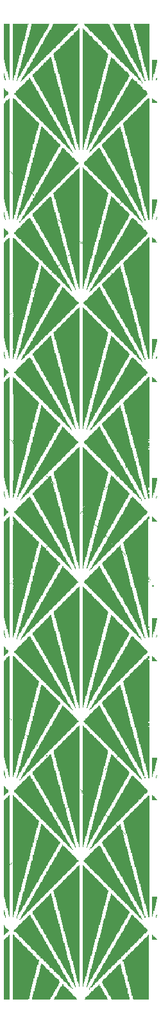
<source format=gtl>
G04 MADE WITH FRITZING*
G04 WWW.FRITZING.ORG*
G04 DOUBLE SIDED*
G04 HOLES PLATED*
G04 CONTOUR ON CENTER OF CONTOUR VECTOR*
%ASAXBY*%
%FSLAX23Y23*%
%MOIN*%
%OFA0B0*%
%SFA1.0B1.0*%
%ADD10R,0.001000X0.001000*%
%LNCOPPER1*%
G90*
G70*
G36*
X46Y5054D02*
X46Y4763D01*
X50Y4763D01*
X50Y4774D01*
X54Y4774D01*
X54Y4790D01*
X58Y4790D01*
X58Y4805D01*
X62Y4805D01*
X62Y4821D01*
X66Y4821D01*
X66Y4833D01*
X70Y4833D01*
X70Y4848D01*
X74Y4848D01*
X74Y4860D01*
X77Y4860D01*
X77Y4875D01*
X81Y4875D01*
X81Y4891D01*
X85Y4891D01*
X85Y4907D01*
X89Y4907D01*
X89Y4922D01*
X93Y4922D01*
X93Y4938D01*
X97Y4938D01*
X97Y4949D01*
X101Y4949D01*
X101Y4965D01*
X105Y4965D01*
X105Y4977D01*
X109Y4977D01*
X109Y4992D01*
X112Y4992D01*
X112Y5008D01*
X116Y5008D01*
X116Y5023D01*
X120Y5023D01*
X120Y5035D01*
X124Y5035D01*
X124Y5051D01*
X128Y5051D01*
X128Y5054D01*
X46Y5054D01*
G37*
D02*
G36*
X144Y5054D02*
X144Y5043D01*
X140Y5043D01*
X140Y5027D01*
X136Y5027D01*
X136Y5016D01*
X132Y5016D01*
X132Y5000D01*
X128Y5000D01*
X128Y4984D01*
X124Y4984D01*
X124Y4969D01*
X120Y4969D01*
X120Y4957D01*
X116Y4957D01*
X116Y4942D01*
X112Y4942D01*
X112Y4926D01*
X109Y4926D01*
X109Y4910D01*
X105Y4910D01*
X105Y4899D01*
X101Y4899D01*
X101Y4883D01*
X97Y4883D01*
X97Y4868D01*
X93Y4868D01*
X93Y4856D01*
X89Y4856D01*
X89Y4840D01*
X85Y4840D01*
X85Y4825D01*
X81Y4825D01*
X81Y4809D01*
X77Y4809D01*
X77Y4798D01*
X74Y4798D01*
X74Y4782D01*
X70Y4782D01*
X70Y4766D01*
X74Y4766D01*
X74Y4774D01*
X77Y4774D01*
X77Y4778D01*
X81Y4778D01*
X81Y4786D01*
X85Y4786D01*
X85Y4794D01*
X89Y4794D01*
X89Y4802D01*
X93Y4802D01*
X93Y4809D01*
X97Y4809D01*
X97Y4813D01*
X101Y4813D01*
X101Y4821D01*
X105Y4821D01*
X105Y4829D01*
X109Y4829D01*
X109Y4837D01*
X112Y4837D01*
X112Y4840D01*
X116Y4840D01*
X116Y4848D01*
X120Y4848D01*
X120Y4856D01*
X124Y4856D01*
X124Y4860D01*
X128Y4860D01*
X128Y4868D01*
X132Y4868D01*
X132Y4875D01*
X136Y4875D01*
X136Y4883D01*
X140Y4883D01*
X140Y4887D01*
X144Y4887D01*
X144Y4895D01*
X148Y4895D01*
X148Y4899D01*
X151Y4899D01*
X151Y4907D01*
X155Y4907D01*
X155Y4914D01*
X159Y4914D01*
X159Y4922D01*
X163Y4922D01*
X163Y4930D01*
X167Y4930D01*
X167Y4934D01*
X171Y4934D01*
X171Y4942D01*
X175Y4942D01*
X175Y4949D01*
X179Y4949D01*
X179Y4957D01*
X183Y4957D01*
X183Y4961D01*
X186Y4961D01*
X186Y4969D01*
X190Y4969D01*
X190Y4977D01*
X194Y4977D01*
X194Y4981D01*
X198Y4981D01*
X198Y4988D01*
X202Y4988D01*
X202Y4996D01*
X206Y4996D01*
X206Y5004D01*
X210Y5004D01*
X210Y5008D01*
X214Y5008D01*
X214Y5016D01*
X218Y5016D01*
X218Y5023D01*
X221Y5023D01*
X221Y5027D01*
X225Y5027D01*
X225Y5035D01*
X229Y5035D01*
X229Y5043D01*
X233Y5043D01*
X233Y5051D01*
X237Y5051D01*
X237Y5054D01*
X144Y5054D01*
G37*
D02*
G36*
X256Y5054D02*
X256Y5051D01*
X253Y5051D01*
X253Y5043D01*
X249Y5043D01*
X249Y5035D01*
X245Y5035D01*
X245Y5027D01*
X241Y5027D01*
X241Y5023D01*
X237Y5023D01*
X237Y5016D01*
X233Y5016D01*
X233Y5008D01*
X229Y5008D01*
X229Y5004D01*
X225Y5004D01*
X225Y4996D01*
X221Y4996D01*
X221Y4988D01*
X218Y4988D01*
X218Y4984D01*
X214Y4984D01*
X214Y4977D01*
X210Y4977D01*
X210Y4969D01*
X206Y4969D01*
X206Y4961D01*
X202Y4961D01*
X202Y4953D01*
X198Y4953D01*
X198Y4949D01*
X194Y4949D01*
X194Y4942D01*
X190Y4942D01*
X190Y4934D01*
X186Y4934D01*
X186Y4930D01*
X183Y4930D01*
X183Y4922D01*
X179Y4922D01*
X179Y4914D01*
X175Y4914D01*
X175Y4907D01*
X171Y4907D01*
X171Y4899D01*
X167Y4899D01*
X167Y4895D01*
X163Y4895D01*
X163Y4887D01*
X159Y4887D01*
X159Y4879D01*
X155Y4879D01*
X155Y4875D01*
X151Y4875D01*
X151Y4868D01*
X148Y4868D01*
X148Y4860D01*
X144Y4860D01*
X144Y4852D01*
X140Y4852D01*
X140Y4848D01*
X136Y4848D01*
X136Y4840D01*
X132Y4840D01*
X132Y4833D01*
X128Y4833D01*
X128Y4829D01*
X124Y4829D01*
X124Y4821D01*
X120Y4821D01*
X120Y4813D01*
X116Y4813D01*
X116Y4805D01*
X112Y4805D01*
X112Y4798D01*
X109Y4798D01*
X109Y4794D01*
X105Y4794D01*
X105Y4786D01*
X101Y4786D01*
X101Y4778D01*
X97Y4778D01*
X97Y4774D01*
X93Y4774D01*
X93Y4766D01*
X89Y4766D01*
X89Y4759D01*
X93Y4759D01*
X93Y4763D01*
X97Y4763D01*
X97Y4766D01*
X101Y4766D01*
X101Y4770D01*
X105Y4770D01*
X105Y4774D01*
X109Y4774D01*
X109Y4778D01*
X112Y4778D01*
X112Y4782D01*
X116Y4782D01*
X116Y4786D01*
X120Y4786D01*
X120Y4790D01*
X124Y4790D01*
X124Y4794D01*
X128Y4794D01*
X128Y4798D01*
X136Y4798D01*
X136Y4805D01*
X140Y4805D01*
X140Y4809D01*
X144Y4809D01*
X144Y4813D01*
X148Y4813D01*
X148Y4817D01*
X151Y4817D01*
X151Y4821D01*
X155Y4821D01*
X155Y4825D01*
X159Y4825D01*
X159Y4829D01*
X163Y4829D01*
X163Y4833D01*
X167Y4833D01*
X167Y4837D01*
X171Y4837D01*
X171Y4840D01*
X175Y4840D01*
X175Y4844D01*
X179Y4844D01*
X179Y4848D01*
X183Y4848D01*
X183Y4852D01*
X186Y4852D01*
X186Y4856D01*
X190Y4856D01*
X190Y4860D01*
X194Y4860D01*
X194Y4864D01*
X198Y4864D01*
X198Y4868D01*
X206Y4868D01*
X206Y4875D01*
X210Y4875D01*
X210Y4879D01*
X214Y4879D01*
X214Y4883D01*
X218Y4883D01*
X218Y4887D01*
X221Y4887D01*
X221Y4891D01*
X225Y4891D01*
X225Y4895D01*
X229Y4895D01*
X229Y4899D01*
X237Y4899D01*
X237Y4907D01*
X241Y4907D01*
X241Y4910D01*
X245Y4910D01*
X245Y4914D01*
X249Y4914D01*
X249Y4918D01*
X253Y4918D01*
X253Y4922D01*
X256Y4922D01*
X256Y4926D01*
X260Y4926D01*
X260Y4930D01*
X268Y4930D01*
X268Y4938D01*
X272Y4938D01*
X272Y4942D01*
X276Y4942D01*
X276Y4945D01*
X280Y4945D01*
X280Y4949D01*
X284Y4949D01*
X284Y4953D01*
X288Y4953D01*
X288Y4957D01*
X292Y4957D01*
X292Y4961D01*
X299Y4961D01*
X299Y4969D01*
X303Y4969D01*
X303Y4973D01*
X307Y4973D01*
X307Y4977D01*
X311Y4977D01*
X311Y4981D01*
X315Y4981D01*
X315Y4984D01*
X319Y4984D01*
X319Y4988D01*
X323Y4988D01*
X323Y4992D01*
X330Y4992D01*
X330Y5000D01*
X334Y5000D01*
X334Y5004D01*
X338Y5004D01*
X338Y5008D01*
X342Y5008D01*
X342Y5012D01*
X346Y5012D01*
X346Y5016D01*
X350Y5016D01*
X350Y5019D01*
X358Y5019D01*
X358Y5023D01*
X362Y5023D01*
X362Y5031D01*
X365Y5031D01*
X365Y5035D01*
X369Y5035D01*
X369Y5039D01*
X373Y5039D01*
X373Y5043D01*
X377Y5043D01*
X377Y5047D01*
X381Y5047D01*
X381Y5051D01*
X385Y5051D01*
X385Y5054D01*
X256Y5054D01*
G37*
D02*
G36*
X416Y5054D02*
X416Y5051D01*
X420Y5051D01*
X420Y5047D01*
X424Y5047D01*
X424Y5043D01*
X428Y5043D01*
X428Y5039D01*
X432Y5039D01*
X432Y5035D01*
X435Y5035D01*
X435Y5031D01*
X439Y5031D01*
X439Y5027D01*
X443Y5027D01*
X443Y5023D01*
X447Y5023D01*
X447Y5016D01*
X455Y5016D01*
X455Y5012D01*
X459Y5012D01*
X459Y5008D01*
X463Y5008D01*
X463Y5004D01*
X467Y5004D01*
X467Y5000D01*
X471Y5000D01*
X471Y4996D01*
X474Y4996D01*
X474Y4992D01*
X478Y4992D01*
X478Y4984D01*
X486Y4984D01*
X486Y4981D01*
X490Y4981D01*
X490Y4977D01*
X494Y4977D01*
X494Y4973D01*
X498Y4973D01*
X498Y4969D01*
X502Y4969D01*
X502Y4965D01*
X506Y4965D01*
X506Y4961D01*
X509Y4961D01*
X509Y4953D01*
X517Y4953D01*
X517Y4945D01*
X525Y4945D01*
X525Y4942D01*
X529Y4942D01*
X529Y4938D01*
X533Y4938D01*
X533Y4934D01*
X537Y4934D01*
X537Y4930D01*
X541Y4930D01*
X541Y4922D01*
X548Y4922D01*
X548Y4918D01*
X552Y4918D01*
X552Y4914D01*
X556Y4914D01*
X556Y4910D01*
X560Y4910D01*
X560Y4907D01*
X564Y4907D01*
X564Y4903D01*
X568Y4903D01*
X568Y4899D01*
X572Y4899D01*
X572Y4895D01*
X576Y4895D01*
X576Y4891D01*
X579Y4891D01*
X579Y4887D01*
X583Y4887D01*
X583Y4883D01*
X587Y4883D01*
X587Y4879D01*
X591Y4879D01*
X591Y4875D01*
X595Y4875D01*
X595Y4868D01*
X603Y4868D01*
X603Y4860D01*
X611Y4860D01*
X611Y4856D01*
X615Y4856D01*
X615Y4852D01*
X618Y4852D01*
X618Y4848D01*
X622Y4848D01*
X622Y4844D01*
X626Y4844D01*
X626Y4840D01*
X630Y4840D01*
X630Y4837D01*
X634Y4837D01*
X634Y4833D01*
X638Y4833D01*
X638Y4829D01*
X642Y4829D01*
X642Y4825D01*
X646Y4825D01*
X646Y4821D01*
X650Y4821D01*
X650Y4817D01*
X653Y4817D01*
X653Y4813D01*
X657Y4813D01*
X657Y4809D01*
X661Y4809D01*
X661Y4805D01*
X665Y4805D01*
X665Y4798D01*
X673Y4798D01*
X673Y4794D01*
X677Y4794D01*
X677Y4790D01*
X681Y4790D01*
X681Y4786D01*
X685Y4786D01*
X685Y4782D01*
X688Y4782D01*
X688Y4778D01*
X692Y4778D01*
X692Y4774D01*
X696Y4774D01*
X696Y4766D01*
X704Y4766D01*
X704Y4763D01*
X708Y4763D01*
X708Y4759D01*
X712Y4759D01*
X712Y4766D01*
X708Y4766D01*
X708Y4774D01*
X704Y4774D01*
X704Y4778D01*
X700Y4778D01*
X700Y4786D01*
X696Y4786D01*
X696Y4794D01*
X692Y4794D01*
X692Y4802D01*
X688Y4802D01*
X688Y4805D01*
X685Y4805D01*
X685Y4813D01*
X681Y4813D01*
X681Y4821D01*
X677Y4821D01*
X677Y4829D01*
X673Y4829D01*
X673Y4833D01*
X669Y4833D01*
X669Y4840D01*
X665Y4840D01*
X665Y4848D01*
X661Y4848D01*
X661Y4856D01*
X657Y4856D01*
X657Y4860D01*
X653Y4860D01*
X653Y4868D01*
X650Y4868D01*
X650Y4872D01*
X646Y4872D01*
X646Y4879D01*
X642Y4879D01*
X642Y4887D01*
X638Y4887D01*
X638Y4895D01*
X634Y4895D01*
X634Y4899D01*
X630Y4899D01*
X630Y4910D01*
X626Y4910D01*
X626Y4914D01*
X622Y4914D01*
X622Y4922D01*
X618Y4922D01*
X618Y4930D01*
X615Y4930D01*
X615Y4934D01*
X611Y4934D01*
X611Y4942D01*
X607Y4942D01*
X607Y4949D01*
X603Y4949D01*
X603Y4957D01*
X599Y4957D01*
X599Y4961D01*
X595Y4961D01*
X595Y4969D01*
X591Y4969D01*
X591Y4977D01*
X587Y4977D01*
X587Y4981D01*
X583Y4981D01*
X583Y4988D01*
X579Y4988D01*
X579Y4996D01*
X576Y4996D01*
X576Y5000D01*
X572Y5000D01*
X572Y5008D01*
X568Y5008D01*
X568Y5016D01*
X564Y5016D01*
X564Y5023D01*
X560Y5023D01*
X560Y5027D01*
X556Y5027D01*
X556Y5035D01*
X552Y5035D01*
X552Y5043D01*
X548Y5043D01*
X548Y5051D01*
X544Y5051D01*
X544Y5054D01*
X416Y5054D01*
G37*
D02*
G36*
X564Y5054D02*
X564Y5051D01*
X568Y5051D01*
X568Y5043D01*
X572Y5043D01*
X572Y5035D01*
X576Y5035D01*
X576Y5027D01*
X579Y5027D01*
X579Y5023D01*
X583Y5023D01*
X583Y5016D01*
X587Y5016D01*
X587Y5008D01*
X591Y5008D01*
X591Y5000D01*
X595Y5000D01*
X595Y4996D01*
X599Y4996D01*
X599Y4988D01*
X603Y4988D01*
X603Y4981D01*
X607Y4981D01*
X607Y4977D01*
X611Y4977D01*
X611Y4969D01*
X615Y4969D01*
X615Y4961D01*
X618Y4961D01*
X618Y4953D01*
X622Y4953D01*
X622Y4949D01*
X626Y4949D01*
X626Y4942D01*
X630Y4942D01*
X630Y4934D01*
X634Y4934D01*
X634Y4930D01*
X638Y4930D01*
X638Y4922D01*
X642Y4922D01*
X642Y4914D01*
X646Y4914D01*
X646Y4907D01*
X650Y4907D01*
X650Y4899D01*
X653Y4899D01*
X653Y4895D01*
X657Y4895D01*
X657Y4887D01*
X661Y4887D01*
X661Y4879D01*
X665Y4879D01*
X665Y4875D01*
X669Y4875D01*
X669Y4868D01*
X673Y4868D01*
X673Y4860D01*
X677Y4860D01*
X677Y4856D01*
X681Y4856D01*
X681Y4848D01*
X685Y4848D01*
X685Y4840D01*
X688Y4840D01*
X688Y4833D01*
X692Y4833D01*
X692Y4825D01*
X696Y4825D01*
X696Y4821D01*
X700Y4821D01*
X700Y4813D01*
X704Y4813D01*
X704Y4805D01*
X708Y4805D01*
X708Y4802D01*
X712Y4802D01*
X712Y4794D01*
X716Y4794D01*
X716Y4786D01*
X720Y4786D01*
X720Y4778D01*
X723Y4778D01*
X723Y4774D01*
X727Y4774D01*
X727Y4766D01*
X731Y4766D01*
X731Y4782D01*
X727Y4782D01*
X727Y4798D01*
X723Y4798D01*
X723Y4809D01*
X720Y4809D01*
X720Y4825D01*
X716Y4825D01*
X716Y4840D01*
X712Y4840D01*
X712Y4856D01*
X708Y4856D01*
X708Y4868D01*
X704Y4868D01*
X704Y4883D01*
X700Y4883D01*
X700Y4899D01*
X696Y4899D01*
X696Y4914D01*
X692Y4914D01*
X692Y4926D01*
X688Y4926D01*
X688Y4942D01*
X685Y4942D01*
X685Y4957D01*
X681Y4957D01*
X681Y4969D01*
X677Y4969D01*
X677Y4984D01*
X673Y4984D01*
X673Y5000D01*
X669Y5000D01*
X669Y5012D01*
X665Y5012D01*
X665Y5027D01*
X661Y5027D01*
X661Y5043D01*
X657Y5043D01*
X657Y5054D01*
X564Y5054D01*
G37*
D02*
G36*
X673Y5054D02*
X673Y5051D01*
X677Y5051D01*
X677Y5035D01*
X681Y5035D01*
X681Y5023D01*
X685Y5023D01*
X685Y5008D01*
X688Y5008D01*
X688Y4992D01*
X692Y4992D01*
X692Y4977D01*
X696Y4977D01*
X696Y4961D01*
X700Y4961D01*
X700Y4949D01*
X704Y4949D01*
X704Y4938D01*
X708Y4938D01*
X708Y4918D01*
X712Y4918D01*
X712Y4907D01*
X716Y4907D01*
X716Y4891D01*
X720Y4891D01*
X720Y4875D01*
X723Y4875D01*
X723Y4860D01*
X727Y4860D01*
X727Y4848D01*
X731Y4848D01*
X731Y4833D01*
X735Y4833D01*
X735Y4817D01*
X739Y4817D01*
X739Y4805D01*
X743Y4805D01*
X743Y4790D01*
X747Y4790D01*
X747Y4774D01*
X751Y4774D01*
X751Y4763D01*
X755Y4763D01*
X755Y5054D01*
X673Y5054D01*
G37*
D02*
G36*
X385Y5031D02*
X385Y5023D01*
X381Y5023D01*
X381Y5019D01*
X377Y5019D01*
X377Y5016D01*
X373Y5016D01*
X373Y5012D01*
X365Y5012D01*
X365Y5008D01*
X362Y5008D01*
X362Y5000D01*
X358Y5000D01*
X358Y4996D01*
X354Y4996D01*
X354Y4992D01*
X346Y4992D01*
X346Y4984D01*
X342Y4984D01*
X342Y4981D01*
X338Y4981D01*
X338Y4977D01*
X334Y4977D01*
X334Y4973D01*
X330Y4973D01*
X330Y4969D01*
X327Y4969D01*
X327Y4965D01*
X323Y4965D01*
X323Y4961D01*
X315Y4961D01*
X315Y4953D01*
X311Y4953D01*
X311Y4949D01*
X307Y4949D01*
X307Y4945D01*
X303Y4945D01*
X303Y4942D01*
X295Y4942D01*
X295Y4938D01*
X292Y4938D01*
X292Y4930D01*
X288Y4930D01*
X288Y4926D01*
X284Y4926D01*
X284Y4922D01*
X280Y4922D01*
X280Y4918D01*
X276Y4918D01*
X276Y4914D01*
X268Y4914D01*
X268Y4910D01*
X264Y4910D01*
X264Y4907D01*
X260Y4907D01*
X260Y4899D01*
X256Y4899D01*
X256Y4895D01*
X260Y4895D01*
X260Y4879D01*
X264Y4879D01*
X264Y4864D01*
X268Y4864D01*
X268Y4852D01*
X272Y4852D01*
X272Y4837D01*
X276Y4837D01*
X276Y4821D01*
X280Y4821D01*
X280Y4805D01*
X284Y4805D01*
X284Y4794D01*
X288Y4794D01*
X288Y4778D01*
X292Y4778D01*
X292Y4763D01*
X295Y4763D01*
X295Y4747D01*
X299Y4747D01*
X299Y4735D01*
X303Y4735D01*
X303Y4720D01*
X307Y4720D01*
X307Y4704D01*
X311Y4704D01*
X311Y4689D01*
X315Y4689D01*
X315Y4677D01*
X319Y4677D01*
X319Y4661D01*
X323Y4661D01*
X323Y4650D01*
X327Y4650D01*
X327Y4634D01*
X330Y4634D01*
X330Y4619D01*
X334Y4619D01*
X334Y4603D01*
X338Y4603D01*
X338Y4587D01*
X342Y4587D01*
X342Y4576D01*
X346Y4576D01*
X346Y4560D01*
X350Y4560D01*
X350Y4545D01*
X354Y4545D01*
X354Y4533D01*
X358Y4533D01*
X358Y4517D01*
X362Y4517D01*
X362Y4502D01*
X365Y4502D01*
X365Y4486D01*
X369Y4486D01*
X369Y4475D01*
X373Y4475D01*
X373Y4459D01*
X377Y4459D01*
X377Y4443D01*
X381Y4443D01*
X381Y4432D01*
X385Y4432D01*
X385Y4416D01*
X389Y4416D01*
X389Y4401D01*
X393Y4401D01*
X393Y5031D01*
X385Y5031D01*
G37*
D02*
G36*
X408Y5031D02*
X408Y4401D01*
X412Y4401D01*
X412Y4416D01*
X416Y4416D01*
X416Y4432D01*
X420Y4432D01*
X420Y4443D01*
X424Y4443D01*
X424Y4459D01*
X428Y4459D01*
X428Y4475D01*
X432Y4475D01*
X432Y4486D01*
X435Y4486D01*
X435Y4502D01*
X439Y4502D01*
X439Y4517D01*
X443Y4517D01*
X443Y4533D01*
X447Y4533D01*
X447Y4549D01*
X451Y4549D01*
X451Y4560D01*
X455Y4560D01*
X455Y4576D01*
X459Y4576D01*
X459Y4591D01*
X463Y4591D01*
X463Y4603D01*
X467Y4603D01*
X467Y4619D01*
X471Y4619D01*
X471Y4634D01*
X474Y4634D01*
X474Y4646D01*
X478Y4646D01*
X478Y4661D01*
X482Y4661D01*
X482Y4677D01*
X486Y4677D01*
X486Y4693D01*
X490Y4693D01*
X490Y4704D01*
X494Y4704D01*
X494Y4720D01*
X498Y4720D01*
X498Y4735D01*
X502Y4735D01*
X502Y4747D01*
X506Y4747D01*
X506Y4763D01*
X509Y4763D01*
X509Y4778D01*
X513Y4778D01*
X513Y4794D01*
X517Y4794D01*
X517Y4809D01*
X521Y4809D01*
X521Y4821D01*
X525Y4821D01*
X525Y4837D01*
X529Y4837D01*
X529Y4852D01*
X533Y4852D01*
X533Y4864D01*
X537Y4864D01*
X537Y4879D01*
X541Y4879D01*
X541Y4895D01*
X544Y4895D01*
X544Y4899D01*
X541Y4899D01*
X541Y4903D01*
X537Y4903D01*
X537Y4907D01*
X533Y4907D01*
X533Y4910D01*
X529Y4910D01*
X529Y4914D01*
X525Y4914D01*
X525Y4918D01*
X521Y4918D01*
X521Y4922D01*
X517Y4922D01*
X517Y4930D01*
X509Y4930D01*
X509Y4934D01*
X506Y4934D01*
X506Y4938D01*
X502Y4938D01*
X502Y4942D01*
X498Y4942D01*
X498Y4945D01*
X494Y4945D01*
X494Y4949D01*
X490Y4949D01*
X490Y4957D01*
X486Y4957D01*
X486Y4961D01*
X478Y4961D01*
X478Y4965D01*
X474Y4965D01*
X474Y4969D01*
X471Y4969D01*
X471Y4973D01*
X467Y4973D01*
X467Y4977D01*
X463Y4977D01*
X463Y4981D01*
X459Y4981D01*
X459Y4988D01*
X455Y4988D01*
X455Y4992D01*
X447Y4992D01*
X447Y4996D01*
X443Y4996D01*
X443Y5000D01*
X439Y5000D01*
X439Y5004D01*
X435Y5004D01*
X435Y5008D01*
X432Y5008D01*
X432Y5012D01*
X428Y5012D01*
X428Y5016D01*
X424Y5016D01*
X424Y5023D01*
X420Y5023D01*
X420Y5027D01*
X412Y5027D01*
X412Y5031D01*
X408Y5031D01*
G37*
D02*
G36*
X237Y4883D02*
X237Y4875D01*
X233Y4875D01*
X233Y4872D01*
X229Y4872D01*
X229Y4868D01*
X225Y4868D01*
X225Y4864D01*
X221Y4864D01*
X221Y4860D01*
X218Y4860D01*
X218Y4856D01*
X210Y4856D01*
X210Y4852D01*
X206Y4852D01*
X206Y4844D01*
X202Y4844D01*
X202Y4840D01*
X194Y4840D01*
X194Y4833D01*
X190Y4833D01*
X190Y4829D01*
X186Y4829D01*
X186Y4825D01*
X183Y4825D01*
X183Y4821D01*
X179Y4821D01*
X179Y4817D01*
X175Y4817D01*
X175Y4813D01*
X171Y4813D01*
X171Y4809D01*
X163Y4809D01*
X163Y4802D01*
X159Y4802D01*
X159Y4798D01*
X155Y4798D01*
X155Y4794D01*
X151Y4794D01*
X151Y4790D01*
X148Y4790D01*
X148Y4782D01*
X151Y4782D01*
X151Y4778D01*
X155Y4778D01*
X155Y4770D01*
X159Y4770D01*
X159Y4763D01*
X163Y4763D01*
X163Y4755D01*
X167Y4755D01*
X167Y4751D01*
X171Y4751D01*
X171Y4743D01*
X175Y4743D01*
X175Y4735D01*
X179Y4735D01*
X179Y4731D01*
X183Y4731D01*
X183Y4724D01*
X186Y4724D01*
X186Y4716D01*
X190Y4716D01*
X190Y4708D01*
X194Y4708D01*
X194Y4704D01*
X198Y4704D01*
X198Y4696D01*
X202Y4696D01*
X202Y4689D01*
X206Y4689D01*
X206Y4681D01*
X210Y4681D01*
X210Y4677D01*
X214Y4677D01*
X214Y4669D01*
X218Y4669D01*
X218Y4661D01*
X221Y4661D01*
X221Y4654D01*
X225Y4654D01*
X225Y4650D01*
X229Y4650D01*
X229Y4642D01*
X233Y4642D01*
X233Y4634D01*
X237Y4634D01*
X237Y4626D01*
X241Y4626D01*
X241Y4622D01*
X245Y4622D01*
X245Y4615D01*
X249Y4615D01*
X249Y4607D01*
X253Y4607D01*
X253Y4603D01*
X256Y4603D01*
X256Y4595D01*
X260Y4595D01*
X260Y4587D01*
X264Y4587D01*
X264Y4584D01*
X268Y4584D01*
X268Y4576D01*
X272Y4576D01*
X272Y4568D01*
X276Y4568D01*
X276Y4560D01*
X280Y4560D01*
X280Y4556D01*
X284Y4556D01*
X284Y4549D01*
X288Y4549D01*
X288Y4541D01*
X292Y4541D01*
X292Y4533D01*
X295Y4533D01*
X295Y4525D01*
X299Y4525D01*
X299Y4521D01*
X303Y4521D01*
X303Y4514D01*
X307Y4514D01*
X307Y4506D01*
X311Y4506D01*
X311Y4502D01*
X315Y4502D01*
X315Y4494D01*
X319Y4494D01*
X319Y4486D01*
X323Y4486D01*
X323Y4482D01*
X327Y4482D01*
X327Y4475D01*
X330Y4475D01*
X330Y4467D01*
X334Y4467D01*
X334Y4463D01*
X338Y4463D01*
X338Y4455D01*
X342Y4455D01*
X342Y4447D01*
X346Y4447D01*
X346Y4440D01*
X350Y4440D01*
X350Y4432D01*
X354Y4432D01*
X354Y4428D01*
X358Y4428D01*
X358Y4420D01*
X362Y4420D01*
X362Y4412D01*
X365Y4412D01*
X365Y4405D01*
X369Y4405D01*
X369Y4401D01*
X373Y4401D01*
X373Y4408D01*
X369Y4408D01*
X369Y4420D01*
X365Y4420D01*
X365Y4436D01*
X362Y4436D01*
X362Y4451D01*
X358Y4451D01*
X358Y4467D01*
X354Y4467D01*
X354Y4482D01*
X350Y4482D01*
X350Y4494D01*
X346Y4494D01*
X346Y4510D01*
X342Y4510D01*
X342Y4525D01*
X338Y4525D01*
X338Y4537D01*
X334Y4537D01*
X334Y4552D01*
X330Y4552D01*
X330Y4568D01*
X327Y4568D01*
X327Y4580D01*
X323Y4580D01*
X323Y4595D01*
X319Y4595D01*
X319Y4611D01*
X315Y4611D01*
X315Y4626D01*
X311Y4626D01*
X311Y4642D01*
X307Y4642D01*
X307Y4654D01*
X303Y4654D01*
X303Y4669D01*
X299Y4669D01*
X299Y4681D01*
X295Y4681D01*
X295Y4700D01*
X292Y4700D01*
X292Y4712D01*
X288Y4712D01*
X288Y4728D01*
X284Y4728D01*
X284Y4743D01*
X280Y4743D01*
X280Y4755D01*
X276Y4755D01*
X276Y4770D01*
X272Y4770D01*
X272Y4786D01*
X268Y4786D01*
X268Y4798D01*
X264Y4798D01*
X264Y4813D01*
X260Y4813D01*
X260Y4829D01*
X256Y4829D01*
X256Y4844D01*
X253Y4844D01*
X253Y4860D01*
X249Y4860D01*
X249Y4872D01*
X245Y4872D01*
X245Y4883D01*
X237Y4883D01*
G37*
D02*
G36*
X556Y4883D02*
X556Y4872D01*
X552Y4872D01*
X552Y4860D01*
X548Y4860D01*
X548Y4844D01*
X544Y4844D01*
X544Y4829D01*
X541Y4829D01*
X541Y4813D01*
X537Y4813D01*
X537Y4798D01*
X533Y4798D01*
X533Y4786D01*
X529Y4786D01*
X529Y4770D01*
X525Y4770D01*
X525Y4755D01*
X521Y4755D01*
X521Y4743D01*
X517Y4743D01*
X517Y4728D01*
X513Y4728D01*
X513Y4712D01*
X509Y4712D01*
X509Y4696D01*
X506Y4696D01*
X506Y4685D01*
X502Y4685D01*
X502Y4669D01*
X498Y4669D01*
X498Y4654D01*
X494Y4654D01*
X494Y4642D01*
X490Y4642D01*
X490Y4626D01*
X486Y4626D01*
X486Y4611D01*
X482Y4611D01*
X482Y4595D01*
X478Y4595D01*
X478Y4584D01*
X474Y4584D01*
X474Y4568D01*
X471Y4568D01*
X471Y4552D01*
X467Y4552D01*
X467Y4541D01*
X463Y4541D01*
X463Y4525D01*
X459Y4525D01*
X459Y4510D01*
X455Y4510D01*
X455Y4494D01*
X451Y4494D01*
X451Y4482D01*
X447Y4482D01*
X447Y4467D01*
X443Y4467D01*
X443Y4451D01*
X439Y4451D01*
X439Y4436D01*
X435Y4436D01*
X435Y4420D01*
X432Y4420D01*
X432Y4408D01*
X428Y4408D01*
X428Y4401D01*
X432Y4401D01*
X432Y4405D01*
X435Y4405D01*
X435Y4412D01*
X439Y4412D01*
X439Y4420D01*
X443Y4420D01*
X443Y4428D01*
X447Y4428D01*
X447Y4432D01*
X451Y4432D01*
X451Y4440D01*
X455Y4440D01*
X455Y4447D01*
X459Y4447D01*
X459Y4455D01*
X463Y4455D01*
X463Y4459D01*
X467Y4459D01*
X467Y4467D01*
X471Y4467D01*
X471Y4475D01*
X474Y4475D01*
X474Y4479D01*
X478Y4479D01*
X478Y4486D01*
X482Y4486D01*
X482Y4494D01*
X486Y4494D01*
X486Y4502D01*
X490Y4502D01*
X490Y4506D01*
X494Y4506D01*
X494Y4514D01*
X498Y4514D01*
X498Y4521D01*
X502Y4521D01*
X502Y4525D01*
X506Y4525D01*
X506Y4533D01*
X509Y4533D01*
X509Y4541D01*
X513Y4541D01*
X513Y4549D01*
X517Y4549D01*
X517Y4556D01*
X521Y4556D01*
X521Y4560D01*
X525Y4560D01*
X525Y4568D01*
X529Y4568D01*
X529Y4576D01*
X533Y4576D01*
X533Y4580D01*
X537Y4580D01*
X537Y4587D01*
X541Y4587D01*
X541Y4595D01*
X544Y4595D01*
X544Y4603D01*
X548Y4603D01*
X548Y4607D01*
X552Y4607D01*
X552Y4615D01*
X556Y4615D01*
X556Y4622D01*
X560Y4622D01*
X560Y4626D01*
X564Y4626D01*
X564Y4634D01*
X568Y4634D01*
X568Y4642D01*
X572Y4642D01*
X572Y4650D01*
X576Y4650D01*
X576Y4658D01*
X579Y4658D01*
X579Y4661D01*
X583Y4661D01*
X583Y4669D01*
X587Y4669D01*
X587Y4677D01*
X591Y4677D01*
X591Y4685D01*
X595Y4685D01*
X595Y4689D01*
X599Y4689D01*
X599Y4696D01*
X603Y4696D01*
X603Y4704D01*
X607Y4704D01*
X607Y4708D01*
X611Y4708D01*
X611Y4716D01*
X615Y4716D01*
X615Y4724D01*
X618Y4724D01*
X618Y4728D01*
X622Y4728D01*
X622Y4735D01*
X626Y4735D01*
X626Y4743D01*
X630Y4743D01*
X630Y4751D01*
X634Y4751D01*
X634Y4755D01*
X638Y4755D01*
X638Y4763D01*
X642Y4763D01*
X642Y4770D01*
X646Y4770D01*
X646Y4778D01*
X650Y4778D01*
X650Y4782D01*
X653Y4782D01*
X653Y4790D01*
X650Y4790D01*
X650Y4794D01*
X646Y4794D01*
X646Y4802D01*
X642Y4802D01*
X642Y4805D01*
X638Y4805D01*
X638Y4809D01*
X630Y4809D01*
X630Y4813D01*
X626Y4813D01*
X626Y4817D01*
X622Y4817D01*
X622Y4821D01*
X618Y4821D01*
X618Y4825D01*
X615Y4825D01*
X615Y4829D01*
X611Y4829D01*
X611Y4837D01*
X607Y4837D01*
X607Y4840D01*
X599Y4840D01*
X599Y4844D01*
X595Y4844D01*
X595Y4848D01*
X591Y4848D01*
X591Y4852D01*
X587Y4852D01*
X587Y4860D01*
X579Y4860D01*
X579Y4864D01*
X576Y4864D01*
X576Y4872D01*
X568Y4872D01*
X568Y4875D01*
X564Y4875D01*
X564Y4879D01*
X560Y4879D01*
X560Y4883D01*
X556Y4883D01*
G37*
D02*
G36*
X128Y4774D02*
X128Y4766D01*
X124Y4766D01*
X124Y4763D01*
X116Y4763D01*
X116Y4755D01*
X112Y4755D01*
X112Y4751D01*
X109Y4751D01*
X109Y4747D01*
X105Y4747D01*
X105Y4743D01*
X101Y4743D01*
X101Y4739D01*
X97Y4739D01*
X97Y4735D01*
X93Y4735D01*
X93Y4731D01*
X89Y4731D01*
X89Y4728D01*
X85Y4728D01*
X85Y4724D01*
X81Y4724D01*
X81Y4720D01*
X77Y4720D01*
X77Y4716D01*
X74Y4716D01*
X74Y4712D01*
X70Y4712D01*
X70Y4708D01*
X62Y4708D01*
X62Y4700D01*
X58Y4700D01*
X58Y4696D01*
X54Y4696D01*
X54Y4689D01*
X58Y4689D01*
X58Y4685D01*
X62Y4685D01*
X62Y4681D01*
X66Y4681D01*
X66Y4677D01*
X70Y4677D01*
X70Y4673D01*
X74Y4673D01*
X74Y4669D01*
X77Y4669D01*
X77Y4665D01*
X81Y4665D01*
X81Y4661D01*
X85Y4661D01*
X85Y4658D01*
X89Y4658D01*
X89Y4654D01*
X93Y4654D01*
X93Y4650D01*
X97Y4650D01*
X97Y4646D01*
X101Y4646D01*
X101Y4642D01*
X105Y4642D01*
X105Y4638D01*
X109Y4638D01*
X109Y4634D01*
X112Y4634D01*
X112Y4630D01*
X116Y4630D01*
X116Y4626D01*
X120Y4626D01*
X120Y4622D01*
X124Y4622D01*
X124Y4619D01*
X128Y4619D01*
X128Y4615D01*
X132Y4615D01*
X132Y4611D01*
X136Y4611D01*
X136Y4607D01*
X140Y4607D01*
X140Y4603D01*
X144Y4603D01*
X144Y4599D01*
X148Y4599D01*
X148Y4595D01*
X151Y4595D01*
X151Y4591D01*
X155Y4591D01*
X155Y4587D01*
X159Y4587D01*
X159Y4584D01*
X163Y4584D01*
X163Y4580D01*
X167Y4580D01*
X167Y4576D01*
X171Y4576D01*
X171Y4572D01*
X175Y4572D01*
X175Y4568D01*
X179Y4568D01*
X179Y4564D01*
X183Y4564D01*
X183Y4560D01*
X186Y4560D01*
X186Y4556D01*
X190Y4556D01*
X190Y4552D01*
X194Y4552D01*
X194Y4549D01*
X198Y4549D01*
X198Y4545D01*
X202Y4545D01*
X202Y4541D01*
X206Y4541D01*
X206Y4537D01*
X210Y4537D01*
X210Y4533D01*
X214Y4533D01*
X214Y4529D01*
X218Y4529D01*
X218Y4525D01*
X221Y4525D01*
X221Y4521D01*
X225Y4521D01*
X225Y4517D01*
X229Y4517D01*
X229Y4514D01*
X233Y4514D01*
X233Y4510D01*
X237Y4510D01*
X237Y4506D01*
X241Y4506D01*
X241Y4502D01*
X245Y4502D01*
X245Y4498D01*
X249Y4498D01*
X249Y4494D01*
X253Y4494D01*
X253Y4490D01*
X256Y4490D01*
X256Y4486D01*
X260Y4486D01*
X260Y4482D01*
X264Y4482D01*
X264Y4479D01*
X268Y4479D01*
X268Y4475D01*
X272Y4475D01*
X272Y4471D01*
X276Y4471D01*
X276Y4467D01*
X280Y4467D01*
X280Y4463D01*
X284Y4463D01*
X284Y4459D01*
X288Y4459D01*
X288Y4455D01*
X292Y4455D01*
X292Y4451D01*
X295Y4451D01*
X295Y4447D01*
X299Y4447D01*
X299Y4443D01*
X303Y4443D01*
X303Y4440D01*
X307Y4440D01*
X307Y4436D01*
X311Y4436D01*
X311Y4432D01*
X315Y4432D01*
X315Y4428D01*
X319Y4428D01*
X319Y4424D01*
X323Y4424D01*
X323Y4420D01*
X327Y4420D01*
X327Y4416D01*
X330Y4416D01*
X330Y4412D01*
X334Y4412D01*
X334Y4408D01*
X338Y4408D01*
X338Y4405D01*
X342Y4405D01*
X342Y4401D01*
X346Y4401D01*
X346Y4397D01*
X350Y4397D01*
X350Y4393D01*
X354Y4393D01*
X354Y4401D01*
X350Y4401D01*
X350Y4405D01*
X346Y4405D01*
X346Y4412D01*
X342Y4412D01*
X342Y4420D01*
X338Y4420D01*
X338Y4424D01*
X334Y4424D01*
X334Y4432D01*
X330Y4432D01*
X330Y4440D01*
X327Y4440D01*
X327Y4447D01*
X323Y4447D01*
X323Y4455D01*
X319Y4455D01*
X319Y4459D01*
X315Y4459D01*
X315Y4467D01*
X311Y4467D01*
X311Y4475D01*
X307Y4475D01*
X307Y4479D01*
X303Y4479D01*
X303Y4486D01*
X299Y4486D01*
X299Y4494D01*
X295Y4494D01*
X295Y4498D01*
X292Y4498D01*
X292Y4506D01*
X288Y4506D01*
X288Y4514D01*
X284Y4514D01*
X284Y4521D01*
X280Y4521D01*
X280Y4525D01*
X276Y4525D01*
X276Y4533D01*
X272Y4533D01*
X272Y4541D01*
X268Y4541D01*
X268Y4549D01*
X264Y4549D01*
X264Y4556D01*
X260Y4556D01*
X260Y4560D01*
X256Y4560D01*
X256Y4568D01*
X253Y4568D01*
X253Y4576D01*
X249Y4576D01*
X249Y4580D01*
X245Y4580D01*
X245Y4587D01*
X241Y4587D01*
X241Y4595D01*
X237Y4595D01*
X237Y4603D01*
X233Y4603D01*
X233Y4607D01*
X229Y4607D01*
X229Y4615D01*
X225Y4615D01*
X225Y4622D01*
X221Y4622D01*
X221Y4626D01*
X218Y4626D01*
X218Y4634D01*
X214Y4634D01*
X214Y4642D01*
X210Y4642D01*
X210Y4650D01*
X206Y4650D01*
X206Y4654D01*
X202Y4654D01*
X202Y4661D01*
X198Y4661D01*
X198Y4669D01*
X194Y4669D01*
X194Y4677D01*
X190Y4677D01*
X190Y4681D01*
X186Y4681D01*
X186Y4689D01*
X183Y4689D01*
X183Y4696D01*
X179Y4696D01*
X179Y4704D01*
X175Y4704D01*
X175Y4708D01*
X171Y4708D01*
X171Y4716D01*
X167Y4716D01*
X167Y4724D01*
X163Y4724D01*
X163Y4728D01*
X159Y4728D01*
X159Y4735D01*
X155Y4735D01*
X155Y4743D01*
X151Y4743D01*
X151Y4747D01*
X148Y4747D01*
X148Y4755D01*
X144Y4755D01*
X144Y4763D01*
X140Y4763D01*
X140Y4770D01*
X136Y4770D01*
X136Y4774D01*
X128Y4774D01*
G37*
D02*
G36*
X665Y4774D02*
X665Y4770D01*
X661Y4770D01*
X661Y4763D01*
X657Y4763D01*
X657Y4755D01*
X653Y4755D01*
X653Y4751D01*
X650Y4751D01*
X650Y4743D01*
X646Y4743D01*
X646Y4735D01*
X642Y4735D01*
X642Y4728D01*
X638Y4728D01*
X638Y4724D01*
X634Y4724D01*
X634Y4716D01*
X630Y4716D01*
X630Y4708D01*
X626Y4708D01*
X626Y4704D01*
X622Y4704D01*
X622Y4696D01*
X618Y4696D01*
X618Y4689D01*
X615Y4689D01*
X615Y4681D01*
X611Y4681D01*
X611Y4677D01*
X607Y4677D01*
X607Y4669D01*
X603Y4669D01*
X603Y4661D01*
X599Y4661D01*
X599Y4654D01*
X595Y4654D01*
X595Y4650D01*
X591Y4650D01*
X591Y4642D01*
X587Y4642D01*
X587Y4634D01*
X583Y4634D01*
X583Y4626D01*
X579Y4626D01*
X579Y4622D01*
X576Y4622D01*
X576Y4615D01*
X572Y4615D01*
X572Y4607D01*
X568Y4607D01*
X568Y4603D01*
X564Y4603D01*
X564Y4595D01*
X560Y4595D01*
X560Y4587D01*
X556Y4587D01*
X556Y4580D01*
X552Y4580D01*
X552Y4576D01*
X548Y4576D01*
X548Y4568D01*
X544Y4568D01*
X544Y4560D01*
X541Y4560D01*
X541Y4552D01*
X537Y4552D01*
X537Y4549D01*
X533Y4549D01*
X533Y4541D01*
X529Y4541D01*
X529Y4533D01*
X525Y4533D01*
X525Y4525D01*
X521Y4525D01*
X521Y4521D01*
X517Y4521D01*
X517Y4514D01*
X513Y4514D01*
X513Y4506D01*
X509Y4506D01*
X509Y4498D01*
X506Y4498D01*
X506Y4494D01*
X502Y4494D01*
X502Y4486D01*
X498Y4486D01*
X498Y4482D01*
X494Y4482D01*
X494Y4475D01*
X490Y4475D01*
X490Y4467D01*
X486Y4467D01*
X486Y4459D01*
X482Y4459D01*
X482Y4451D01*
X478Y4451D01*
X478Y4447D01*
X474Y4447D01*
X474Y4440D01*
X471Y4440D01*
X471Y4432D01*
X467Y4432D01*
X467Y4428D01*
X463Y4428D01*
X463Y4420D01*
X459Y4420D01*
X459Y4412D01*
X455Y4412D01*
X455Y4405D01*
X451Y4405D01*
X451Y4401D01*
X447Y4401D01*
X447Y4393D01*
X451Y4393D01*
X451Y4397D01*
X455Y4397D01*
X455Y4401D01*
X459Y4401D01*
X459Y4405D01*
X463Y4405D01*
X463Y4408D01*
X467Y4408D01*
X467Y4412D01*
X471Y4412D01*
X471Y4416D01*
X474Y4416D01*
X474Y4420D01*
X478Y4420D01*
X478Y4424D01*
X482Y4424D01*
X482Y4428D01*
X486Y4428D01*
X486Y4432D01*
X490Y4432D01*
X490Y4436D01*
X494Y4436D01*
X494Y4440D01*
X498Y4440D01*
X498Y4443D01*
X502Y4443D01*
X502Y4447D01*
X506Y4447D01*
X506Y4451D01*
X509Y4451D01*
X509Y4455D01*
X513Y4455D01*
X513Y4459D01*
X517Y4459D01*
X517Y4463D01*
X521Y4463D01*
X521Y4467D01*
X525Y4467D01*
X525Y4471D01*
X529Y4471D01*
X529Y4475D01*
X533Y4475D01*
X533Y4479D01*
X537Y4479D01*
X537Y4482D01*
X541Y4482D01*
X541Y4486D01*
X544Y4486D01*
X544Y4490D01*
X548Y4490D01*
X548Y4494D01*
X552Y4494D01*
X552Y4498D01*
X556Y4498D01*
X556Y4502D01*
X560Y4502D01*
X560Y4506D01*
X564Y4506D01*
X564Y4510D01*
X568Y4510D01*
X568Y4514D01*
X572Y4514D01*
X572Y4517D01*
X576Y4517D01*
X576Y4521D01*
X579Y4521D01*
X579Y4525D01*
X583Y4525D01*
X583Y4529D01*
X587Y4529D01*
X587Y4533D01*
X591Y4533D01*
X591Y4537D01*
X595Y4537D01*
X595Y4541D01*
X599Y4541D01*
X599Y4545D01*
X603Y4545D01*
X603Y4549D01*
X607Y4549D01*
X607Y4552D01*
X611Y4552D01*
X611Y4556D01*
X615Y4556D01*
X615Y4560D01*
X618Y4560D01*
X618Y4564D01*
X622Y4564D01*
X622Y4568D01*
X626Y4568D01*
X626Y4572D01*
X630Y4572D01*
X630Y4576D01*
X634Y4576D01*
X634Y4580D01*
X638Y4580D01*
X638Y4584D01*
X642Y4584D01*
X642Y4587D01*
X646Y4587D01*
X646Y4591D01*
X650Y4591D01*
X650Y4595D01*
X653Y4595D01*
X653Y4599D01*
X657Y4599D01*
X657Y4603D01*
X661Y4603D01*
X661Y4607D01*
X665Y4607D01*
X665Y4611D01*
X669Y4611D01*
X669Y4615D01*
X673Y4615D01*
X673Y4619D01*
X677Y4619D01*
X677Y4622D01*
X681Y4622D01*
X681Y4626D01*
X685Y4626D01*
X685Y4630D01*
X688Y4630D01*
X688Y4634D01*
X692Y4634D01*
X692Y4638D01*
X696Y4638D01*
X696Y4642D01*
X700Y4642D01*
X700Y4646D01*
X704Y4646D01*
X704Y4650D01*
X708Y4650D01*
X708Y4654D01*
X712Y4654D01*
X712Y4658D01*
X716Y4658D01*
X716Y4661D01*
X720Y4661D01*
X720Y4665D01*
X723Y4665D01*
X723Y4669D01*
X727Y4669D01*
X727Y4673D01*
X731Y4673D01*
X731Y4677D01*
X735Y4677D01*
X735Y4681D01*
X739Y4681D01*
X739Y4685D01*
X743Y4685D01*
X743Y4689D01*
X747Y4689D01*
X747Y4696D01*
X743Y4696D01*
X743Y4704D01*
X739Y4704D01*
X739Y4708D01*
X735Y4708D01*
X735Y4712D01*
X727Y4712D01*
X727Y4716D01*
X723Y4716D01*
X723Y4720D01*
X720Y4720D01*
X720Y4728D01*
X712Y4728D01*
X712Y4731D01*
X708Y4731D01*
X708Y4739D01*
X704Y4739D01*
X704Y4743D01*
X696Y4743D01*
X696Y4747D01*
X692Y4747D01*
X692Y4755D01*
X688Y4755D01*
X688Y4759D01*
X681Y4759D01*
X681Y4763D01*
X677Y4763D01*
X677Y4766D01*
X673Y4766D01*
X673Y4770D01*
X669Y4770D01*
X669Y4774D01*
X665Y4774D01*
G37*
D02*
G36*
X66Y4766D02*
X66Y4759D01*
X70Y4759D01*
X70Y4766D01*
X66Y4766D01*
G37*
D02*
G36*
X731Y4766D02*
X731Y4759D01*
X735Y4759D01*
X735Y4766D01*
X731Y4766D01*
G37*
D02*
G36*
X85Y4759D02*
X85Y4755D01*
X89Y4755D01*
X89Y4759D01*
X85Y4759D01*
G37*
D02*
G36*
X712Y4759D02*
X712Y4755D01*
X716Y4755D01*
X716Y4759D01*
X712Y4759D01*
G37*
D02*
G36*
X716Y4755D02*
X716Y4747D01*
X720Y4747D01*
X720Y4755D01*
X716Y4755D01*
G37*
D02*
G36*
X46Y4669D02*
X46Y4280D01*
X42Y4280D01*
X42Y4276D01*
X46Y4276D01*
X46Y4043D01*
X50Y4043D01*
X50Y4050D01*
X54Y4050D01*
X54Y4066D01*
X58Y4066D01*
X58Y4082D01*
X62Y4082D01*
X62Y4097D01*
X66Y4097D01*
X66Y4109D01*
X70Y4109D01*
X70Y4128D01*
X74Y4128D01*
X74Y4140D01*
X77Y4140D01*
X77Y4152D01*
X81Y4152D01*
X81Y4167D01*
X85Y4167D01*
X85Y4183D01*
X89Y4183D01*
X89Y4198D01*
X93Y4198D01*
X93Y4214D01*
X97Y4214D01*
X97Y4222D01*
X101Y4222D01*
X101Y4226D01*
X97Y4226D01*
X97Y4229D01*
X101Y4229D01*
X101Y4241D01*
X105Y4241D01*
X105Y4257D01*
X109Y4257D01*
X109Y4272D01*
X112Y4272D01*
X112Y4284D01*
X116Y4284D01*
X116Y4299D01*
X120Y4299D01*
X120Y4315D01*
X124Y4315D01*
X124Y4331D01*
X128Y4331D01*
X128Y4342D01*
X132Y4342D01*
X132Y4358D01*
X136Y4358D01*
X136Y4370D01*
X140Y4370D01*
X140Y4385D01*
X144Y4385D01*
X144Y4401D01*
X148Y4401D01*
X148Y4416D01*
X151Y4416D01*
X151Y4432D01*
X155Y4432D01*
X155Y4443D01*
X159Y4443D01*
X159Y4459D01*
X163Y4459D01*
X163Y4475D01*
X167Y4475D01*
X167Y4486D01*
X171Y4486D01*
X171Y4502D01*
X175Y4502D01*
X175Y4517D01*
X179Y4517D01*
X179Y4529D01*
X183Y4529D01*
X183Y4541D01*
X179Y4541D01*
X179Y4545D01*
X175Y4545D01*
X175Y4549D01*
X171Y4549D01*
X171Y4552D01*
X167Y4552D01*
X167Y4556D01*
X163Y4556D01*
X163Y4560D01*
X159Y4560D01*
X159Y4564D01*
X155Y4564D01*
X155Y4568D01*
X151Y4568D01*
X151Y4572D01*
X148Y4572D01*
X148Y4576D01*
X144Y4576D01*
X144Y4580D01*
X140Y4580D01*
X140Y4584D01*
X136Y4584D01*
X136Y4587D01*
X132Y4587D01*
X132Y4591D01*
X128Y4591D01*
X128Y4595D01*
X124Y4595D01*
X124Y4599D01*
X120Y4599D01*
X120Y4603D01*
X116Y4603D01*
X116Y4607D01*
X112Y4607D01*
X112Y4611D01*
X105Y4611D01*
X105Y4619D01*
X101Y4619D01*
X101Y4622D01*
X97Y4622D01*
X97Y4626D01*
X93Y4626D01*
X93Y4630D01*
X89Y4630D01*
X89Y4634D01*
X85Y4634D01*
X85Y4638D01*
X81Y4638D01*
X81Y4642D01*
X77Y4642D01*
X77Y4646D01*
X74Y4646D01*
X74Y4650D01*
X70Y4650D01*
X70Y4654D01*
X66Y4654D01*
X66Y4658D01*
X62Y4658D01*
X62Y4661D01*
X58Y4661D01*
X58Y4665D01*
X54Y4665D01*
X54Y4669D01*
X46Y4669D01*
G37*
D02*
G36*
X747Y4669D02*
X747Y4665D01*
X743Y4665D01*
X743Y4661D01*
X739Y4661D01*
X739Y4658D01*
X735Y4658D01*
X735Y4654D01*
X731Y4654D01*
X731Y4650D01*
X727Y4650D01*
X727Y4646D01*
X723Y4646D01*
X723Y4642D01*
X720Y4642D01*
X720Y4638D01*
X716Y4638D01*
X716Y4634D01*
X712Y4634D01*
X712Y4630D01*
X708Y4630D01*
X708Y4626D01*
X704Y4626D01*
X704Y4622D01*
X700Y4622D01*
X700Y4619D01*
X696Y4619D01*
X696Y4615D01*
X692Y4615D01*
X692Y4611D01*
X688Y4611D01*
X688Y4607D01*
X685Y4607D01*
X685Y4603D01*
X681Y4603D01*
X681Y4599D01*
X677Y4599D01*
X677Y4595D01*
X673Y4595D01*
X673Y4591D01*
X669Y4591D01*
X669Y4587D01*
X665Y4587D01*
X665Y4584D01*
X661Y4584D01*
X661Y4580D01*
X657Y4580D01*
X657Y4576D01*
X653Y4576D01*
X653Y4572D01*
X650Y4572D01*
X650Y4568D01*
X646Y4568D01*
X646Y4564D01*
X642Y4564D01*
X642Y4560D01*
X638Y4560D01*
X638Y4556D01*
X634Y4556D01*
X634Y4552D01*
X630Y4552D01*
X630Y4549D01*
X626Y4549D01*
X626Y4545D01*
X622Y4545D01*
X622Y4541D01*
X618Y4541D01*
X618Y4529D01*
X622Y4529D01*
X622Y4517D01*
X626Y4517D01*
X626Y4502D01*
X630Y4502D01*
X630Y4486D01*
X634Y4486D01*
X634Y4475D01*
X638Y4475D01*
X638Y4459D01*
X642Y4459D01*
X642Y4443D01*
X646Y4443D01*
X646Y4432D01*
X650Y4432D01*
X650Y4416D01*
X653Y4416D01*
X653Y4401D01*
X657Y4401D01*
X657Y4385D01*
X661Y4385D01*
X661Y4370D01*
X665Y4370D01*
X665Y4358D01*
X669Y4358D01*
X669Y4342D01*
X673Y4342D01*
X673Y4331D01*
X677Y4331D01*
X677Y4315D01*
X681Y4315D01*
X681Y4299D01*
X685Y4299D01*
X685Y4284D01*
X688Y4284D01*
X688Y4268D01*
X692Y4268D01*
X692Y4257D01*
X696Y4257D01*
X696Y4241D01*
X700Y4241D01*
X700Y4229D01*
X704Y4229D01*
X704Y4214D01*
X708Y4214D01*
X708Y4198D01*
X712Y4198D01*
X712Y4183D01*
X716Y4183D01*
X716Y4167D01*
X720Y4167D01*
X720Y4152D01*
X723Y4152D01*
X723Y4140D01*
X727Y4140D01*
X727Y4124D01*
X731Y4124D01*
X731Y4109D01*
X735Y4109D01*
X735Y4097D01*
X739Y4097D01*
X739Y4082D01*
X743Y4082D01*
X743Y4066D01*
X747Y4066D01*
X747Y4050D01*
X751Y4050D01*
X751Y4039D01*
X755Y4039D01*
X755Y4669D01*
X747Y4669D01*
G37*
D02*
G36*
X194Y4521D02*
X194Y4510D01*
X190Y4510D01*
X190Y4494D01*
X186Y4494D01*
X186Y4479D01*
X183Y4479D01*
X183Y4463D01*
X179Y4463D01*
X179Y4451D01*
X175Y4451D01*
X175Y4436D01*
X171Y4436D01*
X171Y4420D01*
X167Y4420D01*
X167Y4408D01*
X163Y4408D01*
X163Y4393D01*
X159Y4393D01*
X159Y4377D01*
X155Y4377D01*
X155Y4362D01*
X151Y4362D01*
X151Y4346D01*
X148Y4346D01*
X148Y4335D01*
X144Y4335D01*
X144Y4319D01*
X140Y4319D01*
X140Y4307D01*
X136Y4307D01*
X136Y4292D01*
X132Y4292D01*
X132Y4276D01*
X128Y4276D01*
X128Y4261D01*
X124Y4261D01*
X124Y4245D01*
X120Y4245D01*
X120Y4233D01*
X116Y4233D01*
X116Y4218D01*
X112Y4218D01*
X112Y4214D01*
X109Y4214D01*
X109Y4210D01*
X112Y4210D01*
X112Y4202D01*
X109Y4202D01*
X109Y4191D01*
X105Y4191D01*
X105Y4175D01*
X101Y4175D01*
X101Y4159D01*
X97Y4159D01*
X97Y4144D01*
X93Y4144D01*
X93Y4132D01*
X89Y4132D01*
X89Y4117D01*
X85Y4117D01*
X85Y4101D01*
X81Y4101D01*
X81Y4085D01*
X77Y4085D01*
X77Y4074D01*
X74Y4074D01*
X74Y4058D01*
X70Y4058D01*
X70Y4043D01*
X74Y4043D01*
X74Y4050D01*
X77Y4050D01*
X77Y4058D01*
X81Y4058D01*
X81Y4066D01*
X85Y4066D01*
X85Y4070D01*
X89Y4070D01*
X89Y4078D01*
X93Y4078D01*
X93Y4085D01*
X97Y4085D01*
X97Y4089D01*
X101Y4089D01*
X101Y4097D01*
X105Y4097D01*
X105Y4105D01*
X109Y4105D01*
X109Y4113D01*
X112Y4113D01*
X112Y4120D01*
X116Y4120D01*
X116Y4124D01*
X120Y4124D01*
X120Y4132D01*
X124Y4132D01*
X124Y4140D01*
X128Y4140D01*
X128Y4144D01*
X132Y4144D01*
X132Y4152D01*
X136Y4152D01*
X136Y4159D01*
X140Y4159D01*
X140Y4167D01*
X144Y4167D01*
X144Y4171D01*
X148Y4171D01*
X148Y4179D01*
X151Y4179D01*
X151Y4187D01*
X155Y4187D01*
X155Y4191D01*
X159Y4191D01*
X159Y4198D01*
X163Y4198D01*
X163Y4206D01*
X167Y4206D01*
X167Y4214D01*
X171Y4214D01*
X171Y4222D01*
X175Y4222D01*
X175Y4226D01*
X179Y4226D01*
X179Y4233D01*
X183Y4233D01*
X183Y4241D01*
X186Y4241D01*
X186Y4245D01*
X190Y4245D01*
X190Y4253D01*
X194Y4253D01*
X194Y4261D01*
X198Y4261D01*
X198Y4268D01*
X202Y4268D01*
X202Y4272D01*
X206Y4272D01*
X206Y4280D01*
X210Y4280D01*
X210Y4288D01*
X214Y4288D01*
X214Y4292D01*
X218Y4292D01*
X218Y4299D01*
X221Y4299D01*
X221Y4307D01*
X225Y4307D01*
X225Y4315D01*
X229Y4315D01*
X229Y4319D01*
X233Y4319D01*
X233Y4327D01*
X237Y4327D01*
X237Y4335D01*
X241Y4335D01*
X241Y4342D01*
X245Y4342D01*
X245Y4346D01*
X249Y4346D01*
X249Y4354D01*
X253Y4354D01*
X253Y4362D01*
X256Y4362D01*
X256Y4370D01*
X260Y4370D01*
X260Y4373D01*
X264Y4373D01*
X264Y4381D01*
X268Y4381D01*
X268Y4389D01*
X272Y4389D01*
X272Y4397D01*
X276Y4397D01*
X276Y4401D01*
X280Y4401D01*
X280Y4408D01*
X284Y4408D01*
X284Y4416D01*
X288Y4416D01*
X288Y4420D01*
X292Y4420D01*
X292Y4432D01*
X288Y4432D01*
X288Y4436D01*
X284Y4436D01*
X284Y4440D01*
X280Y4440D01*
X280Y4443D01*
X276Y4443D01*
X276Y4447D01*
X272Y4447D01*
X272Y4451D01*
X268Y4451D01*
X268Y4455D01*
X260Y4455D01*
X260Y4463D01*
X256Y4463D01*
X256Y4467D01*
X253Y4467D01*
X253Y4471D01*
X249Y4471D01*
X249Y4475D01*
X245Y4475D01*
X245Y4479D01*
X241Y4479D01*
X241Y4482D01*
X237Y4482D01*
X237Y4486D01*
X233Y4486D01*
X233Y4490D01*
X229Y4490D01*
X229Y4494D01*
X225Y4494D01*
X225Y4498D01*
X221Y4498D01*
X221Y4502D01*
X218Y4502D01*
X218Y4506D01*
X214Y4506D01*
X214Y4510D01*
X210Y4510D01*
X210Y4514D01*
X206Y4514D01*
X206Y4517D01*
X202Y4517D01*
X202Y4521D01*
X194Y4521D01*
G37*
D02*
G36*
X599Y4521D02*
X599Y4517D01*
X595Y4517D01*
X595Y4514D01*
X591Y4514D01*
X591Y4510D01*
X587Y4510D01*
X587Y4506D01*
X583Y4506D01*
X583Y4502D01*
X579Y4502D01*
X579Y4498D01*
X576Y4498D01*
X576Y4494D01*
X572Y4494D01*
X572Y4490D01*
X568Y4490D01*
X568Y4486D01*
X564Y4486D01*
X564Y4482D01*
X560Y4482D01*
X560Y4479D01*
X556Y4479D01*
X556Y4475D01*
X552Y4475D01*
X552Y4471D01*
X548Y4471D01*
X548Y4467D01*
X544Y4467D01*
X544Y4463D01*
X541Y4463D01*
X541Y4459D01*
X537Y4459D01*
X537Y4455D01*
X533Y4455D01*
X533Y4451D01*
X529Y4451D01*
X529Y4447D01*
X525Y4447D01*
X525Y4443D01*
X521Y4443D01*
X521Y4440D01*
X517Y4440D01*
X517Y4436D01*
X513Y4436D01*
X513Y4432D01*
X509Y4432D01*
X509Y4420D01*
X513Y4420D01*
X513Y4412D01*
X517Y4412D01*
X517Y4408D01*
X521Y4408D01*
X521Y4401D01*
X525Y4401D01*
X525Y4393D01*
X529Y4393D01*
X529Y4385D01*
X533Y4385D01*
X533Y4381D01*
X537Y4381D01*
X537Y4373D01*
X541Y4373D01*
X541Y4366D01*
X544Y4366D01*
X544Y4358D01*
X548Y4358D01*
X548Y4354D01*
X552Y4354D01*
X552Y4346D01*
X556Y4346D01*
X556Y4338D01*
X560Y4338D01*
X560Y4335D01*
X564Y4335D01*
X564Y4327D01*
X568Y4327D01*
X568Y4319D01*
X572Y4319D01*
X572Y4315D01*
X576Y4315D01*
X576Y4307D01*
X579Y4307D01*
X579Y4299D01*
X583Y4299D01*
X583Y4292D01*
X587Y4292D01*
X587Y4288D01*
X591Y4288D01*
X591Y4280D01*
X595Y4280D01*
X595Y4272D01*
X599Y4272D01*
X599Y4264D01*
X603Y4264D01*
X603Y4261D01*
X607Y4261D01*
X607Y4253D01*
X611Y4253D01*
X611Y4245D01*
X615Y4245D01*
X615Y4241D01*
X618Y4241D01*
X618Y4233D01*
X622Y4233D01*
X622Y4226D01*
X626Y4226D01*
X626Y4218D01*
X630Y4218D01*
X630Y4210D01*
X634Y4210D01*
X634Y4206D01*
X638Y4206D01*
X638Y4198D01*
X642Y4198D01*
X642Y4191D01*
X646Y4191D01*
X646Y4183D01*
X650Y4183D01*
X650Y4179D01*
X653Y4179D01*
X653Y4171D01*
X657Y4171D01*
X657Y4167D01*
X661Y4167D01*
X661Y4159D01*
X665Y4159D01*
X665Y4152D01*
X669Y4152D01*
X669Y4144D01*
X673Y4144D01*
X673Y4140D01*
X677Y4140D01*
X677Y4132D01*
X681Y4132D01*
X681Y4124D01*
X685Y4124D01*
X685Y4117D01*
X688Y4117D01*
X688Y4113D01*
X692Y4113D01*
X692Y4105D01*
X696Y4105D01*
X696Y4097D01*
X700Y4097D01*
X700Y4089D01*
X704Y4089D01*
X704Y4085D01*
X708Y4085D01*
X708Y4078D01*
X712Y4078D01*
X712Y4070D01*
X716Y4070D01*
X716Y4062D01*
X720Y4062D01*
X720Y4058D01*
X723Y4058D01*
X723Y4050D01*
X727Y4050D01*
X727Y4043D01*
X731Y4043D01*
X731Y4035D01*
X735Y4035D01*
X735Y4047D01*
X731Y4047D01*
X731Y4058D01*
X727Y4058D01*
X727Y4074D01*
X723Y4074D01*
X723Y4085D01*
X720Y4085D01*
X720Y4101D01*
X716Y4101D01*
X716Y4117D01*
X712Y4117D01*
X712Y4132D01*
X708Y4132D01*
X708Y4148D01*
X704Y4148D01*
X704Y4159D01*
X700Y4159D01*
X700Y4175D01*
X696Y4175D01*
X696Y4187D01*
X692Y4187D01*
X692Y4210D01*
X688Y4210D01*
X688Y4222D01*
X685Y4222D01*
X685Y4233D01*
X681Y4233D01*
X681Y4245D01*
X677Y4245D01*
X677Y4264D01*
X673Y4264D01*
X673Y4276D01*
X669Y4276D01*
X669Y4292D01*
X665Y4292D01*
X665Y4307D01*
X661Y4307D01*
X661Y4319D01*
X657Y4319D01*
X657Y4335D01*
X653Y4335D01*
X653Y4350D01*
X650Y4350D01*
X650Y4362D01*
X646Y4362D01*
X646Y4377D01*
X642Y4377D01*
X642Y4393D01*
X638Y4393D01*
X638Y4408D01*
X634Y4408D01*
X634Y4420D01*
X630Y4420D01*
X630Y4436D01*
X626Y4436D01*
X626Y4451D01*
X622Y4451D01*
X622Y4463D01*
X618Y4463D01*
X618Y4479D01*
X615Y4479D01*
X615Y4494D01*
X611Y4494D01*
X611Y4510D01*
X607Y4510D01*
X607Y4521D01*
X599Y4521D01*
G37*
D02*
G36*
X303Y4412D02*
X303Y4408D01*
X299Y4408D01*
X299Y4401D01*
X295Y4401D01*
X295Y4393D01*
X292Y4393D01*
X292Y4385D01*
X288Y4385D01*
X288Y4381D01*
X284Y4381D01*
X284Y4373D01*
X280Y4373D01*
X280Y4366D01*
X276Y4366D01*
X276Y4358D01*
X272Y4358D01*
X272Y4354D01*
X268Y4354D01*
X268Y4346D01*
X264Y4346D01*
X264Y4338D01*
X260Y4338D01*
X260Y4335D01*
X256Y4335D01*
X256Y4327D01*
X253Y4327D01*
X253Y4319D01*
X249Y4319D01*
X249Y4311D01*
X245Y4311D01*
X245Y4307D01*
X241Y4307D01*
X241Y4299D01*
X237Y4299D01*
X237Y4292D01*
X233Y4292D01*
X233Y4284D01*
X229Y4284D01*
X229Y4280D01*
X225Y4280D01*
X225Y4272D01*
X221Y4272D01*
X221Y4264D01*
X218Y4264D01*
X218Y4261D01*
X214Y4261D01*
X214Y4253D01*
X210Y4253D01*
X210Y4245D01*
X206Y4245D01*
X206Y4237D01*
X202Y4237D01*
X202Y4233D01*
X198Y4233D01*
X198Y4226D01*
X194Y4226D01*
X194Y4218D01*
X190Y4218D01*
X190Y4210D01*
X186Y4210D01*
X186Y4206D01*
X183Y4206D01*
X183Y4198D01*
X179Y4198D01*
X179Y4191D01*
X175Y4191D01*
X175Y4183D01*
X171Y4183D01*
X171Y4179D01*
X167Y4179D01*
X167Y4171D01*
X163Y4171D01*
X163Y4163D01*
X159Y4163D01*
X159Y4156D01*
X155Y4156D01*
X155Y4152D01*
X151Y4152D01*
X151Y4144D01*
X148Y4144D01*
X148Y4136D01*
X144Y4136D01*
X144Y4132D01*
X140Y4132D01*
X140Y4124D01*
X136Y4124D01*
X136Y4117D01*
X132Y4117D01*
X132Y4109D01*
X128Y4109D01*
X128Y4105D01*
X124Y4105D01*
X124Y4097D01*
X120Y4097D01*
X120Y4089D01*
X116Y4089D01*
X116Y4085D01*
X112Y4085D01*
X112Y4078D01*
X109Y4078D01*
X109Y4070D01*
X105Y4070D01*
X105Y4062D01*
X101Y4062D01*
X101Y4058D01*
X97Y4058D01*
X97Y4050D01*
X93Y4050D01*
X93Y4043D01*
X89Y4043D01*
X89Y4035D01*
X93Y4035D01*
X93Y4039D01*
X97Y4039D01*
X97Y4043D01*
X101Y4043D01*
X101Y4047D01*
X105Y4047D01*
X105Y4050D01*
X109Y4050D01*
X109Y4054D01*
X112Y4054D01*
X112Y4058D01*
X116Y4058D01*
X116Y4062D01*
X120Y4062D01*
X120Y4066D01*
X124Y4066D01*
X124Y4070D01*
X128Y4070D01*
X128Y4074D01*
X132Y4074D01*
X132Y4078D01*
X136Y4078D01*
X136Y4082D01*
X140Y4082D01*
X140Y4085D01*
X144Y4085D01*
X144Y4089D01*
X148Y4089D01*
X148Y4093D01*
X151Y4093D01*
X151Y4097D01*
X155Y4097D01*
X155Y4101D01*
X159Y4101D01*
X159Y4105D01*
X163Y4105D01*
X163Y4109D01*
X167Y4109D01*
X167Y4113D01*
X171Y4113D01*
X171Y4117D01*
X175Y4117D01*
X175Y4120D01*
X179Y4120D01*
X179Y4124D01*
X183Y4124D01*
X183Y4128D01*
X186Y4128D01*
X186Y4132D01*
X190Y4132D01*
X190Y4136D01*
X194Y4136D01*
X194Y4140D01*
X198Y4140D01*
X198Y4144D01*
X202Y4144D01*
X202Y4148D01*
X206Y4148D01*
X206Y4152D01*
X210Y4152D01*
X210Y4156D01*
X214Y4156D01*
X214Y4159D01*
X218Y4159D01*
X218Y4163D01*
X221Y4163D01*
X221Y4167D01*
X225Y4167D01*
X225Y4171D01*
X229Y4171D01*
X229Y4175D01*
X233Y4175D01*
X233Y4179D01*
X237Y4179D01*
X237Y4183D01*
X241Y4183D01*
X241Y4187D01*
X245Y4187D01*
X245Y4191D01*
X249Y4191D01*
X249Y4194D01*
X253Y4194D01*
X253Y4198D01*
X256Y4198D01*
X256Y4202D01*
X260Y4202D01*
X260Y4206D01*
X264Y4206D01*
X264Y4210D01*
X268Y4210D01*
X268Y4214D01*
X272Y4214D01*
X272Y4218D01*
X276Y4218D01*
X276Y4222D01*
X280Y4222D01*
X280Y4226D01*
X284Y4226D01*
X284Y4229D01*
X288Y4229D01*
X288Y4233D01*
X292Y4233D01*
X292Y4237D01*
X295Y4237D01*
X295Y4241D01*
X299Y4241D01*
X299Y4245D01*
X303Y4245D01*
X303Y4249D01*
X307Y4249D01*
X307Y4253D01*
X311Y4253D01*
X311Y4257D01*
X315Y4257D01*
X315Y4261D01*
X319Y4261D01*
X319Y4264D01*
X323Y4264D01*
X323Y4268D01*
X327Y4268D01*
X327Y4272D01*
X330Y4272D01*
X330Y4276D01*
X334Y4276D01*
X334Y4280D01*
X338Y4280D01*
X338Y4284D01*
X342Y4284D01*
X342Y4288D01*
X346Y4288D01*
X346Y4292D01*
X350Y4292D01*
X350Y4296D01*
X354Y4296D01*
X354Y4299D01*
X358Y4299D01*
X358Y4303D01*
X362Y4303D01*
X362Y4307D01*
X365Y4307D01*
X365Y4311D01*
X369Y4311D01*
X369Y4315D01*
X373Y4315D01*
X373Y4319D01*
X377Y4319D01*
X377Y4323D01*
X381Y4323D01*
X381Y4327D01*
X385Y4327D01*
X385Y4331D01*
X389Y4331D01*
X389Y4335D01*
X385Y4335D01*
X385Y4338D01*
X381Y4338D01*
X381Y4342D01*
X377Y4342D01*
X377Y4346D01*
X373Y4346D01*
X373Y4350D01*
X369Y4350D01*
X369Y4354D01*
X365Y4354D01*
X365Y4358D01*
X362Y4358D01*
X362Y4362D01*
X354Y4362D01*
X354Y4370D01*
X350Y4370D01*
X350Y4373D01*
X346Y4373D01*
X346Y4377D01*
X342Y4377D01*
X342Y4381D01*
X338Y4381D01*
X338Y4385D01*
X334Y4385D01*
X334Y4389D01*
X330Y4389D01*
X330Y4393D01*
X323Y4393D01*
X323Y4401D01*
X315Y4401D01*
X315Y4408D01*
X311Y4408D01*
X311Y4412D01*
X303Y4412D01*
G37*
D02*
G36*
X490Y4412D02*
X490Y4408D01*
X486Y4408D01*
X486Y4405D01*
X482Y4405D01*
X482Y4401D01*
X478Y4401D01*
X478Y4397D01*
X474Y4397D01*
X474Y4393D01*
X471Y4393D01*
X471Y4389D01*
X467Y4389D01*
X467Y4385D01*
X463Y4385D01*
X463Y4381D01*
X459Y4381D01*
X459Y4377D01*
X455Y4377D01*
X455Y4373D01*
X451Y4373D01*
X451Y4370D01*
X447Y4370D01*
X447Y4366D01*
X443Y4366D01*
X443Y4362D01*
X439Y4362D01*
X439Y4358D01*
X435Y4358D01*
X435Y4354D01*
X432Y4354D01*
X432Y4350D01*
X428Y4350D01*
X428Y4346D01*
X424Y4346D01*
X424Y4342D01*
X420Y4342D01*
X420Y4338D01*
X416Y4338D01*
X416Y4327D01*
X420Y4327D01*
X420Y4323D01*
X424Y4323D01*
X424Y4319D01*
X428Y4319D01*
X428Y4315D01*
X432Y4315D01*
X432Y4311D01*
X435Y4311D01*
X435Y4307D01*
X439Y4307D01*
X439Y4303D01*
X443Y4303D01*
X443Y4299D01*
X447Y4299D01*
X447Y4296D01*
X451Y4296D01*
X451Y4292D01*
X455Y4292D01*
X455Y4288D01*
X459Y4288D01*
X459Y4284D01*
X463Y4284D01*
X463Y4280D01*
X467Y4280D01*
X467Y4276D01*
X471Y4276D01*
X471Y4272D01*
X474Y4272D01*
X474Y4268D01*
X478Y4268D01*
X478Y4264D01*
X482Y4264D01*
X482Y4261D01*
X486Y4261D01*
X486Y4257D01*
X490Y4257D01*
X490Y4253D01*
X494Y4253D01*
X494Y4249D01*
X498Y4249D01*
X498Y4245D01*
X502Y4245D01*
X502Y4241D01*
X506Y4241D01*
X506Y4237D01*
X509Y4237D01*
X509Y4233D01*
X513Y4233D01*
X513Y4229D01*
X517Y4229D01*
X517Y4226D01*
X521Y4226D01*
X521Y4222D01*
X525Y4222D01*
X525Y4218D01*
X529Y4218D01*
X529Y4214D01*
X533Y4214D01*
X533Y4210D01*
X537Y4210D01*
X537Y4206D01*
X541Y4206D01*
X541Y4202D01*
X544Y4202D01*
X544Y4198D01*
X548Y4198D01*
X548Y4194D01*
X552Y4194D01*
X552Y4191D01*
X556Y4191D01*
X556Y4187D01*
X560Y4187D01*
X560Y4183D01*
X564Y4183D01*
X564Y4179D01*
X568Y4179D01*
X568Y4175D01*
X572Y4175D01*
X572Y4171D01*
X576Y4171D01*
X576Y4167D01*
X579Y4167D01*
X579Y4163D01*
X583Y4163D01*
X583Y4159D01*
X587Y4159D01*
X587Y4156D01*
X591Y4156D01*
X591Y4152D01*
X595Y4152D01*
X595Y4148D01*
X599Y4148D01*
X599Y4144D01*
X603Y4144D01*
X603Y4140D01*
X607Y4140D01*
X607Y4136D01*
X611Y4136D01*
X611Y4128D01*
X618Y4128D01*
X618Y4124D01*
X622Y4124D01*
X622Y4120D01*
X626Y4120D01*
X626Y4117D01*
X630Y4117D01*
X630Y4113D01*
X634Y4113D01*
X634Y4109D01*
X638Y4109D01*
X638Y4105D01*
X642Y4105D01*
X642Y4101D01*
X646Y4101D01*
X646Y4097D01*
X650Y4097D01*
X650Y4093D01*
X653Y4093D01*
X653Y4089D01*
X657Y4089D01*
X657Y4085D01*
X661Y4085D01*
X661Y4082D01*
X665Y4082D01*
X665Y4078D01*
X669Y4078D01*
X669Y4074D01*
X673Y4074D01*
X673Y4070D01*
X677Y4070D01*
X677Y4066D01*
X681Y4066D01*
X681Y4062D01*
X685Y4062D01*
X685Y4058D01*
X688Y4058D01*
X688Y4054D01*
X692Y4054D01*
X692Y4050D01*
X696Y4050D01*
X696Y4047D01*
X700Y4047D01*
X700Y4043D01*
X704Y4043D01*
X704Y4039D01*
X708Y4039D01*
X708Y4035D01*
X712Y4035D01*
X712Y4031D01*
X716Y4031D01*
X716Y4039D01*
X712Y4039D01*
X712Y4043D01*
X708Y4043D01*
X708Y4050D01*
X704Y4050D01*
X704Y4058D01*
X700Y4058D01*
X700Y4066D01*
X696Y4066D01*
X696Y4070D01*
X692Y4070D01*
X692Y4078D01*
X688Y4078D01*
X688Y4085D01*
X685Y4085D01*
X685Y4089D01*
X681Y4089D01*
X681Y4097D01*
X677Y4097D01*
X677Y4105D01*
X673Y4105D01*
X673Y4109D01*
X669Y4109D01*
X669Y4117D01*
X665Y4117D01*
X665Y4124D01*
X661Y4124D01*
X661Y4132D01*
X657Y4132D01*
X657Y4140D01*
X653Y4140D01*
X653Y4144D01*
X650Y4144D01*
X650Y4152D01*
X646Y4152D01*
X646Y4159D01*
X642Y4159D01*
X642Y4163D01*
X638Y4163D01*
X638Y4171D01*
X634Y4171D01*
X634Y4179D01*
X630Y4179D01*
X630Y4187D01*
X626Y4187D01*
X626Y4191D01*
X622Y4191D01*
X622Y4198D01*
X618Y4198D01*
X618Y4206D01*
X615Y4206D01*
X615Y4210D01*
X611Y4210D01*
X611Y4218D01*
X607Y4218D01*
X607Y4226D01*
X603Y4226D01*
X603Y4233D01*
X599Y4233D01*
X599Y4237D01*
X595Y4237D01*
X595Y4245D01*
X591Y4245D01*
X591Y4253D01*
X587Y4253D01*
X587Y4261D01*
X583Y4261D01*
X583Y4264D01*
X579Y4264D01*
X579Y4272D01*
X576Y4272D01*
X576Y4280D01*
X572Y4280D01*
X572Y4284D01*
X568Y4284D01*
X568Y4292D01*
X564Y4292D01*
X564Y4299D01*
X560Y4299D01*
X560Y4307D01*
X556Y4307D01*
X556Y4311D01*
X552Y4311D01*
X552Y4319D01*
X548Y4319D01*
X548Y4327D01*
X544Y4327D01*
X544Y4335D01*
X541Y4335D01*
X541Y4338D01*
X537Y4338D01*
X537Y4346D01*
X533Y4346D01*
X533Y4354D01*
X529Y4354D01*
X529Y4362D01*
X525Y4362D01*
X525Y4370D01*
X521Y4370D01*
X521Y4373D01*
X517Y4373D01*
X517Y4381D01*
X513Y4381D01*
X513Y4385D01*
X509Y4385D01*
X509Y4393D01*
X506Y4393D01*
X506Y4401D01*
X502Y4401D01*
X502Y4405D01*
X498Y4405D01*
X498Y4412D01*
X490Y4412D01*
G37*
D02*
G36*
X354Y4393D02*
X354Y4389D01*
X358Y4389D01*
X358Y4393D01*
X354Y4393D01*
G37*
D02*
G36*
X443Y4393D02*
X443Y4389D01*
X447Y4389D01*
X447Y4393D01*
X443Y4393D01*
G37*
D02*
G36*
X389Y4311D02*
X389Y4307D01*
X385Y4307D01*
X385Y4303D01*
X381Y4303D01*
X381Y4299D01*
X377Y4299D01*
X377Y4296D01*
X373Y4296D01*
X373Y4292D01*
X369Y4292D01*
X369Y4288D01*
X365Y4288D01*
X365Y4284D01*
X362Y4284D01*
X362Y4280D01*
X358Y4280D01*
X358Y4276D01*
X354Y4276D01*
X354Y4272D01*
X350Y4272D01*
X350Y4268D01*
X346Y4268D01*
X346Y4264D01*
X342Y4264D01*
X342Y4261D01*
X338Y4261D01*
X338Y4257D01*
X334Y4257D01*
X334Y4253D01*
X330Y4253D01*
X330Y4249D01*
X327Y4249D01*
X327Y4245D01*
X323Y4245D01*
X323Y4241D01*
X319Y4241D01*
X319Y4237D01*
X315Y4237D01*
X315Y4233D01*
X311Y4233D01*
X311Y4229D01*
X307Y4229D01*
X307Y4226D01*
X303Y4226D01*
X303Y4218D01*
X295Y4218D01*
X295Y4214D01*
X292Y4214D01*
X292Y4210D01*
X288Y4210D01*
X288Y4206D01*
X284Y4206D01*
X284Y4202D01*
X280Y4202D01*
X280Y4198D01*
X276Y4198D01*
X276Y4194D01*
X272Y4194D01*
X272Y4191D01*
X268Y4191D01*
X268Y4187D01*
X264Y4187D01*
X264Y4183D01*
X260Y4183D01*
X260Y4179D01*
X256Y4179D01*
X256Y4171D01*
X260Y4171D01*
X260Y4156D01*
X264Y4156D01*
X264Y4144D01*
X268Y4144D01*
X268Y4128D01*
X272Y4128D01*
X272Y4113D01*
X276Y4113D01*
X276Y4101D01*
X280Y4101D01*
X280Y4085D01*
X284Y4085D01*
X284Y4074D01*
X288Y4074D01*
X288Y4054D01*
X292Y4054D01*
X292Y4043D01*
X295Y4043D01*
X295Y4031D01*
X292Y4031D01*
X292Y4027D01*
X295Y4027D01*
X295Y4023D01*
X299Y4023D01*
X299Y4012D01*
X303Y4012D01*
X303Y3996D01*
X307Y3996D01*
X307Y3984D01*
X311Y3984D01*
X311Y3969D01*
X315Y3969D01*
X315Y3953D01*
X319Y3953D01*
X319Y3941D01*
X323Y3941D01*
X323Y3926D01*
X327Y3926D01*
X327Y3910D01*
X330Y3910D01*
X330Y3895D01*
X334Y3895D01*
X334Y3883D01*
X338Y3883D01*
X338Y3868D01*
X342Y3868D01*
X342Y3860D01*
X338Y3860D01*
X338Y3856D01*
X342Y3856D01*
X342Y3852D01*
X346Y3852D01*
X346Y3840D01*
X350Y3840D01*
X350Y3825D01*
X354Y3825D01*
X354Y3809D01*
X358Y3809D01*
X358Y3794D01*
X362Y3794D01*
X362Y3778D01*
X365Y3778D01*
X365Y3766D01*
X369Y3766D01*
X369Y3751D01*
X373Y3751D01*
X373Y3735D01*
X377Y3735D01*
X377Y3724D01*
X381Y3724D01*
X381Y3708D01*
X385Y3708D01*
X385Y3692D01*
X389Y3692D01*
X389Y3681D01*
X393Y3681D01*
X393Y3926D01*
X397Y3926D01*
X397Y3930D01*
X393Y3930D01*
X393Y4311D01*
X389Y4311D01*
G37*
D02*
G36*
X408Y4311D02*
X408Y3926D01*
X404Y3926D01*
X404Y3922D01*
X408Y3922D01*
X408Y3918D01*
X404Y3918D01*
X404Y3914D01*
X408Y3914D01*
X408Y3681D01*
X412Y3681D01*
X412Y3696D01*
X416Y3696D01*
X416Y3708D01*
X420Y3708D01*
X420Y3724D01*
X424Y3724D01*
X424Y3735D01*
X428Y3735D01*
X428Y3751D01*
X432Y3751D01*
X432Y3766D01*
X435Y3766D01*
X435Y3782D01*
X439Y3782D01*
X439Y3794D01*
X443Y3794D01*
X443Y3809D01*
X447Y3809D01*
X447Y3825D01*
X451Y3825D01*
X451Y3840D01*
X455Y3840D01*
X455Y3852D01*
X459Y3852D01*
X459Y3860D01*
X463Y3860D01*
X463Y3864D01*
X459Y3864D01*
X459Y3868D01*
X463Y3868D01*
X463Y3883D01*
X467Y3883D01*
X467Y3899D01*
X471Y3899D01*
X471Y3910D01*
X474Y3910D01*
X474Y3926D01*
X478Y3926D01*
X478Y3941D01*
X482Y3941D01*
X482Y3953D01*
X486Y3953D01*
X486Y3969D01*
X490Y3969D01*
X490Y3984D01*
X494Y3984D01*
X494Y4000D01*
X498Y4000D01*
X498Y4015D01*
X502Y4015D01*
X502Y4019D01*
X506Y4019D01*
X506Y4039D01*
X509Y4039D01*
X509Y4058D01*
X513Y4058D01*
X513Y4070D01*
X517Y4070D01*
X517Y4085D01*
X521Y4085D01*
X521Y4097D01*
X525Y4097D01*
X525Y4113D01*
X529Y4113D01*
X529Y4128D01*
X533Y4128D01*
X533Y4144D01*
X537Y4144D01*
X537Y4159D01*
X541Y4159D01*
X541Y4171D01*
X544Y4171D01*
X544Y4179D01*
X541Y4179D01*
X541Y4183D01*
X537Y4183D01*
X537Y4187D01*
X533Y4187D01*
X533Y4191D01*
X529Y4191D01*
X529Y4194D01*
X525Y4194D01*
X525Y4198D01*
X521Y4198D01*
X521Y4202D01*
X517Y4202D01*
X517Y4206D01*
X513Y4206D01*
X513Y4210D01*
X509Y4210D01*
X509Y4214D01*
X506Y4214D01*
X506Y4218D01*
X502Y4218D01*
X502Y4222D01*
X498Y4222D01*
X498Y4226D01*
X494Y4226D01*
X494Y4229D01*
X490Y4229D01*
X490Y4233D01*
X486Y4233D01*
X486Y4237D01*
X482Y4237D01*
X482Y4241D01*
X478Y4241D01*
X478Y4245D01*
X474Y4245D01*
X474Y4249D01*
X471Y4249D01*
X471Y4253D01*
X467Y4253D01*
X467Y4257D01*
X463Y4257D01*
X463Y4261D01*
X459Y4261D01*
X459Y4264D01*
X455Y4264D01*
X455Y4268D01*
X451Y4268D01*
X451Y4272D01*
X447Y4272D01*
X447Y4276D01*
X443Y4276D01*
X443Y4280D01*
X439Y4280D01*
X439Y4284D01*
X435Y4284D01*
X435Y4288D01*
X432Y4288D01*
X432Y4292D01*
X428Y4292D01*
X428Y4296D01*
X424Y4296D01*
X424Y4299D01*
X420Y4299D01*
X420Y4303D01*
X416Y4303D01*
X416Y4307D01*
X412Y4307D01*
X412Y4311D01*
X408Y4311D01*
G37*
D02*
G36*
X35Y4288D02*
X35Y4284D01*
X39Y4284D01*
X39Y4288D01*
X35Y4288D01*
G37*
D02*
G36*
X39Y4284D02*
X39Y4280D01*
X42Y4280D01*
X42Y4284D01*
X39Y4284D01*
G37*
D02*
G36*
X105Y4218D02*
X105Y4214D01*
X109Y4214D01*
X109Y4218D01*
X105Y4218D01*
G37*
D02*
G36*
X151Y4171D02*
X151Y4167D01*
X155Y4167D01*
X155Y4171D01*
X151Y4171D01*
G37*
D02*
G36*
X650Y4171D02*
X650Y4167D01*
X653Y4167D01*
X653Y4171D01*
X650Y4171D01*
G37*
D02*
G36*
X155Y4167D02*
X155Y4163D01*
X159Y4163D01*
X159Y4167D01*
X155Y4167D01*
G37*
D02*
G36*
X646Y4167D02*
X646Y4163D01*
X650Y4163D01*
X650Y4167D01*
X646Y4167D01*
G37*
D02*
G36*
X556Y4163D02*
X556Y4148D01*
X552Y4148D01*
X552Y4136D01*
X548Y4136D01*
X548Y4120D01*
X544Y4120D01*
X544Y4105D01*
X541Y4105D01*
X541Y4089D01*
X537Y4089D01*
X537Y4074D01*
X533Y4074D01*
X533Y4062D01*
X529Y4062D01*
X529Y4047D01*
X525Y4047D01*
X525Y4035D01*
X521Y4035D01*
X521Y4019D01*
X517Y4019D01*
X517Y4004D01*
X513Y4004D01*
X513Y3988D01*
X509Y3988D01*
X509Y3973D01*
X506Y3973D01*
X506Y3961D01*
X502Y3961D01*
X502Y3945D01*
X498Y3945D01*
X498Y3934D01*
X494Y3934D01*
X494Y3918D01*
X490Y3918D01*
X490Y3903D01*
X486Y3903D01*
X486Y3887D01*
X482Y3887D01*
X482Y3871D01*
X478Y3871D01*
X478Y3860D01*
X474Y3860D01*
X474Y3852D01*
X471Y3852D01*
X471Y3848D01*
X474Y3848D01*
X474Y3844D01*
X471Y3844D01*
X471Y3829D01*
X467Y3829D01*
X467Y3817D01*
X463Y3817D01*
X463Y3801D01*
X459Y3801D01*
X459Y3786D01*
X455Y3786D01*
X455Y3770D01*
X451Y3770D01*
X451Y3759D01*
X447Y3759D01*
X447Y3743D01*
X443Y3743D01*
X443Y3727D01*
X439Y3727D01*
X439Y3712D01*
X435Y3712D01*
X435Y3700D01*
X432Y3700D01*
X432Y3685D01*
X428Y3685D01*
X428Y3677D01*
X432Y3677D01*
X432Y3681D01*
X435Y3681D01*
X435Y3692D01*
X439Y3692D01*
X439Y3696D01*
X443Y3696D01*
X443Y3704D01*
X447Y3704D01*
X447Y3712D01*
X451Y3712D01*
X451Y3716D01*
X455Y3716D01*
X455Y3724D01*
X459Y3724D01*
X459Y3731D01*
X463Y3731D01*
X463Y3739D01*
X467Y3739D01*
X467Y3743D01*
X471Y3743D01*
X471Y3751D01*
X474Y3751D01*
X474Y3759D01*
X478Y3759D01*
X478Y3766D01*
X482Y3766D01*
X482Y3770D01*
X486Y3770D01*
X486Y3778D01*
X490Y3778D01*
X490Y3786D01*
X494Y3786D01*
X494Y3794D01*
X498Y3794D01*
X498Y3797D01*
X502Y3797D01*
X502Y3805D01*
X506Y3805D01*
X506Y3813D01*
X509Y3813D01*
X509Y3817D01*
X513Y3817D01*
X513Y3825D01*
X517Y3825D01*
X517Y3832D01*
X521Y3832D01*
X521Y3836D01*
X525Y3836D01*
X525Y3844D01*
X529Y3844D01*
X529Y3852D01*
X533Y3852D01*
X533Y3860D01*
X537Y3860D01*
X537Y3868D01*
X541Y3868D01*
X541Y3871D01*
X544Y3871D01*
X544Y3879D01*
X548Y3879D01*
X548Y3887D01*
X552Y3887D01*
X552Y3891D01*
X556Y3891D01*
X556Y3899D01*
X560Y3899D01*
X560Y3906D01*
X564Y3906D01*
X564Y3914D01*
X568Y3914D01*
X568Y3918D01*
X572Y3918D01*
X572Y3926D01*
X576Y3926D01*
X576Y3934D01*
X579Y3934D01*
X579Y3938D01*
X583Y3938D01*
X583Y3945D01*
X587Y3945D01*
X587Y3953D01*
X591Y3953D01*
X591Y3961D01*
X595Y3961D01*
X595Y3965D01*
X599Y3965D01*
X599Y3973D01*
X603Y3973D01*
X603Y3980D01*
X607Y3980D01*
X607Y3988D01*
X611Y3988D01*
X611Y3992D01*
X615Y3992D01*
X615Y4000D01*
X618Y4000D01*
X618Y4008D01*
X622Y4008D01*
X622Y4012D01*
X626Y4012D01*
X626Y4019D01*
X630Y4019D01*
X630Y4027D01*
X634Y4027D01*
X634Y4035D01*
X638Y4035D01*
X638Y4039D01*
X642Y4039D01*
X642Y4047D01*
X646Y4047D01*
X646Y4054D01*
X650Y4054D01*
X650Y4062D01*
X653Y4062D01*
X653Y4070D01*
X650Y4070D01*
X650Y4074D01*
X646Y4074D01*
X646Y4078D01*
X642Y4078D01*
X642Y4082D01*
X638Y4082D01*
X638Y4085D01*
X634Y4085D01*
X634Y4089D01*
X630Y4089D01*
X630Y4093D01*
X626Y4093D01*
X626Y4097D01*
X622Y4097D01*
X622Y4101D01*
X618Y4101D01*
X618Y4105D01*
X615Y4105D01*
X615Y4109D01*
X611Y4109D01*
X611Y4113D01*
X603Y4113D01*
X603Y4120D01*
X599Y4120D01*
X599Y4124D01*
X595Y4124D01*
X595Y4128D01*
X591Y4128D01*
X591Y4132D01*
X587Y4132D01*
X587Y4136D01*
X583Y4136D01*
X583Y4140D01*
X579Y4140D01*
X579Y4144D01*
X576Y4144D01*
X576Y4148D01*
X572Y4148D01*
X572Y4152D01*
X568Y4152D01*
X568Y4156D01*
X564Y4156D01*
X564Y4159D01*
X560Y4159D01*
X560Y4163D01*
X556Y4163D01*
G37*
D02*
G36*
X237Y4159D02*
X237Y4156D01*
X233Y4156D01*
X233Y4152D01*
X229Y4152D01*
X229Y4148D01*
X225Y4148D01*
X225Y4144D01*
X221Y4144D01*
X221Y4140D01*
X218Y4140D01*
X218Y4136D01*
X214Y4136D01*
X214Y4132D01*
X210Y4132D01*
X210Y4128D01*
X206Y4128D01*
X206Y4124D01*
X198Y4124D01*
X198Y4117D01*
X194Y4117D01*
X194Y4109D01*
X186Y4109D01*
X186Y4105D01*
X183Y4105D01*
X183Y4101D01*
X179Y4101D01*
X179Y4097D01*
X175Y4097D01*
X175Y4093D01*
X171Y4093D01*
X171Y4089D01*
X167Y4089D01*
X167Y4085D01*
X163Y4085D01*
X163Y4082D01*
X159Y4082D01*
X159Y4078D01*
X155Y4078D01*
X155Y4074D01*
X151Y4074D01*
X151Y4070D01*
X148Y4070D01*
X148Y4062D01*
X151Y4062D01*
X151Y4054D01*
X155Y4054D01*
X155Y4047D01*
X159Y4047D01*
X159Y4043D01*
X163Y4043D01*
X163Y4035D01*
X167Y4035D01*
X167Y4027D01*
X171Y4027D01*
X171Y4023D01*
X175Y4023D01*
X175Y4015D01*
X179Y4015D01*
X179Y4008D01*
X183Y4008D01*
X183Y4004D01*
X186Y4004D01*
X186Y3992D01*
X190Y3992D01*
X190Y3988D01*
X194Y3988D01*
X194Y3980D01*
X198Y3980D01*
X198Y3973D01*
X202Y3973D01*
X202Y3969D01*
X206Y3969D01*
X206Y3961D01*
X210Y3961D01*
X210Y3953D01*
X214Y3953D01*
X214Y3945D01*
X218Y3945D01*
X218Y3941D01*
X221Y3941D01*
X221Y3934D01*
X225Y3934D01*
X225Y3926D01*
X229Y3926D01*
X229Y3922D01*
X233Y3922D01*
X233Y3914D01*
X237Y3914D01*
X237Y3906D01*
X241Y3906D01*
X241Y3899D01*
X245Y3899D01*
X245Y3891D01*
X249Y3891D01*
X249Y3887D01*
X253Y3887D01*
X253Y3879D01*
X256Y3879D01*
X256Y3871D01*
X260Y3871D01*
X260Y3868D01*
X264Y3868D01*
X264Y3860D01*
X268Y3860D01*
X268Y3852D01*
X272Y3852D01*
X272Y3848D01*
X276Y3848D01*
X276Y3840D01*
X280Y3840D01*
X280Y3832D01*
X284Y3832D01*
X284Y3825D01*
X288Y3825D01*
X288Y3817D01*
X292Y3817D01*
X292Y3809D01*
X295Y3809D01*
X295Y3805D01*
X299Y3805D01*
X299Y3797D01*
X303Y3797D01*
X303Y3794D01*
X307Y3794D01*
X307Y3786D01*
X311Y3786D01*
X311Y3778D01*
X315Y3778D01*
X315Y3770D01*
X319Y3770D01*
X319Y3766D01*
X323Y3766D01*
X323Y3759D01*
X327Y3759D01*
X327Y3751D01*
X330Y3751D01*
X330Y3743D01*
X334Y3743D01*
X334Y3739D01*
X338Y3739D01*
X338Y3731D01*
X342Y3731D01*
X342Y3724D01*
X346Y3724D01*
X346Y3716D01*
X350Y3716D01*
X350Y3712D01*
X354Y3712D01*
X354Y3704D01*
X358Y3704D01*
X358Y3696D01*
X362Y3696D01*
X362Y3692D01*
X365Y3692D01*
X365Y3685D01*
X369Y3685D01*
X369Y3696D01*
X365Y3696D01*
X365Y3712D01*
X362Y3712D01*
X362Y3727D01*
X358Y3727D01*
X358Y3743D01*
X354Y3743D01*
X354Y3759D01*
X350Y3759D01*
X350Y3770D01*
X346Y3770D01*
X346Y3786D01*
X342Y3786D01*
X342Y3801D01*
X338Y3801D01*
X338Y3817D01*
X334Y3817D01*
X334Y3829D01*
X330Y3829D01*
X330Y3848D01*
X327Y3848D01*
X327Y3860D01*
X323Y3860D01*
X323Y3875D01*
X319Y3875D01*
X319Y3887D01*
X315Y3887D01*
X315Y3903D01*
X311Y3903D01*
X311Y3918D01*
X307Y3918D01*
X307Y3930D01*
X303Y3930D01*
X303Y3945D01*
X299Y3945D01*
X299Y3961D01*
X295Y3961D01*
X295Y3973D01*
X292Y3973D01*
X292Y3988D01*
X288Y3988D01*
X288Y4004D01*
X284Y4004D01*
X284Y4019D01*
X280Y4019D01*
X280Y4035D01*
X276Y4035D01*
X276Y4050D01*
X272Y4050D01*
X272Y4062D01*
X268Y4062D01*
X268Y4078D01*
X264Y4078D01*
X264Y4093D01*
X260Y4093D01*
X260Y4105D01*
X256Y4105D01*
X256Y4120D01*
X253Y4120D01*
X253Y4136D01*
X249Y4136D01*
X249Y4152D01*
X245Y4152D01*
X245Y4159D01*
X237Y4159D01*
G37*
D02*
G36*
X607Y4128D02*
X607Y4124D01*
X611Y4124D01*
X611Y4128D01*
X607Y4128D01*
G37*
D02*
G36*
X603Y4124D02*
X603Y4120D01*
X607Y4120D01*
X607Y4124D01*
X603Y4124D01*
G37*
D02*
G36*
X128Y4050D02*
X128Y4047D01*
X124Y4047D01*
X124Y4043D01*
X120Y4043D01*
X120Y4039D01*
X116Y4039D01*
X116Y4035D01*
X112Y4035D01*
X112Y4031D01*
X109Y4031D01*
X109Y4027D01*
X105Y4027D01*
X105Y4023D01*
X101Y4023D01*
X101Y4019D01*
X97Y4019D01*
X97Y4015D01*
X93Y4015D01*
X93Y4008D01*
X85Y4008D01*
X85Y4000D01*
X77Y4000D01*
X77Y3996D01*
X74Y3996D01*
X74Y3992D01*
X70Y3992D01*
X70Y3988D01*
X66Y3988D01*
X66Y3984D01*
X62Y3984D01*
X62Y3980D01*
X58Y3980D01*
X58Y3976D01*
X54Y3976D01*
X54Y3965D01*
X58Y3965D01*
X58Y3961D01*
X62Y3961D01*
X62Y3957D01*
X66Y3957D01*
X66Y3953D01*
X70Y3953D01*
X70Y3949D01*
X74Y3949D01*
X74Y3945D01*
X77Y3945D01*
X77Y3941D01*
X81Y3941D01*
X81Y3938D01*
X89Y3938D01*
X89Y3930D01*
X93Y3930D01*
X93Y3926D01*
X97Y3926D01*
X97Y3922D01*
X101Y3922D01*
X101Y3918D01*
X105Y3918D01*
X105Y3914D01*
X109Y3914D01*
X109Y3910D01*
X112Y3910D01*
X112Y3906D01*
X116Y3906D01*
X116Y3903D01*
X120Y3903D01*
X120Y3899D01*
X124Y3899D01*
X124Y3895D01*
X128Y3895D01*
X128Y3891D01*
X132Y3891D01*
X132Y3887D01*
X136Y3887D01*
X136Y3883D01*
X140Y3883D01*
X140Y3879D01*
X144Y3879D01*
X144Y3875D01*
X151Y3875D01*
X151Y3868D01*
X155Y3868D01*
X155Y3864D01*
X159Y3864D01*
X159Y3860D01*
X163Y3860D01*
X163Y3856D01*
X167Y3856D01*
X167Y3852D01*
X171Y3852D01*
X171Y3848D01*
X175Y3848D01*
X175Y3844D01*
X179Y3844D01*
X179Y3840D01*
X183Y3840D01*
X183Y3836D01*
X186Y3836D01*
X186Y3832D01*
X190Y3832D01*
X190Y3829D01*
X198Y3829D01*
X198Y3821D01*
X202Y3821D01*
X202Y3817D01*
X206Y3817D01*
X206Y3813D01*
X210Y3813D01*
X210Y3809D01*
X214Y3809D01*
X214Y3805D01*
X218Y3805D01*
X218Y3801D01*
X221Y3801D01*
X221Y3797D01*
X225Y3797D01*
X225Y3794D01*
X229Y3794D01*
X229Y3790D01*
X233Y3790D01*
X233Y3786D01*
X237Y3786D01*
X237Y3782D01*
X241Y3782D01*
X241Y3778D01*
X245Y3778D01*
X245Y3774D01*
X249Y3774D01*
X249Y3766D01*
X256Y3766D01*
X256Y3762D01*
X260Y3762D01*
X260Y3759D01*
X264Y3759D01*
X264Y3755D01*
X272Y3755D01*
X272Y3747D01*
X276Y3747D01*
X276Y3743D01*
X280Y3743D01*
X280Y3739D01*
X284Y3739D01*
X284Y3735D01*
X288Y3735D01*
X288Y3731D01*
X292Y3731D01*
X292Y3727D01*
X295Y3727D01*
X295Y3724D01*
X299Y3724D01*
X299Y3720D01*
X303Y3720D01*
X303Y3716D01*
X307Y3716D01*
X307Y3712D01*
X311Y3712D01*
X311Y3708D01*
X315Y3708D01*
X315Y3704D01*
X319Y3704D01*
X319Y3700D01*
X323Y3700D01*
X323Y3696D01*
X327Y3696D01*
X327Y3692D01*
X330Y3692D01*
X330Y3689D01*
X334Y3689D01*
X334Y3685D01*
X338Y3685D01*
X338Y3681D01*
X342Y3681D01*
X342Y3677D01*
X346Y3677D01*
X346Y3673D01*
X350Y3673D01*
X350Y3669D01*
X354Y3669D01*
X354Y3677D01*
X350Y3677D01*
X350Y3681D01*
X346Y3681D01*
X346Y3689D01*
X342Y3689D01*
X342Y3696D01*
X338Y3696D01*
X338Y3704D01*
X334Y3704D01*
X334Y3708D01*
X330Y3708D01*
X330Y3716D01*
X327Y3716D01*
X327Y3724D01*
X323Y3724D01*
X323Y3731D01*
X319Y3731D01*
X319Y3735D01*
X315Y3735D01*
X315Y3743D01*
X311Y3743D01*
X311Y3751D01*
X307Y3751D01*
X307Y3755D01*
X303Y3755D01*
X303Y3762D01*
X299Y3762D01*
X299Y3770D01*
X295Y3770D01*
X295Y3778D01*
X292Y3778D01*
X292Y3786D01*
X288Y3786D01*
X288Y3790D01*
X284Y3790D01*
X284Y3801D01*
X280Y3801D01*
X280Y3805D01*
X276Y3805D01*
X276Y3809D01*
X272Y3809D01*
X272Y3817D01*
X268Y3817D01*
X268Y3825D01*
X264Y3825D01*
X264Y3829D01*
X260Y3829D01*
X260Y3836D01*
X256Y3836D01*
X256Y3844D01*
X253Y3844D01*
X253Y3852D01*
X249Y3852D01*
X249Y3856D01*
X245Y3856D01*
X245Y3864D01*
X241Y3864D01*
X241Y3871D01*
X237Y3871D01*
X237Y3879D01*
X233Y3879D01*
X233Y3883D01*
X229Y3883D01*
X229Y3891D01*
X225Y3891D01*
X225Y3899D01*
X221Y3899D01*
X221Y3906D01*
X218Y3906D01*
X218Y3910D01*
X214Y3910D01*
X214Y3918D01*
X210Y3918D01*
X210Y3926D01*
X206Y3926D01*
X206Y3934D01*
X202Y3934D01*
X202Y3938D01*
X198Y3938D01*
X198Y3945D01*
X194Y3945D01*
X194Y3953D01*
X190Y3953D01*
X190Y3957D01*
X186Y3957D01*
X186Y3965D01*
X183Y3965D01*
X183Y3973D01*
X179Y3973D01*
X179Y3980D01*
X175Y3980D01*
X175Y3984D01*
X171Y3984D01*
X171Y3992D01*
X167Y3992D01*
X167Y4000D01*
X163Y4000D01*
X163Y4008D01*
X159Y4008D01*
X159Y4012D01*
X155Y4012D01*
X155Y4019D01*
X151Y4019D01*
X151Y4027D01*
X148Y4027D01*
X148Y4031D01*
X144Y4031D01*
X144Y4039D01*
X140Y4039D01*
X140Y4047D01*
X136Y4047D01*
X136Y4050D01*
X128Y4050D01*
G37*
D02*
G36*
X665Y4050D02*
X665Y4047D01*
X661Y4047D01*
X661Y4039D01*
X657Y4039D01*
X657Y4035D01*
X653Y4035D01*
X653Y4027D01*
X650Y4027D01*
X650Y4019D01*
X646Y4019D01*
X646Y4012D01*
X642Y4012D01*
X642Y4008D01*
X638Y4008D01*
X638Y4000D01*
X634Y4000D01*
X634Y3992D01*
X630Y3992D01*
X630Y3984D01*
X626Y3984D01*
X626Y3980D01*
X622Y3980D01*
X622Y3973D01*
X618Y3973D01*
X618Y3965D01*
X615Y3965D01*
X615Y3957D01*
X611Y3957D01*
X611Y3953D01*
X607Y3953D01*
X607Y3945D01*
X603Y3945D01*
X603Y3938D01*
X599Y3938D01*
X599Y3934D01*
X595Y3934D01*
X595Y3926D01*
X591Y3926D01*
X591Y3918D01*
X587Y3918D01*
X587Y3910D01*
X583Y3910D01*
X583Y3906D01*
X579Y3906D01*
X579Y3899D01*
X576Y3899D01*
X576Y3891D01*
X572Y3891D01*
X572Y3887D01*
X568Y3887D01*
X568Y3879D01*
X564Y3879D01*
X564Y3871D01*
X560Y3871D01*
X560Y3864D01*
X556Y3864D01*
X556Y3856D01*
X552Y3856D01*
X552Y3852D01*
X548Y3852D01*
X548Y3844D01*
X544Y3844D01*
X544Y3836D01*
X541Y3836D01*
X541Y3832D01*
X537Y3832D01*
X537Y3825D01*
X533Y3825D01*
X533Y3817D01*
X529Y3817D01*
X529Y3809D01*
X525Y3809D01*
X525Y3805D01*
X521Y3805D01*
X521Y3797D01*
X517Y3797D01*
X517Y3790D01*
X513Y3790D01*
X513Y3782D01*
X509Y3782D01*
X509Y3778D01*
X506Y3778D01*
X506Y3770D01*
X502Y3770D01*
X502Y3762D01*
X498Y3762D01*
X498Y3759D01*
X494Y3759D01*
X494Y3751D01*
X490Y3751D01*
X490Y3743D01*
X486Y3743D01*
X486Y3735D01*
X482Y3735D01*
X482Y3731D01*
X478Y3731D01*
X478Y3724D01*
X474Y3724D01*
X474Y3716D01*
X471Y3716D01*
X471Y3708D01*
X467Y3708D01*
X467Y3704D01*
X463Y3704D01*
X463Y3696D01*
X459Y3696D01*
X459Y3689D01*
X455Y3689D01*
X455Y3685D01*
X451Y3685D01*
X451Y3677D01*
X447Y3677D01*
X447Y3669D01*
X451Y3669D01*
X451Y3673D01*
X455Y3673D01*
X455Y3677D01*
X459Y3677D01*
X459Y3681D01*
X463Y3681D01*
X463Y3685D01*
X467Y3685D01*
X467Y3689D01*
X471Y3689D01*
X471Y3692D01*
X474Y3692D01*
X474Y3696D01*
X478Y3696D01*
X478Y3700D01*
X482Y3700D01*
X482Y3704D01*
X486Y3704D01*
X486Y3708D01*
X490Y3708D01*
X490Y3712D01*
X494Y3712D01*
X494Y3716D01*
X498Y3716D01*
X498Y3720D01*
X502Y3720D01*
X502Y3724D01*
X506Y3724D01*
X506Y3727D01*
X509Y3727D01*
X509Y3731D01*
X513Y3731D01*
X513Y3735D01*
X517Y3735D01*
X517Y3739D01*
X521Y3739D01*
X521Y3743D01*
X525Y3743D01*
X525Y3747D01*
X529Y3747D01*
X529Y3751D01*
X533Y3751D01*
X533Y3755D01*
X537Y3755D01*
X537Y3759D01*
X541Y3759D01*
X541Y3762D01*
X544Y3762D01*
X544Y3766D01*
X548Y3766D01*
X548Y3770D01*
X552Y3770D01*
X552Y3774D01*
X556Y3774D01*
X556Y3778D01*
X560Y3778D01*
X560Y3782D01*
X564Y3782D01*
X564Y3786D01*
X568Y3786D01*
X568Y3790D01*
X572Y3790D01*
X572Y3794D01*
X576Y3794D01*
X576Y3797D01*
X579Y3797D01*
X579Y3801D01*
X583Y3801D01*
X583Y3805D01*
X587Y3805D01*
X587Y3809D01*
X591Y3809D01*
X591Y3813D01*
X595Y3813D01*
X595Y3817D01*
X599Y3817D01*
X599Y3821D01*
X603Y3821D01*
X603Y3825D01*
X607Y3825D01*
X607Y3829D01*
X611Y3829D01*
X611Y3832D01*
X615Y3832D01*
X615Y3836D01*
X618Y3836D01*
X618Y3840D01*
X622Y3840D01*
X622Y3844D01*
X626Y3844D01*
X626Y3848D01*
X630Y3848D01*
X630Y3852D01*
X634Y3852D01*
X634Y3856D01*
X638Y3856D01*
X638Y3860D01*
X642Y3860D01*
X642Y3864D01*
X646Y3864D01*
X646Y3868D01*
X650Y3868D01*
X650Y3871D01*
X653Y3871D01*
X653Y3875D01*
X657Y3875D01*
X657Y3879D01*
X661Y3879D01*
X661Y3883D01*
X665Y3883D01*
X665Y3887D01*
X669Y3887D01*
X669Y3891D01*
X673Y3891D01*
X673Y3895D01*
X677Y3895D01*
X677Y3899D01*
X681Y3899D01*
X681Y3903D01*
X685Y3903D01*
X685Y3906D01*
X688Y3906D01*
X688Y3910D01*
X692Y3910D01*
X692Y3914D01*
X696Y3914D01*
X696Y3918D01*
X700Y3918D01*
X700Y3922D01*
X704Y3922D01*
X704Y3926D01*
X708Y3926D01*
X708Y3930D01*
X712Y3930D01*
X712Y3934D01*
X716Y3934D01*
X716Y3938D01*
X720Y3938D01*
X720Y3941D01*
X723Y3941D01*
X723Y3945D01*
X727Y3945D01*
X727Y3949D01*
X731Y3949D01*
X731Y3953D01*
X735Y3953D01*
X735Y3957D01*
X739Y3957D01*
X739Y3961D01*
X743Y3961D01*
X743Y3965D01*
X747Y3965D01*
X747Y3976D01*
X743Y3976D01*
X743Y3980D01*
X739Y3980D01*
X739Y3984D01*
X735Y3984D01*
X735Y3988D01*
X727Y3988D01*
X727Y3996D01*
X723Y3996D01*
X723Y4000D01*
X720Y4000D01*
X720Y4004D01*
X716Y4004D01*
X716Y4008D01*
X712Y4008D01*
X712Y4012D01*
X708Y4012D01*
X708Y4015D01*
X704Y4015D01*
X704Y4019D01*
X696Y4019D01*
X696Y4027D01*
X692Y4027D01*
X692Y4031D01*
X688Y4031D01*
X688Y4035D01*
X685Y4035D01*
X685Y4039D01*
X681Y4039D01*
X681Y4043D01*
X677Y4043D01*
X677Y4047D01*
X673Y4047D01*
X673Y4050D01*
X665Y4050D01*
G37*
D02*
G36*
X7Y4047D02*
X7Y4039D01*
X11Y4039D01*
X11Y4047D01*
X7Y4047D01*
G37*
D02*
G36*
X790Y4047D02*
X790Y4039D01*
X794Y4039D01*
X794Y4047D01*
X790Y4047D01*
G37*
D02*
G36*
X66Y4043D02*
X66Y4039D01*
X70Y4039D01*
X70Y4043D01*
X66Y4043D01*
G37*
D02*
G36*
X280Y4043D02*
X280Y4039D01*
X284Y4039D01*
X284Y4043D01*
X280Y4043D01*
G37*
D02*
G36*
X284Y4039D02*
X284Y4035D01*
X288Y4035D01*
X288Y4039D01*
X284Y4039D01*
G37*
D02*
G36*
X85Y4035D02*
X85Y4031D01*
X89Y4031D01*
X89Y4035D01*
X85Y4035D01*
G37*
D02*
G36*
X288Y4035D02*
X288Y4031D01*
X292Y4031D01*
X292Y4035D01*
X288Y4035D01*
G37*
D02*
G36*
X81Y4031D02*
X81Y4027D01*
X85Y4027D01*
X85Y4031D01*
X81Y4031D01*
G37*
D02*
G36*
X716Y4031D02*
X716Y4027D01*
X720Y4027D01*
X720Y4031D01*
X716Y4031D01*
G37*
D02*
G36*
X751Y3949D02*
X751Y3945D01*
X747Y3945D01*
X747Y3941D01*
X743Y3941D01*
X743Y3938D01*
X739Y3938D01*
X739Y3934D01*
X735Y3934D01*
X735Y3930D01*
X731Y3930D01*
X731Y3926D01*
X727Y3926D01*
X727Y3922D01*
X723Y3922D01*
X723Y3918D01*
X720Y3918D01*
X720Y3914D01*
X716Y3914D01*
X716Y3910D01*
X712Y3910D01*
X712Y3906D01*
X708Y3906D01*
X708Y3903D01*
X704Y3903D01*
X704Y3899D01*
X700Y3899D01*
X700Y3895D01*
X696Y3895D01*
X696Y3891D01*
X692Y3891D01*
X692Y3887D01*
X688Y3887D01*
X688Y3883D01*
X685Y3883D01*
X685Y3879D01*
X681Y3879D01*
X681Y3875D01*
X677Y3875D01*
X677Y3871D01*
X673Y3871D01*
X673Y3868D01*
X669Y3868D01*
X669Y3864D01*
X665Y3864D01*
X665Y3860D01*
X661Y3860D01*
X661Y3856D01*
X657Y3856D01*
X657Y3852D01*
X653Y3852D01*
X653Y3848D01*
X650Y3848D01*
X650Y3844D01*
X646Y3844D01*
X646Y3840D01*
X642Y3840D01*
X642Y3836D01*
X638Y3836D01*
X638Y3832D01*
X634Y3832D01*
X634Y3829D01*
X630Y3829D01*
X630Y3825D01*
X626Y3825D01*
X626Y3821D01*
X622Y3821D01*
X622Y3817D01*
X618Y3817D01*
X618Y3809D01*
X622Y3809D01*
X622Y3794D01*
X626Y3794D01*
X626Y3778D01*
X630Y3778D01*
X630Y3766D01*
X634Y3766D01*
X634Y3751D01*
X638Y3751D01*
X638Y3739D01*
X642Y3739D01*
X642Y3724D01*
X646Y3724D01*
X646Y3708D01*
X650Y3708D01*
X650Y3692D01*
X653Y3692D01*
X653Y3677D01*
X657Y3677D01*
X657Y3661D01*
X661Y3661D01*
X661Y3650D01*
X665Y3650D01*
X665Y3634D01*
X669Y3634D01*
X669Y3618D01*
X673Y3618D01*
X673Y3607D01*
X677Y3607D01*
X677Y3591D01*
X681Y3591D01*
X681Y3576D01*
X685Y3576D01*
X685Y3564D01*
X688Y3564D01*
X688Y3548D01*
X692Y3548D01*
X692Y3533D01*
X696Y3533D01*
X696Y3517D01*
X700Y3517D01*
X700Y3502D01*
X704Y3502D01*
X704Y3490D01*
X708Y3490D01*
X708Y3474D01*
X712Y3474D01*
X712Y3459D01*
X716Y3459D01*
X716Y3447D01*
X720Y3447D01*
X720Y3432D01*
X723Y3432D01*
X723Y3416D01*
X727Y3416D01*
X727Y3404D01*
X731Y3404D01*
X731Y3389D01*
X735Y3389D01*
X735Y3373D01*
X739Y3373D01*
X739Y3362D01*
X743Y3362D01*
X743Y3342D01*
X747Y3342D01*
X747Y3330D01*
X751Y3330D01*
X751Y3319D01*
X755Y3319D01*
X755Y3949D01*
X751Y3949D01*
G37*
D02*
G36*
X46Y3945D02*
X46Y3560D01*
X50Y3560D01*
X50Y3556D01*
X46Y3556D01*
X46Y3552D01*
X50Y3552D01*
X50Y3545D01*
X46Y3545D01*
X46Y3541D01*
X50Y3541D01*
X50Y3537D01*
X46Y3537D01*
X46Y3373D01*
X50Y3373D01*
X50Y3366D01*
X46Y3366D01*
X46Y3319D01*
X50Y3319D01*
X50Y3330D01*
X54Y3330D01*
X54Y3346D01*
X58Y3346D01*
X58Y3358D01*
X62Y3358D01*
X62Y3373D01*
X66Y3373D01*
X66Y3389D01*
X70Y3389D01*
X70Y3404D01*
X74Y3404D01*
X74Y3416D01*
X77Y3416D01*
X77Y3432D01*
X81Y3432D01*
X81Y3447D01*
X85Y3447D01*
X85Y3463D01*
X89Y3463D01*
X89Y3474D01*
X93Y3474D01*
X93Y3490D01*
X97Y3490D01*
X97Y3506D01*
X101Y3506D01*
X101Y3521D01*
X105Y3521D01*
X105Y3537D01*
X109Y3537D01*
X109Y3548D01*
X112Y3548D01*
X112Y3564D01*
X116Y3564D01*
X116Y3576D01*
X120Y3576D01*
X120Y3591D01*
X124Y3591D01*
X124Y3607D01*
X128Y3607D01*
X128Y3622D01*
X132Y3622D01*
X132Y3634D01*
X136Y3634D01*
X136Y3650D01*
X140Y3650D01*
X140Y3665D01*
X144Y3665D01*
X144Y3681D01*
X148Y3681D01*
X148Y3692D01*
X151Y3692D01*
X151Y3708D01*
X155Y3708D01*
X155Y3724D01*
X159Y3724D01*
X159Y3739D01*
X163Y3739D01*
X163Y3755D01*
X167Y3755D01*
X167Y3766D01*
X171Y3766D01*
X171Y3778D01*
X175Y3778D01*
X175Y3794D01*
X179Y3794D01*
X179Y3809D01*
X183Y3809D01*
X183Y3817D01*
X179Y3817D01*
X179Y3821D01*
X175Y3821D01*
X175Y3825D01*
X171Y3825D01*
X171Y3829D01*
X167Y3829D01*
X167Y3832D01*
X163Y3832D01*
X163Y3836D01*
X159Y3836D01*
X159Y3840D01*
X155Y3840D01*
X155Y3844D01*
X151Y3844D01*
X151Y3848D01*
X148Y3848D01*
X148Y3852D01*
X144Y3852D01*
X144Y3856D01*
X140Y3856D01*
X140Y3860D01*
X136Y3860D01*
X136Y3864D01*
X132Y3864D01*
X132Y3868D01*
X128Y3868D01*
X128Y3871D01*
X124Y3871D01*
X124Y3875D01*
X120Y3875D01*
X120Y3879D01*
X116Y3879D01*
X116Y3883D01*
X112Y3883D01*
X112Y3887D01*
X109Y3887D01*
X109Y3891D01*
X105Y3891D01*
X105Y3895D01*
X101Y3895D01*
X101Y3899D01*
X97Y3899D01*
X97Y3903D01*
X93Y3903D01*
X93Y3906D01*
X89Y3906D01*
X89Y3910D01*
X85Y3910D01*
X85Y3914D01*
X81Y3914D01*
X81Y3918D01*
X77Y3918D01*
X77Y3922D01*
X74Y3922D01*
X74Y3926D01*
X70Y3926D01*
X70Y3930D01*
X66Y3930D01*
X66Y3934D01*
X62Y3934D01*
X62Y3938D01*
X58Y3938D01*
X58Y3941D01*
X54Y3941D01*
X54Y3945D01*
X46Y3945D01*
G37*
D02*
G36*
X397Y3926D02*
X397Y3922D01*
X400Y3922D01*
X400Y3926D01*
X397Y3926D01*
G37*
D02*
G36*
X400Y3922D02*
X400Y3918D01*
X404Y3918D01*
X404Y3922D01*
X400Y3922D01*
G37*
D02*
G36*
X397Y3918D02*
X397Y3914D01*
X400Y3914D01*
X400Y3918D01*
X397Y3918D01*
G37*
D02*
G36*
X334Y3856D02*
X334Y3852D01*
X338Y3852D01*
X338Y3856D01*
X334Y3856D01*
G37*
D02*
G36*
X288Y3809D02*
X288Y3805D01*
X292Y3805D01*
X292Y3809D01*
X288Y3809D01*
G37*
D02*
G36*
X513Y3809D02*
X513Y3805D01*
X517Y3805D01*
X517Y3809D01*
X513Y3809D01*
G37*
D02*
G36*
X284Y3805D02*
X284Y3801D01*
X288Y3801D01*
X288Y3805D01*
X284Y3805D01*
G37*
D02*
G36*
X194Y3801D02*
X194Y3786D01*
X190Y3786D01*
X190Y3770D01*
X186Y3770D01*
X186Y3755D01*
X183Y3755D01*
X183Y3739D01*
X179Y3739D01*
X179Y3727D01*
X175Y3727D01*
X175Y3712D01*
X171Y3712D01*
X171Y3696D01*
X167Y3696D01*
X167Y3685D01*
X163Y3685D01*
X163Y3681D01*
X159Y3681D01*
X159Y3677D01*
X163Y3677D01*
X163Y3669D01*
X159Y3669D01*
X159Y3657D01*
X155Y3657D01*
X155Y3638D01*
X151Y3638D01*
X151Y3622D01*
X148Y3622D01*
X148Y3611D01*
X144Y3611D01*
X144Y3595D01*
X140Y3595D01*
X140Y3583D01*
X136Y3583D01*
X136Y3568D01*
X132Y3568D01*
X132Y3552D01*
X128Y3552D01*
X128Y3541D01*
X124Y3541D01*
X124Y3521D01*
X120Y3521D01*
X120Y3509D01*
X116Y3509D01*
X116Y3498D01*
X112Y3498D01*
X112Y3478D01*
X109Y3478D01*
X109Y3467D01*
X105Y3467D01*
X105Y3451D01*
X101Y3451D01*
X101Y3436D01*
X97Y3436D01*
X97Y3424D01*
X93Y3424D01*
X93Y3404D01*
X89Y3404D01*
X89Y3393D01*
X85Y3393D01*
X85Y3377D01*
X81Y3377D01*
X81Y3362D01*
X77Y3362D01*
X77Y3350D01*
X74Y3350D01*
X74Y3334D01*
X70Y3334D01*
X70Y3323D01*
X74Y3323D01*
X74Y3330D01*
X77Y3330D01*
X77Y3334D01*
X81Y3334D01*
X81Y3342D01*
X85Y3342D01*
X85Y3350D01*
X89Y3350D01*
X89Y3354D01*
X93Y3354D01*
X93Y3362D01*
X97Y3362D01*
X97Y3369D01*
X101Y3369D01*
X101Y3373D01*
X105Y3373D01*
X105Y3381D01*
X109Y3381D01*
X109Y3389D01*
X112Y3389D01*
X112Y3397D01*
X116Y3397D01*
X116Y3401D01*
X120Y3401D01*
X120Y3408D01*
X124Y3408D01*
X124Y3416D01*
X128Y3416D01*
X128Y3424D01*
X132Y3424D01*
X132Y3432D01*
X136Y3432D01*
X136Y3436D01*
X140Y3436D01*
X140Y3443D01*
X144Y3443D01*
X144Y3451D01*
X148Y3451D01*
X148Y3455D01*
X151Y3455D01*
X151Y3463D01*
X155Y3463D01*
X155Y3471D01*
X159Y3471D01*
X159Y3478D01*
X163Y3478D01*
X163Y3482D01*
X167Y3482D01*
X167Y3490D01*
X171Y3490D01*
X171Y3498D01*
X175Y3498D01*
X175Y3502D01*
X179Y3502D01*
X179Y3509D01*
X183Y3509D01*
X183Y3517D01*
X186Y3517D01*
X186Y3525D01*
X190Y3525D01*
X190Y3529D01*
X194Y3529D01*
X194Y3537D01*
X198Y3537D01*
X198Y3545D01*
X202Y3545D01*
X202Y3552D01*
X206Y3552D01*
X206Y3556D01*
X210Y3556D01*
X210Y3564D01*
X214Y3564D01*
X214Y3572D01*
X218Y3572D01*
X218Y3576D01*
X221Y3576D01*
X221Y3583D01*
X225Y3583D01*
X225Y3591D01*
X229Y3591D01*
X229Y3599D01*
X233Y3599D01*
X233Y3603D01*
X237Y3603D01*
X237Y3611D01*
X241Y3611D01*
X241Y3618D01*
X245Y3618D01*
X245Y3626D01*
X249Y3626D01*
X249Y3630D01*
X253Y3630D01*
X253Y3638D01*
X256Y3638D01*
X256Y3646D01*
X260Y3646D01*
X260Y3653D01*
X264Y3653D01*
X264Y3661D01*
X268Y3661D01*
X268Y3665D01*
X272Y3665D01*
X272Y3673D01*
X276Y3673D01*
X276Y3681D01*
X280Y3681D01*
X280Y3685D01*
X284Y3685D01*
X284Y3692D01*
X288Y3692D01*
X288Y3700D01*
X292Y3700D01*
X292Y3708D01*
X288Y3708D01*
X288Y3712D01*
X284Y3712D01*
X284Y3716D01*
X280Y3716D01*
X280Y3720D01*
X276Y3720D01*
X276Y3724D01*
X272Y3724D01*
X272Y3727D01*
X268Y3727D01*
X268Y3731D01*
X264Y3731D01*
X264Y3735D01*
X260Y3735D01*
X260Y3739D01*
X256Y3739D01*
X256Y3743D01*
X253Y3743D01*
X253Y3747D01*
X249Y3747D01*
X249Y3751D01*
X245Y3751D01*
X245Y3755D01*
X241Y3755D01*
X241Y3759D01*
X237Y3759D01*
X237Y3762D01*
X233Y3762D01*
X233Y3766D01*
X229Y3766D01*
X229Y3770D01*
X225Y3770D01*
X225Y3774D01*
X221Y3774D01*
X221Y3778D01*
X218Y3778D01*
X218Y3782D01*
X214Y3782D01*
X214Y3786D01*
X210Y3786D01*
X210Y3790D01*
X206Y3790D01*
X206Y3794D01*
X202Y3794D01*
X202Y3797D01*
X198Y3797D01*
X198Y3801D01*
X194Y3801D01*
G37*
D02*
G36*
X603Y3801D02*
X603Y3797D01*
X599Y3797D01*
X599Y3794D01*
X595Y3794D01*
X595Y3790D01*
X591Y3790D01*
X591Y3786D01*
X587Y3786D01*
X587Y3782D01*
X583Y3782D01*
X583Y3778D01*
X579Y3778D01*
X579Y3774D01*
X576Y3774D01*
X576Y3770D01*
X572Y3770D01*
X572Y3766D01*
X568Y3766D01*
X568Y3762D01*
X560Y3762D01*
X560Y3755D01*
X556Y3755D01*
X556Y3751D01*
X552Y3751D01*
X552Y3747D01*
X548Y3747D01*
X548Y3743D01*
X544Y3743D01*
X544Y3739D01*
X541Y3739D01*
X541Y3735D01*
X537Y3735D01*
X537Y3731D01*
X533Y3731D01*
X533Y3727D01*
X529Y3727D01*
X529Y3724D01*
X525Y3724D01*
X525Y3720D01*
X521Y3720D01*
X521Y3716D01*
X517Y3716D01*
X517Y3712D01*
X513Y3712D01*
X513Y3708D01*
X509Y3708D01*
X509Y3700D01*
X513Y3700D01*
X513Y3692D01*
X517Y3692D01*
X517Y3685D01*
X521Y3685D01*
X521Y3681D01*
X525Y3681D01*
X525Y3673D01*
X529Y3673D01*
X529Y3665D01*
X533Y3665D01*
X533Y3657D01*
X537Y3657D01*
X537Y3653D01*
X541Y3653D01*
X541Y3646D01*
X544Y3646D01*
X544Y3638D01*
X548Y3638D01*
X548Y3630D01*
X552Y3630D01*
X552Y3626D01*
X556Y3626D01*
X556Y3618D01*
X560Y3618D01*
X560Y3611D01*
X564Y3611D01*
X564Y3603D01*
X568Y3603D01*
X568Y3599D01*
X572Y3599D01*
X572Y3591D01*
X576Y3591D01*
X576Y3583D01*
X579Y3583D01*
X579Y3580D01*
X583Y3580D01*
X583Y3572D01*
X587Y3572D01*
X587Y3568D01*
X591Y3568D01*
X591Y3556D01*
X595Y3556D01*
X595Y3552D01*
X599Y3552D01*
X599Y3545D01*
X603Y3545D01*
X603Y3537D01*
X607Y3537D01*
X607Y3529D01*
X611Y3529D01*
X611Y3525D01*
X615Y3525D01*
X615Y3517D01*
X618Y3517D01*
X618Y3509D01*
X622Y3509D01*
X622Y3506D01*
X626Y3506D01*
X626Y3498D01*
X630Y3498D01*
X630Y3490D01*
X634Y3490D01*
X634Y3482D01*
X638Y3482D01*
X638Y3478D01*
X642Y3478D01*
X642Y3471D01*
X646Y3471D01*
X646Y3463D01*
X650Y3463D01*
X650Y3455D01*
X653Y3455D01*
X653Y3451D01*
X657Y3451D01*
X657Y3443D01*
X661Y3443D01*
X661Y3436D01*
X665Y3436D01*
X665Y3432D01*
X669Y3432D01*
X669Y3424D01*
X673Y3424D01*
X673Y3416D01*
X677Y3416D01*
X677Y3408D01*
X681Y3408D01*
X681Y3401D01*
X685Y3401D01*
X685Y3397D01*
X688Y3397D01*
X688Y3389D01*
X692Y3389D01*
X692Y3381D01*
X696Y3381D01*
X696Y3377D01*
X700Y3377D01*
X700Y3369D01*
X704Y3369D01*
X704Y3362D01*
X708Y3362D01*
X708Y3354D01*
X712Y3354D01*
X712Y3350D01*
X716Y3350D01*
X716Y3342D01*
X720Y3342D01*
X720Y3334D01*
X723Y3334D01*
X723Y3327D01*
X727Y3327D01*
X727Y3323D01*
X731Y3323D01*
X731Y3334D01*
X727Y3334D01*
X727Y3350D01*
X723Y3350D01*
X723Y3366D01*
X720Y3366D01*
X720Y3377D01*
X716Y3377D01*
X716Y3393D01*
X712Y3393D01*
X712Y3408D01*
X708Y3408D01*
X708Y3424D01*
X704Y3424D01*
X704Y3436D01*
X700Y3436D01*
X700Y3451D01*
X696Y3451D01*
X696Y3467D01*
X692Y3467D01*
X692Y3482D01*
X688Y3482D01*
X688Y3498D01*
X685Y3498D01*
X685Y3509D01*
X681Y3509D01*
X681Y3525D01*
X677Y3525D01*
X677Y3541D01*
X673Y3541D01*
X673Y3552D01*
X669Y3552D01*
X669Y3568D01*
X665Y3568D01*
X665Y3583D01*
X661Y3583D01*
X661Y3599D01*
X657Y3599D01*
X657Y3611D01*
X653Y3611D01*
X653Y3626D01*
X650Y3626D01*
X650Y3642D01*
X646Y3642D01*
X646Y3657D01*
X642Y3657D01*
X642Y3669D01*
X638Y3669D01*
X638Y3689D01*
X634Y3689D01*
X634Y3700D01*
X630Y3700D01*
X630Y3712D01*
X626Y3712D01*
X626Y3727D01*
X622Y3727D01*
X622Y3739D01*
X618Y3739D01*
X618Y3755D01*
X615Y3755D01*
X615Y3770D01*
X611Y3770D01*
X611Y3786D01*
X607Y3786D01*
X607Y3801D01*
X603Y3801D01*
G37*
D02*
G36*
X245Y3766D02*
X245Y3762D01*
X249Y3762D01*
X249Y3766D01*
X245Y3766D01*
G37*
D02*
G36*
X556Y3766D02*
X556Y3762D01*
X560Y3762D01*
X560Y3766D01*
X556Y3766D01*
G37*
D02*
G36*
X303Y3692D02*
X303Y3685D01*
X299Y3685D01*
X299Y3677D01*
X295Y3677D01*
X295Y3673D01*
X292Y3673D01*
X292Y3665D01*
X288Y3665D01*
X288Y3657D01*
X284Y3657D01*
X284Y3650D01*
X280Y3650D01*
X280Y3646D01*
X276Y3646D01*
X276Y3638D01*
X272Y3638D01*
X272Y3630D01*
X268Y3630D01*
X268Y3622D01*
X264Y3622D01*
X264Y3615D01*
X260Y3615D01*
X260Y3611D01*
X256Y3611D01*
X256Y3603D01*
X253Y3603D01*
X253Y3595D01*
X249Y3595D01*
X249Y3591D01*
X245Y3591D01*
X245Y3583D01*
X241Y3583D01*
X241Y3576D01*
X237Y3576D01*
X237Y3568D01*
X233Y3568D01*
X233Y3564D01*
X229Y3564D01*
X229Y3556D01*
X225Y3556D01*
X225Y3548D01*
X221Y3548D01*
X221Y3541D01*
X218Y3541D01*
X218Y3537D01*
X214Y3537D01*
X214Y3529D01*
X210Y3529D01*
X210Y3521D01*
X206Y3521D01*
X206Y3517D01*
X202Y3517D01*
X202Y3509D01*
X198Y3509D01*
X198Y3502D01*
X194Y3502D01*
X194Y3494D01*
X190Y3494D01*
X190Y3490D01*
X186Y3490D01*
X186Y3482D01*
X183Y3482D01*
X183Y3474D01*
X179Y3474D01*
X179Y3467D01*
X175Y3467D01*
X175Y3463D01*
X171Y3463D01*
X171Y3455D01*
X167Y3455D01*
X167Y3447D01*
X163Y3447D01*
X163Y3439D01*
X159Y3439D01*
X159Y3436D01*
X155Y3436D01*
X155Y3428D01*
X151Y3428D01*
X151Y3420D01*
X148Y3420D01*
X148Y3412D01*
X144Y3412D01*
X144Y3408D01*
X140Y3408D01*
X140Y3401D01*
X136Y3401D01*
X136Y3393D01*
X132Y3393D01*
X132Y3389D01*
X128Y3389D01*
X128Y3381D01*
X124Y3381D01*
X124Y3373D01*
X120Y3373D01*
X120Y3369D01*
X116Y3369D01*
X116Y3362D01*
X112Y3362D01*
X112Y3354D01*
X109Y3354D01*
X109Y3346D01*
X105Y3346D01*
X105Y3342D01*
X101Y3342D01*
X101Y3334D01*
X97Y3334D01*
X97Y3327D01*
X93Y3327D01*
X93Y3319D01*
X89Y3319D01*
X89Y3311D01*
X93Y3311D01*
X93Y3315D01*
X97Y3315D01*
X97Y3319D01*
X101Y3319D01*
X101Y3323D01*
X105Y3323D01*
X105Y3327D01*
X109Y3327D01*
X109Y3334D01*
X116Y3334D01*
X116Y3338D01*
X120Y3338D01*
X120Y3342D01*
X124Y3342D01*
X124Y3346D01*
X128Y3346D01*
X128Y3350D01*
X132Y3350D01*
X132Y3354D01*
X136Y3354D01*
X136Y3358D01*
X140Y3358D01*
X140Y3362D01*
X144Y3362D01*
X144Y3366D01*
X148Y3366D01*
X148Y3369D01*
X151Y3369D01*
X151Y3373D01*
X155Y3373D01*
X155Y3377D01*
X159Y3377D01*
X159Y3381D01*
X163Y3381D01*
X163Y3389D01*
X171Y3389D01*
X171Y3393D01*
X175Y3393D01*
X175Y3397D01*
X179Y3397D01*
X179Y3401D01*
X183Y3401D01*
X183Y3404D01*
X186Y3404D01*
X186Y3408D01*
X190Y3408D01*
X190Y3412D01*
X194Y3412D01*
X194Y3420D01*
X202Y3420D01*
X202Y3424D01*
X206Y3424D01*
X206Y3428D01*
X210Y3428D01*
X210Y3432D01*
X214Y3432D01*
X214Y3439D01*
X221Y3439D01*
X221Y3443D01*
X225Y3443D01*
X225Y3447D01*
X229Y3447D01*
X229Y3451D01*
X233Y3451D01*
X233Y3455D01*
X237Y3455D01*
X237Y3459D01*
X241Y3459D01*
X241Y3463D01*
X245Y3463D01*
X245Y3467D01*
X249Y3467D01*
X249Y3471D01*
X253Y3471D01*
X253Y3474D01*
X256Y3474D01*
X256Y3478D01*
X260Y3478D01*
X260Y3482D01*
X264Y3482D01*
X264Y3486D01*
X268Y3486D01*
X268Y3490D01*
X272Y3490D01*
X272Y3494D01*
X276Y3494D01*
X276Y3498D01*
X280Y3498D01*
X280Y3502D01*
X284Y3502D01*
X284Y3506D01*
X288Y3506D01*
X288Y3509D01*
X292Y3509D01*
X292Y3513D01*
X295Y3513D01*
X295Y3517D01*
X299Y3517D01*
X299Y3521D01*
X303Y3521D01*
X303Y3525D01*
X307Y3525D01*
X307Y3529D01*
X311Y3529D01*
X311Y3533D01*
X315Y3533D01*
X315Y3537D01*
X319Y3537D01*
X319Y3541D01*
X323Y3541D01*
X323Y3545D01*
X327Y3545D01*
X327Y3548D01*
X330Y3548D01*
X330Y3552D01*
X334Y3552D01*
X334Y3556D01*
X338Y3556D01*
X338Y3560D01*
X342Y3560D01*
X342Y3564D01*
X346Y3564D01*
X346Y3568D01*
X350Y3568D01*
X350Y3572D01*
X354Y3572D01*
X354Y3576D01*
X358Y3576D01*
X358Y3580D01*
X362Y3580D01*
X362Y3583D01*
X365Y3583D01*
X365Y3587D01*
X369Y3587D01*
X369Y3591D01*
X373Y3591D01*
X373Y3595D01*
X377Y3595D01*
X377Y3599D01*
X381Y3599D01*
X381Y3603D01*
X385Y3603D01*
X385Y3607D01*
X389Y3607D01*
X389Y3611D01*
X385Y3611D01*
X385Y3615D01*
X381Y3615D01*
X381Y3618D01*
X377Y3618D01*
X377Y3622D01*
X373Y3622D01*
X373Y3626D01*
X369Y3626D01*
X369Y3630D01*
X365Y3630D01*
X365Y3634D01*
X362Y3634D01*
X362Y3638D01*
X358Y3638D01*
X358Y3642D01*
X354Y3642D01*
X354Y3646D01*
X350Y3646D01*
X350Y3650D01*
X346Y3650D01*
X346Y3653D01*
X342Y3653D01*
X342Y3657D01*
X338Y3657D01*
X338Y3661D01*
X334Y3661D01*
X334Y3665D01*
X330Y3665D01*
X330Y3669D01*
X327Y3669D01*
X327Y3673D01*
X323Y3673D01*
X323Y3677D01*
X319Y3677D01*
X319Y3681D01*
X315Y3681D01*
X315Y3685D01*
X311Y3685D01*
X311Y3689D01*
X307Y3689D01*
X307Y3692D01*
X303Y3692D01*
G37*
D02*
G36*
X494Y3692D02*
X494Y3689D01*
X490Y3689D01*
X490Y3685D01*
X486Y3685D01*
X486Y3681D01*
X482Y3681D01*
X482Y3677D01*
X478Y3677D01*
X478Y3673D01*
X474Y3673D01*
X474Y3669D01*
X471Y3669D01*
X471Y3665D01*
X467Y3665D01*
X467Y3661D01*
X463Y3661D01*
X463Y3657D01*
X459Y3657D01*
X459Y3653D01*
X455Y3653D01*
X455Y3650D01*
X451Y3650D01*
X451Y3646D01*
X447Y3646D01*
X447Y3642D01*
X443Y3642D01*
X443Y3638D01*
X439Y3638D01*
X439Y3634D01*
X435Y3634D01*
X435Y3630D01*
X432Y3630D01*
X432Y3626D01*
X428Y3626D01*
X428Y3622D01*
X424Y3622D01*
X424Y3618D01*
X420Y3618D01*
X420Y3615D01*
X416Y3615D01*
X416Y3611D01*
X412Y3611D01*
X412Y3607D01*
X416Y3607D01*
X416Y3603D01*
X420Y3603D01*
X420Y3599D01*
X424Y3599D01*
X424Y3595D01*
X428Y3595D01*
X428Y3591D01*
X432Y3591D01*
X432Y3587D01*
X435Y3587D01*
X435Y3583D01*
X439Y3583D01*
X439Y3580D01*
X443Y3580D01*
X443Y3576D01*
X447Y3576D01*
X447Y3572D01*
X451Y3572D01*
X451Y3568D01*
X455Y3568D01*
X455Y3564D01*
X459Y3564D01*
X459Y3560D01*
X463Y3560D01*
X463Y3556D01*
X467Y3556D01*
X467Y3552D01*
X471Y3552D01*
X471Y3548D01*
X474Y3548D01*
X474Y3545D01*
X478Y3545D01*
X478Y3541D01*
X482Y3541D01*
X482Y3537D01*
X486Y3537D01*
X486Y3533D01*
X490Y3533D01*
X490Y3529D01*
X494Y3529D01*
X494Y3525D01*
X498Y3525D01*
X498Y3521D01*
X502Y3521D01*
X502Y3517D01*
X506Y3517D01*
X506Y3513D01*
X509Y3513D01*
X509Y3509D01*
X513Y3509D01*
X513Y3506D01*
X517Y3506D01*
X517Y3502D01*
X521Y3502D01*
X521Y3498D01*
X525Y3498D01*
X525Y3494D01*
X529Y3494D01*
X529Y3490D01*
X533Y3490D01*
X533Y3486D01*
X537Y3486D01*
X537Y3482D01*
X541Y3482D01*
X541Y3478D01*
X544Y3478D01*
X544Y3474D01*
X548Y3474D01*
X548Y3471D01*
X556Y3471D01*
X556Y3463D01*
X560Y3463D01*
X560Y3459D01*
X564Y3459D01*
X564Y3455D01*
X568Y3455D01*
X568Y3451D01*
X572Y3451D01*
X572Y3447D01*
X576Y3447D01*
X576Y3443D01*
X579Y3443D01*
X579Y3439D01*
X583Y3439D01*
X583Y3436D01*
X587Y3436D01*
X587Y3432D01*
X591Y3432D01*
X591Y3428D01*
X595Y3428D01*
X595Y3424D01*
X599Y3424D01*
X599Y3420D01*
X603Y3420D01*
X603Y3416D01*
X607Y3416D01*
X607Y3412D01*
X611Y3412D01*
X611Y3408D01*
X615Y3408D01*
X615Y3404D01*
X618Y3404D01*
X618Y3401D01*
X622Y3401D01*
X622Y3397D01*
X626Y3397D01*
X626Y3393D01*
X630Y3393D01*
X630Y3389D01*
X634Y3389D01*
X634Y3385D01*
X638Y3385D01*
X638Y3381D01*
X642Y3381D01*
X642Y3377D01*
X646Y3377D01*
X646Y3373D01*
X650Y3373D01*
X650Y3369D01*
X653Y3369D01*
X653Y3366D01*
X657Y3366D01*
X657Y3362D01*
X661Y3362D01*
X661Y3358D01*
X665Y3358D01*
X665Y3354D01*
X669Y3354D01*
X669Y3350D01*
X673Y3350D01*
X673Y3346D01*
X677Y3346D01*
X677Y3342D01*
X681Y3342D01*
X681Y3338D01*
X688Y3338D01*
X688Y3330D01*
X692Y3330D01*
X692Y3327D01*
X696Y3327D01*
X696Y3323D01*
X700Y3323D01*
X700Y3319D01*
X704Y3319D01*
X704Y3315D01*
X708Y3315D01*
X708Y3311D01*
X712Y3311D01*
X712Y3307D01*
X716Y3307D01*
X716Y3315D01*
X712Y3315D01*
X712Y3323D01*
X708Y3323D01*
X708Y3327D01*
X704Y3327D01*
X704Y3334D01*
X700Y3334D01*
X700Y3342D01*
X696Y3342D01*
X696Y3346D01*
X692Y3346D01*
X692Y3354D01*
X688Y3354D01*
X688Y3362D01*
X685Y3362D01*
X685Y3366D01*
X681Y3366D01*
X681Y3373D01*
X677Y3373D01*
X677Y3381D01*
X673Y3381D01*
X673Y3389D01*
X669Y3389D01*
X669Y3393D01*
X665Y3393D01*
X665Y3401D01*
X661Y3401D01*
X661Y3408D01*
X657Y3408D01*
X657Y3416D01*
X653Y3416D01*
X653Y3420D01*
X650Y3420D01*
X650Y3428D01*
X646Y3428D01*
X646Y3436D01*
X642Y3436D01*
X642Y3439D01*
X638Y3439D01*
X638Y3447D01*
X634Y3447D01*
X634Y3455D01*
X630Y3455D01*
X630Y3459D01*
X626Y3459D01*
X626Y3471D01*
X622Y3471D01*
X622Y3474D01*
X618Y3474D01*
X618Y3482D01*
X615Y3482D01*
X615Y3490D01*
X611Y3490D01*
X611Y3498D01*
X607Y3498D01*
X607Y3502D01*
X603Y3502D01*
X603Y3509D01*
X599Y3509D01*
X599Y3517D01*
X595Y3517D01*
X595Y3521D01*
X591Y3521D01*
X591Y3529D01*
X587Y3529D01*
X587Y3537D01*
X583Y3537D01*
X583Y3541D01*
X579Y3541D01*
X579Y3548D01*
X576Y3548D01*
X576Y3556D01*
X572Y3556D01*
X572Y3564D01*
X568Y3564D01*
X568Y3572D01*
X564Y3572D01*
X564Y3576D01*
X560Y3576D01*
X560Y3583D01*
X556Y3583D01*
X556Y3591D01*
X552Y3591D01*
X552Y3595D01*
X548Y3595D01*
X548Y3603D01*
X544Y3603D01*
X544Y3611D01*
X541Y3611D01*
X541Y3618D01*
X537Y3618D01*
X537Y3626D01*
X533Y3626D01*
X533Y3630D01*
X529Y3630D01*
X529Y3638D01*
X525Y3638D01*
X525Y3646D01*
X521Y3646D01*
X521Y3650D01*
X517Y3650D01*
X517Y3657D01*
X513Y3657D01*
X513Y3665D01*
X509Y3665D01*
X509Y3673D01*
X506Y3673D01*
X506Y3677D01*
X502Y3677D01*
X502Y3685D01*
X498Y3685D01*
X498Y3692D01*
X494Y3692D01*
G37*
D02*
G36*
X369Y3685D02*
X369Y3677D01*
X373Y3677D01*
X373Y3685D01*
X369Y3685D01*
G37*
D02*
G36*
X155Y3677D02*
X155Y3673D01*
X159Y3673D01*
X159Y3677D01*
X155Y3677D01*
G37*
D02*
G36*
X646Y3677D02*
X646Y3673D01*
X650Y3673D01*
X650Y3677D01*
X646Y3677D01*
G37*
D02*
G36*
X151Y3673D02*
X151Y3669D01*
X155Y3669D01*
X155Y3673D01*
X151Y3673D01*
G37*
D02*
G36*
X148Y3669D02*
X148Y3665D01*
X151Y3665D01*
X151Y3669D01*
X148Y3669D01*
G37*
D02*
G36*
X443Y3669D02*
X443Y3665D01*
X447Y3665D01*
X447Y3669D01*
X443Y3669D01*
G37*
D02*
G36*
X389Y3587D02*
X389Y3583D01*
X385Y3583D01*
X385Y3580D01*
X381Y3580D01*
X381Y3576D01*
X377Y3576D01*
X377Y3572D01*
X373Y3572D01*
X373Y3568D01*
X369Y3568D01*
X369Y3564D01*
X365Y3564D01*
X365Y3560D01*
X362Y3560D01*
X362Y3556D01*
X358Y3556D01*
X358Y3552D01*
X354Y3552D01*
X354Y3548D01*
X350Y3548D01*
X350Y3545D01*
X346Y3545D01*
X346Y3541D01*
X342Y3541D01*
X342Y3537D01*
X338Y3537D01*
X338Y3533D01*
X334Y3533D01*
X334Y3529D01*
X330Y3529D01*
X330Y3525D01*
X327Y3525D01*
X327Y3521D01*
X323Y3521D01*
X323Y3517D01*
X319Y3517D01*
X319Y3513D01*
X315Y3513D01*
X315Y3509D01*
X311Y3509D01*
X311Y3506D01*
X307Y3506D01*
X307Y3502D01*
X303Y3502D01*
X303Y3498D01*
X299Y3498D01*
X299Y3494D01*
X295Y3494D01*
X295Y3490D01*
X292Y3490D01*
X292Y3486D01*
X288Y3486D01*
X288Y3482D01*
X284Y3482D01*
X284Y3478D01*
X280Y3478D01*
X280Y3474D01*
X276Y3474D01*
X276Y3471D01*
X272Y3471D01*
X272Y3467D01*
X268Y3467D01*
X268Y3463D01*
X264Y3463D01*
X264Y3459D01*
X260Y3459D01*
X260Y3455D01*
X256Y3455D01*
X256Y3451D01*
X260Y3451D01*
X260Y3436D01*
X264Y3436D01*
X264Y3420D01*
X268Y3420D01*
X268Y3408D01*
X272Y3408D01*
X272Y3393D01*
X276Y3393D01*
X276Y3377D01*
X280Y3377D01*
X280Y3366D01*
X284Y3366D01*
X284Y3350D01*
X288Y3350D01*
X288Y3334D01*
X292Y3334D01*
X292Y3319D01*
X295Y3319D01*
X295Y3303D01*
X299Y3303D01*
X299Y3292D01*
X303Y3292D01*
X303Y3280D01*
X307Y3280D01*
X307Y3260D01*
X311Y3260D01*
X311Y3245D01*
X315Y3245D01*
X315Y3233D01*
X319Y3233D01*
X319Y3218D01*
X323Y3218D01*
X323Y3206D01*
X327Y3206D01*
X327Y3186D01*
X330Y3186D01*
X330Y3175D01*
X334Y3175D01*
X334Y3163D01*
X338Y3163D01*
X338Y3148D01*
X342Y3148D01*
X342Y3132D01*
X346Y3132D01*
X346Y3116D01*
X350Y3116D01*
X350Y3101D01*
X354Y3101D01*
X354Y3089D01*
X358Y3089D01*
X358Y3074D01*
X362Y3074D01*
X362Y3058D01*
X365Y3058D01*
X365Y3043D01*
X369Y3043D01*
X369Y3031D01*
X373Y3031D01*
X373Y3015D01*
X377Y3015D01*
X377Y3000D01*
X381Y3000D01*
X381Y2988D01*
X385Y2988D01*
X385Y2972D01*
X389Y2972D01*
X389Y2957D01*
X393Y2957D01*
X393Y3587D01*
X389Y3587D01*
G37*
D02*
G36*
X408Y3587D02*
X408Y2957D01*
X412Y2957D01*
X412Y2972D01*
X416Y2972D01*
X416Y2988D01*
X420Y2988D01*
X420Y3000D01*
X424Y3000D01*
X424Y3015D01*
X428Y3015D01*
X428Y3031D01*
X432Y3031D01*
X432Y3043D01*
X435Y3043D01*
X435Y3058D01*
X439Y3058D01*
X439Y3074D01*
X443Y3074D01*
X443Y3085D01*
X447Y3085D01*
X447Y3105D01*
X451Y3105D01*
X451Y3116D01*
X455Y3116D01*
X455Y3132D01*
X459Y3132D01*
X459Y3148D01*
X463Y3148D01*
X463Y3163D01*
X467Y3163D01*
X467Y3175D01*
X471Y3175D01*
X471Y3190D01*
X474Y3190D01*
X474Y3206D01*
X478Y3206D01*
X478Y3218D01*
X482Y3218D01*
X482Y3233D01*
X486Y3233D01*
X486Y3245D01*
X490Y3245D01*
X490Y3260D01*
X494Y3260D01*
X494Y3276D01*
X498Y3276D01*
X498Y3292D01*
X502Y3292D01*
X502Y3303D01*
X506Y3303D01*
X506Y3319D01*
X509Y3319D01*
X509Y3334D01*
X513Y3334D01*
X513Y3350D01*
X517Y3350D01*
X517Y3366D01*
X521Y3366D01*
X521Y3377D01*
X525Y3377D01*
X525Y3393D01*
X529Y3393D01*
X529Y3404D01*
X533Y3404D01*
X533Y3420D01*
X537Y3420D01*
X537Y3436D01*
X541Y3436D01*
X541Y3451D01*
X544Y3451D01*
X544Y3455D01*
X541Y3455D01*
X541Y3459D01*
X537Y3459D01*
X537Y3463D01*
X533Y3463D01*
X533Y3467D01*
X529Y3467D01*
X529Y3471D01*
X525Y3471D01*
X525Y3474D01*
X521Y3474D01*
X521Y3478D01*
X517Y3478D01*
X517Y3482D01*
X513Y3482D01*
X513Y3486D01*
X509Y3486D01*
X509Y3490D01*
X506Y3490D01*
X506Y3494D01*
X502Y3494D01*
X502Y3498D01*
X498Y3498D01*
X498Y3502D01*
X494Y3502D01*
X494Y3506D01*
X490Y3506D01*
X490Y3509D01*
X486Y3509D01*
X486Y3513D01*
X482Y3513D01*
X482Y3517D01*
X478Y3517D01*
X478Y3521D01*
X474Y3521D01*
X474Y3525D01*
X471Y3525D01*
X471Y3529D01*
X467Y3529D01*
X467Y3533D01*
X463Y3533D01*
X463Y3537D01*
X459Y3537D01*
X459Y3541D01*
X455Y3541D01*
X455Y3545D01*
X451Y3545D01*
X451Y3548D01*
X447Y3548D01*
X447Y3552D01*
X443Y3552D01*
X443Y3556D01*
X439Y3556D01*
X439Y3560D01*
X435Y3560D01*
X435Y3564D01*
X432Y3564D01*
X432Y3568D01*
X428Y3568D01*
X428Y3572D01*
X424Y3572D01*
X424Y3576D01*
X420Y3576D01*
X420Y3580D01*
X416Y3580D01*
X416Y3583D01*
X412Y3583D01*
X412Y3587D01*
X408Y3587D01*
G37*
D02*
G36*
X35Y3556D02*
X35Y3552D01*
X39Y3552D01*
X39Y3556D01*
X35Y3556D01*
G37*
D02*
G36*
X241Y3439D02*
X241Y3436D01*
X237Y3436D01*
X237Y3432D01*
X233Y3432D01*
X233Y3428D01*
X229Y3428D01*
X229Y3424D01*
X225Y3424D01*
X225Y3420D01*
X221Y3420D01*
X221Y3416D01*
X218Y3416D01*
X218Y3412D01*
X214Y3412D01*
X214Y3408D01*
X210Y3408D01*
X210Y3404D01*
X206Y3404D01*
X206Y3401D01*
X202Y3401D01*
X202Y3397D01*
X198Y3397D01*
X198Y3393D01*
X194Y3393D01*
X194Y3389D01*
X190Y3389D01*
X190Y3385D01*
X186Y3385D01*
X186Y3381D01*
X183Y3381D01*
X183Y3377D01*
X179Y3377D01*
X179Y3373D01*
X175Y3373D01*
X175Y3369D01*
X171Y3369D01*
X171Y3366D01*
X167Y3366D01*
X167Y3362D01*
X163Y3362D01*
X163Y3358D01*
X159Y3358D01*
X159Y3354D01*
X155Y3354D01*
X155Y3350D01*
X151Y3350D01*
X151Y3346D01*
X148Y3346D01*
X148Y3338D01*
X151Y3338D01*
X151Y3334D01*
X155Y3334D01*
X155Y3327D01*
X159Y3327D01*
X159Y3319D01*
X163Y3319D01*
X163Y3311D01*
X167Y3311D01*
X167Y3307D01*
X171Y3307D01*
X171Y3299D01*
X175Y3299D01*
X175Y3292D01*
X179Y3292D01*
X179Y3288D01*
X183Y3288D01*
X183Y3280D01*
X186Y3280D01*
X186Y3272D01*
X190Y3272D01*
X190Y3264D01*
X194Y3264D01*
X194Y3257D01*
X198Y3257D01*
X198Y3253D01*
X202Y3253D01*
X202Y3245D01*
X206Y3245D01*
X206Y3237D01*
X210Y3237D01*
X210Y3233D01*
X214Y3233D01*
X214Y3225D01*
X218Y3225D01*
X218Y3218D01*
X221Y3218D01*
X221Y3210D01*
X225Y3210D01*
X225Y3202D01*
X229Y3202D01*
X229Y3198D01*
X233Y3198D01*
X233Y3190D01*
X237Y3190D01*
X237Y3183D01*
X241Y3183D01*
X241Y3179D01*
X245Y3179D01*
X245Y3171D01*
X249Y3171D01*
X249Y3163D01*
X253Y3163D01*
X253Y3159D01*
X256Y3159D01*
X256Y3151D01*
X260Y3151D01*
X260Y3144D01*
X264Y3144D01*
X264Y3136D01*
X268Y3136D01*
X268Y3132D01*
X272Y3132D01*
X272Y3124D01*
X276Y3124D01*
X276Y3116D01*
X280Y3116D01*
X280Y3109D01*
X284Y3109D01*
X284Y3105D01*
X288Y3105D01*
X288Y3097D01*
X292Y3097D01*
X292Y3089D01*
X295Y3089D01*
X295Y3081D01*
X299Y3081D01*
X299Y3078D01*
X303Y3078D01*
X303Y3070D01*
X307Y3070D01*
X307Y3062D01*
X311Y3062D01*
X311Y3054D01*
X315Y3054D01*
X315Y3046D01*
X319Y3046D01*
X319Y3043D01*
X323Y3043D01*
X323Y3035D01*
X327Y3035D01*
X327Y3027D01*
X330Y3027D01*
X330Y3023D01*
X334Y3023D01*
X334Y3015D01*
X338Y3015D01*
X338Y3007D01*
X342Y3007D01*
X342Y3004D01*
X346Y3004D01*
X346Y2996D01*
X350Y2996D01*
X350Y2988D01*
X354Y2988D01*
X354Y2980D01*
X358Y2980D01*
X358Y2976D01*
X362Y2976D01*
X362Y2969D01*
X365Y2969D01*
X365Y2961D01*
X369Y2961D01*
X369Y2972D01*
X365Y2972D01*
X365Y2988D01*
X362Y2988D01*
X362Y3004D01*
X358Y3004D01*
X358Y3019D01*
X354Y3019D01*
X354Y3035D01*
X350Y3035D01*
X350Y3046D01*
X346Y3046D01*
X346Y3062D01*
X342Y3062D01*
X342Y3078D01*
X338Y3078D01*
X338Y3089D01*
X334Y3089D01*
X334Y3109D01*
X330Y3109D01*
X330Y3120D01*
X327Y3120D01*
X327Y3132D01*
X323Y3132D01*
X323Y3148D01*
X319Y3148D01*
X319Y3163D01*
X315Y3163D01*
X315Y3175D01*
X311Y3175D01*
X311Y3194D01*
X307Y3194D01*
X307Y3210D01*
X303Y3210D01*
X303Y3222D01*
X299Y3222D01*
X299Y3237D01*
X295Y3237D01*
X295Y3249D01*
X292Y3249D01*
X292Y3268D01*
X288Y3268D01*
X288Y3280D01*
X284Y3280D01*
X284Y3295D01*
X280Y3295D01*
X280Y3311D01*
X276Y3311D01*
X276Y3323D01*
X272Y3323D01*
X272Y3338D01*
X268Y3338D01*
X268Y3350D01*
X264Y3350D01*
X264Y3366D01*
X260Y3366D01*
X260Y3381D01*
X256Y3381D01*
X256Y3397D01*
X253Y3397D01*
X253Y3412D01*
X249Y3412D01*
X249Y3424D01*
X245Y3424D01*
X245Y3439D01*
X241Y3439D01*
G37*
D02*
G36*
X556Y3439D02*
X556Y3424D01*
X552Y3424D01*
X552Y3412D01*
X548Y3412D01*
X548Y3397D01*
X544Y3397D01*
X544Y3381D01*
X541Y3381D01*
X541Y3366D01*
X537Y3366D01*
X537Y3354D01*
X533Y3354D01*
X533Y3342D01*
X529Y3342D01*
X529Y3323D01*
X525Y3323D01*
X525Y3311D01*
X521Y3311D01*
X521Y3295D01*
X517Y3295D01*
X517Y3280D01*
X513Y3280D01*
X513Y3268D01*
X509Y3268D01*
X509Y3249D01*
X506Y3249D01*
X506Y3237D01*
X502Y3237D01*
X502Y3225D01*
X498Y3225D01*
X498Y3206D01*
X494Y3206D01*
X494Y3194D01*
X490Y3194D01*
X490Y3179D01*
X486Y3179D01*
X486Y3163D01*
X482Y3163D01*
X482Y3151D01*
X478Y3151D01*
X478Y3136D01*
X474Y3136D01*
X474Y3120D01*
X471Y3120D01*
X471Y3109D01*
X467Y3109D01*
X467Y3093D01*
X463Y3093D01*
X463Y3078D01*
X459Y3078D01*
X459Y3062D01*
X455Y3062D01*
X455Y3046D01*
X451Y3046D01*
X451Y3035D01*
X447Y3035D01*
X447Y3019D01*
X443Y3019D01*
X443Y3004D01*
X439Y3004D01*
X439Y2988D01*
X435Y2988D01*
X435Y2976D01*
X432Y2976D01*
X432Y2961D01*
X435Y2961D01*
X435Y2969D01*
X439Y2969D01*
X439Y2976D01*
X443Y2976D01*
X443Y2980D01*
X447Y2980D01*
X447Y2988D01*
X451Y2988D01*
X451Y2996D01*
X455Y2996D01*
X455Y3004D01*
X459Y3004D01*
X459Y3007D01*
X463Y3007D01*
X463Y3015D01*
X467Y3015D01*
X467Y3023D01*
X471Y3023D01*
X471Y3027D01*
X474Y3027D01*
X474Y3039D01*
X478Y3039D01*
X478Y3043D01*
X482Y3043D01*
X482Y3050D01*
X486Y3050D01*
X486Y3054D01*
X490Y3054D01*
X490Y3062D01*
X494Y3062D01*
X494Y3070D01*
X498Y3070D01*
X498Y3078D01*
X502Y3078D01*
X502Y3081D01*
X506Y3081D01*
X506Y3089D01*
X509Y3089D01*
X509Y3097D01*
X513Y3097D01*
X513Y3105D01*
X517Y3105D01*
X517Y3109D01*
X521Y3109D01*
X521Y3116D01*
X525Y3116D01*
X525Y3124D01*
X529Y3124D01*
X529Y3132D01*
X533Y3132D01*
X533Y3136D01*
X537Y3136D01*
X537Y3144D01*
X541Y3144D01*
X541Y3151D01*
X544Y3151D01*
X544Y3155D01*
X548Y3155D01*
X548Y3163D01*
X552Y3163D01*
X552Y3171D01*
X556Y3171D01*
X556Y3179D01*
X560Y3179D01*
X560Y3183D01*
X564Y3183D01*
X564Y3190D01*
X568Y3190D01*
X568Y3198D01*
X572Y3198D01*
X572Y3202D01*
X576Y3202D01*
X576Y3210D01*
X579Y3210D01*
X579Y3218D01*
X583Y3218D01*
X583Y3225D01*
X587Y3225D01*
X587Y3229D01*
X591Y3229D01*
X591Y3237D01*
X595Y3237D01*
X595Y3245D01*
X599Y3245D01*
X599Y3249D01*
X603Y3249D01*
X603Y3257D01*
X607Y3257D01*
X607Y3264D01*
X611Y3264D01*
X611Y3272D01*
X615Y3272D01*
X615Y3280D01*
X618Y3280D01*
X618Y3284D01*
X622Y3284D01*
X622Y3292D01*
X626Y3292D01*
X626Y3299D01*
X630Y3299D01*
X630Y3307D01*
X634Y3307D01*
X634Y3311D01*
X638Y3311D01*
X638Y3319D01*
X642Y3319D01*
X642Y3327D01*
X646Y3327D01*
X646Y3330D01*
X650Y3330D01*
X650Y3338D01*
X653Y3338D01*
X653Y3346D01*
X650Y3346D01*
X650Y3350D01*
X646Y3350D01*
X646Y3354D01*
X642Y3354D01*
X642Y3358D01*
X638Y3358D01*
X638Y3362D01*
X634Y3362D01*
X634Y3366D01*
X630Y3366D01*
X630Y3369D01*
X626Y3369D01*
X626Y3373D01*
X622Y3373D01*
X622Y3377D01*
X618Y3377D01*
X618Y3381D01*
X615Y3381D01*
X615Y3385D01*
X611Y3385D01*
X611Y3389D01*
X607Y3389D01*
X607Y3393D01*
X603Y3393D01*
X603Y3397D01*
X599Y3397D01*
X599Y3401D01*
X595Y3401D01*
X595Y3404D01*
X591Y3404D01*
X591Y3408D01*
X587Y3408D01*
X587Y3412D01*
X583Y3412D01*
X583Y3416D01*
X579Y3416D01*
X579Y3420D01*
X576Y3420D01*
X576Y3424D01*
X572Y3424D01*
X572Y3428D01*
X568Y3428D01*
X568Y3432D01*
X564Y3432D01*
X564Y3436D01*
X560Y3436D01*
X560Y3439D01*
X556Y3439D01*
G37*
D02*
G36*
X128Y3327D02*
X128Y3323D01*
X124Y3323D01*
X124Y3319D01*
X120Y3319D01*
X120Y3315D01*
X116Y3315D01*
X116Y3311D01*
X112Y3311D01*
X112Y3307D01*
X109Y3307D01*
X109Y3303D01*
X105Y3303D01*
X105Y3299D01*
X101Y3299D01*
X101Y3295D01*
X97Y3295D01*
X97Y3292D01*
X93Y3292D01*
X93Y3288D01*
X89Y3288D01*
X89Y3284D01*
X85Y3284D01*
X85Y3280D01*
X81Y3280D01*
X81Y3276D01*
X77Y3276D01*
X77Y3272D01*
X74Y3272D01*
X74Y3268D01*
X70Y3268D01*
X70Y3264D01*
X66Y3264D01*
X66Y3260D01*
X62Y3260D01*
X62Y3257D01*
X58Y3257D01*
X58Y3253D01*
X54Y3253D01*
X54Y3245D01*
X58Y3245D01*
X58Y3241D01*
X62Y3241D01*
X62Y3237D01*
X66Y3237D01*
X66Y3233D01*
X70Y3233D01*
X70Y3229D01*
X74Y3229D01*
X74Y3225D01*
X77Y3225D01*
X77Y3222D01*
X81Y3222D01*
X81Y3218D01*
X85Y3218D01*
X85Y3214D01*
X89Y3214D01*
X89Y3210D01*
X93Y3210D01*
X93Y3206D01*
X97Y3206D01*
X97Y3202D01*
X101Y3202D01*
X101Y3198D01*
X105Y3198D01*
X105Y3194D01*
X109Y3194D01*
X109Y3190D01*
X112Y3190D01*
X112Y3186D01*
X116Y3186D01*
X116Y3183D01*
X120Y3183D01*
X120Y3179D01*
X124Y3179D01*
X124Y3175D01*
X128Y3175D01*
X128Y3171D01*
X132Y3171D01*
X132Y3167D01*
X136Y3167D01*
X136Y3163D01*
X140Y3163D01*
X140Y3155D01*
X144Y3155D01*
X144Y3151D01*
X151Y3151D01*
X151Y3148D01*
X155Y3148D01*
X155Y3144D01*
X159Y3144D01*
X159Y3140D01*
X163Y3140D01*
X163Y3136D01*
X167Y3136D01*
X167Y3132D01*
X171Y3132D01*
X171Y3128D01*
X175Y3128D01*
X175Y3124D01*
X179Y3124D01*
X179Y3120D01*
X183Y3120D01*
X183Y3116D01*
X186Y3116D01*
X186Y3113D01*
X190Y3113D01*
X190Y3109D01*
X194Y3109D01*
X194Y3105D01*
X198Y3105D01*
X198Y3101D01*
X202Y3101D01*
X202Y3097D01*
X206Y3097D01*
X206Y3093D01*
X210Y3093D01*
X210Y3089D01*
X214Y3089D01*
X214Y3085D01*
X218Y3085D01*
X218Y3081D01*
X221Y3081D01*
X221Y3078D01*
X225Y3078D01*
X225Y3074D01*
X229Y3074D01*
X229Y3070D01*
X233Y3070D01*
X233Y3066D01*
X237Y3066D01*
X237Y3058D01*
X245Y3058D01*
X245Y3054D01*
X249Y3054D01*
X249Y3050D01*
X253Y3050D01*
X253Y3046D01*
X256Y3046D01*
X256Y3043D01*
X260Y3043D01*
X260Y3039D01*
X264Y3039D01*
X264Y3031D01*
X272Y3031D01*
X272Y3027D01*
X276Y3027D01*
X276Y3023D01*
X280Y3023D01*
X280Y3019D01*
X284Y3019D01*
X284Y3015D01*
X288Y3015D01*
X288Y3011D01*
X292Y3011D01*
X292Y3007D01*
X295Y3007D01*
X295Y3004D01*
X299Y3004D01*
X299Y3000D01*
X303Y3000D01*
X303Y2996D01*
X307Y2996D01*
X307Y2992D01*
X311Y2992D01*
X311Y2988D01*
X315Y2988D01*
X315Y2984D01*
X319Y2984D01*
X319Y2980D01*
X323Y2980D01*
X323Y2976D01*
X327Y2976D01*
X327Y2972D01*
X330Y2972D01*
X330Y2969D01*
X334Y2969D01*
X334Y2965D01*
X338Y2965D01*
X338Y2961D01*
X342Y2961D01*
X342Y2957D01*
X346Y2957D01*
X346Y2953D01*
X350Y2953D01*
X350Y2961D01*
X346Y2961D01*
X346Y2965D01*
X342Y2965D01*
X342Y2972D01*
X338Y2972D01*
X338Y2980D01*
X334Y2980D01*
X334Y2984D01*
X330Y2984D01*
X330Y2992D01*
X327Y2992D01*
X327Y3000D01*
X323Y3000D01*
X323Y3007D01*
X319Y3007D01*
X319Y3015D01*
X315Y3015D01*
X315Y3019D01*
X311Y3019D01*
X311Y3027D01*
X307Y3027D01*
X307Y3035D01*
X303Y3035D01*
X303Y3043D01*
X299Y3043D01*
X299Y3046D01*
X295Y3046D01*
X295Y3054D01*
X292Y3054D01*
X292Y3062D01*
X288Y3062D01*
X288Y3066D01*
X284Y3066D01*
X284Y3074D01*
X280Y3074D01*
X280Y3081D01*
X276Y3081D01*
X276Y3085D01*
X272Y3085D01*
X272Y3093D01*
X268Y3093D01*
X268Y3101D01*
X264Y3101D01*
X264Y3109D01*
X260Y3109D01*
X260Y3113D01*
X256Y3113D01*
X256Y3120D01*
X253Y3120D01*
X253Y3128D01*
X249Y3128D01*
X249Y3136D01*
X245Y3136D01*
X245Y3140D01*
X241Y3140D01*
X241Y3148D01*
X237Y3148D01*
X237Y3155D01*
X233Y3155D01*
X233Y3159D01*
X229Y3159D01*
X229Y3167D01*
X225Y3167D01*
X225Y3175D01*
X221Y3175D01*
X221Y3183D01*
X218Y3183D01*
X218Y3186D01*
X214Y3186D01*
X214Y3194D01*
X210Y3194D01*
X210Y3202D01*
X206Y3202D01*
X206Y3210D01*
X202Y3210D01*
X202Y3214D01*
X198Y3214D01*
X198Y3222D01*
X194Y3222D01*
X194Y3229D01*
X190Y3229D01*
X190Y3237D01*
X186Y3237D01*
X186Y3241D01*
X183Y3241D01*
X183Y3249D01*
X179Y3249D01*
X179Y3257D01*
X175Y3257D01*
X175Y3260D01*
X171Y3260D01*
X171Y3268D01*
X167Y3268D01*
X167Y3276D01*
X163Y3276D01*
X163Y3284D01*
X159Y3284D01*
X159Y3288D01*
X155Y3288D01*
X155Y3295D01*
X151Y3295D01*
X151Y3303D01*
X148Y3303D01*
X148Y3311D01*
X144Y3311D01*
X144Y3319D01*
X140Y3319D01*
X140Y3323D01*
X136Y3323D01*
X136Y3327D01*
X128Y3327D01*
G37*
D02*
G36*
X665Y3327D02*
X665Y3323D01*
X661Y3323D01*
X661Y3315D01*
X657Y3315D01*
X657Y3311D01*
X653Y3311D01*
X653Y3303D01*
X650Y3303D01*
X650Y3295D01*
X646Y3295D01*
X646Y3288D01*
X642Y3288D01*
X642Y3284D01*
X638Y3284D01*
X638Y3276D01*
X634Y3276D01*
X634Y3272D01*
X630Y3272D01*
X630Y3264D01*
X626Y3264D01*
X626Y3257D01*
X622Y3257D01*
X622Y3249D01*
X618Y3249D01*
X618Y3241D01*
X615Y3241D01*
X615Y3237D01*
X611Y3237D01*
X611Y3229D01*
X607Y3229D01*
X607Y3222D01*
X603Y3222D01*
X603Y3218D01*
X599Y3218D01*
X599Y3210D01*
X595Y3210D01*
X595Y3202D01*
X591Y3202D01*
X591Y3194D01*
X587Y3194D01*
X587Y3186D01*
X583Y3186D01*
X583Y3183D01*
X579Y3183D01*
X579Y3175D01*
X576Y3175D01*
X576Y3167D01*
X572Y3167D01*
X572Y3163D01*
X568Y3163D01*
X568Y3155D01*
X564Y3155D01*
X564Y3148D01*
X560Y3148D01*
X560Y3140D01*
X556Y3140D01*
X556Y3136D01*
X552Y3136D01*
X552Y3128D01*
X548Y3128D01*
X548Y3120D01*
X544Y3120D01*
X544Y3113D01*
X541Y3113D01*
X541Y3109D01*
X537Y3109D01*
X537Y3101D01*
X533Y3101D01*
X533Y3093D01*
X529Y3093D01*
X529Y3085D01*
X525Y3085D01*
X525Y3081D01*
X521Y3081D01*
X521Y3074D01*
X517Y3074D01*
X517Y3066D01*
X513Y3066D01*
X513Y3062D01*
X509Y3062D01*
X509Y3054D01*
X506Y3054D01*
X506Y3046D01*
X502Y3046D01*
X502Y3043D01*
X498Y3043D01*
X498Y3035D01*
X494Y3035D01*
X494Y3027D01*
X490Y3027D01*
X490Y3019D01*
X486Y3019D01*
X486Y3011D01*
X482Y3011D01*
X482Y3007D01*
X478Y3007D01*
X478Y3000D01*
X474Y3000D01*
X474Y2992D01*
X471Y2992D01*
X471Y2988D01*
X467Y2988D01*
X467Y2980D01*
X463Y2980D01*
X463Y2972D01*
X459Y2972D01*
X459Y2965D01*
X455Y2965D01*
X455Y2961D01*
X451Y2961D01*
X451Y2953D01*
X455Y2953D01*
X455Y2957D01*
X459Y2957D01*
X459Y2961D01*
X463Y2961D01*
X463Y2965D01*
X467Y2965D01*
X467Y2969D01*
X474Y2969D01*
X474Y2976D01*
X478Y2976D01*
X478Y2980D01*
X482Y2980D01*
X482Y2984D01*
X486Y2984D01*
X486Y2988D01*
X490Y2988D01*
X490Y2992D01*
X494Y2992D01*
X494Y2996D01*
X498Y2996D01*
X498Y3000D01*
X502Y3000D01*
X502Y3004D01*
X506Y3004D01*
X506Y3007D01*
X509Y3007D01*
X509Y3011D01*
X513Y3011D01*
X513Y3015D01*
X517Y3015D01*
X517Y3019D01*
X521Y3019D01*
X521Y3023D01*
X525Y3023D01*
X525Y3027D01*
X529Y3027D01*
X529Y3031D01*
X533Y3031D01*
X533Y3035D01*
X537Y3035D01*
X537Y3039D01*
X541Y3039D01*
X541Y3043D01*
X544Y3043D01*
X544Y3046D01*
X548Y3046D01*
X548Y3050D01*
X552Y3050D01*
X552Y3054D01*
X556Y3054D01*
X556Y3058D01*
X560Y3058D01*
X560Y3062D01*
X564Y3062D01*
X564Y3066D01*
X568Y3066D01*
X568Y3070D01*
X572Y3070D01*
X572Y3074D01*
X576Y3074D01*
X576Y3078D01*
X579Y3078D01*
X579Y3081D01*
X583Y3081D01*
X583Y3085D01*
X587Y3085D01*
X587Y3089D01*
X591Y3089D01*
X591Y3093D01*
X595Y3093D01*
X595Y3097D01*
X599Y3097D01*
X599Y3101D01*
X603Y3101D01*
X603Y3105D01*
X607Y3105D01*
X607Y3109D01*
X611Y3109D01*
X611Y3113D01*
X615Y3113D01*
X615Y3116D01*
X618Y3116D01*
X618Y3120D01*
X622Y3120D01*
X622Y3124D01*
X626Y3124D01*
X626Y3128D01*
X630Y3128D01*
X630Y3132D01*
X634Y3132D01*
X634Y3136D01*
X638Y3136D01*
X638Y3140D01*
X642Y3140D01*
X642Y3144D01*
X646Y3144D01*
X646Y3148D01*
X650Y3148D01*
X650Y3151D01*
X653Y3151D01*
X653Y3155D01*
X657Y3155D01*
X657Y3159D01*
X661Y3159D01*
X661Y3163D01*
X665Y3163D01*
X665Y3167D01*
X669Y3167D01*
X669Y3171D01*
X673Y3171D01*
X673Y3175D01*
X677Y3175D01*
X677Y3179D01*
X681Y3179D01*
X681Y3183D01*
X685Y3183D01*
X685Y3186D01*
X688Y3186D01*
X688Y3190D01*
X692Y3190D01*
X692Y3194D01*
X696Y3194D01*
X696Y3198D01*
X700Y3198D01*
X700Y3202D01*
X704Y3202D01*
X704Y3206D01*
X708Y3206D01*
X708Y3210D01*
X712Y3210D01*
X712Y3214D01*
X716Y3214D01*
X716Y3218D01*
X720Y3218D01*
X720Y3222D01*
X723Y3222D01*
X723Y3225D01*
X727Y3225D01*
X727Y3229D01*
X731Y3229D01*
X731Y3233D01*
X739Y3233D01*
X739Y3241D01*
X747Y3241D01*
X747Y3253D01*
X743Y3253D01*
X743Y3257D01*
X739Y3257D01*
X739Y3260D01*
X735Y3260D01*
X735Y3264D01*
X731Y3264D01*
X731Y3268D01*
X727Y3268D01*
X727Y3272D01*
X723Y3272D01*
X723Y3276D01*
X720Y3276D01*
X720Y3280D01*
X716Y3280D01*
X716Y3284D01*
X712Y3284D01*
X712Y3288D01*
X708Y3288D01*
X708Y3292D01*
X704Y3292D01*
X704Y3295D01*
X700Y3295D01*
X700Y3299D01*
X696Y3299D01*
X696Y3303D01*
X692Y3303D01*
X692Y3307D01*
X688Y3307D01*
X688Y3311D01*
X685Y3311D01*
X685Y3315D01*
X681Y3315D01*
X681Y3319D01*
X677Y3319D01*
X677Y3323D01*
X673Y3323D01*
X673Y3327D01*
X665Y3327D01*
G37*
D02*
G36*
X7Y3323D02*
X7Y3319D01*
X11Y3319D01*
X11Y3323D01*
X7Y3323D01*
G37*
D02*
G36*
X66Y3323D02*
X66Y3315D01*
X70Y3315D01*
X70Y3323D01*
X66Y3323D01*
G37*
D02*
G36*
X731Y3323D02*
X731Y3315D01*
X735Y3315D01*
X735Y3323D01*
X731Y3323D01*
G37*
D02*
G36*
X716Y3307D02*
X716Y3303D01*
X720Y3303D01*
X720Y3307D01*
X716Y3307D01*
G37*
D02*
G36*
X46Y3225D02*
X46Y3222D01*
X50Y3222D01*
X50Y3225D01*
X46Y3225D01*
G37*
D02*
G36*
X751Y3225D02*
X751Y3222D01*
X747Y3222D01*
X747Y3218D01*
X743Y3218D01*
X743Y3214D01*
X739Y3214D01*
X739Y3210D01*
X735Y3210D01*
X735Y3206D01*
X731Y3206D01*
X731Y3202D01*
X727Y3202D01*
X727Y3198D01*
X723Y3198D01*
X723Y3194D01*
X720Y3194D01*
X720Y3190D01*
X716Y3190D01*
X716Y3186D01*
X712Y3186D01*
X712Y3183D01*
X708Y3183D01*
X708Y3179D01*
X704Y3179D01*
X704Y3175D01*
X700Y3175D01*
X700Y3171D01*
X696Y3171D01*
X696Y3167D01*
X692Y3167D01*
X692Y3163D01*
X688Y3163D01*
X688Y3159D01*
X685Y3159D01*
X685Y3155D01*
X681Y3155D01*
X681Y3151D01*
X677Y3151D01*
X677Y3148D01*
X673Y3148D01*
X673Y3144D01*
X669Y3144D01*
X669Y3140D01*
X665Y3140D01*
X665Y3136D01*
X661Y3136D01*
X661Y3132D01*
X657Y3132D01*
X657Y3128D01*
X653Y3128D01*
X653Y3124D01*
X650Y3124D01*
X650Y3120D01*
X646Y3120D01*
X646Y3116D01*
X642Y3116D01*
X642Y3113D01*
X638Y3113D01*
X638Y3109D01*
X634Y3109D01*
X634Y3105D01*
X630Y3105D01*
X630Y3101D01*
X626Y3101D01*
X626Y3097D01*
X622Y3097D01*
X622Y3093D01*
X618Y3093D01*
X618Y3085D01*
X622Y3085D01*
X622Y3074D01*
X626Y3074D01*
X626Y3058D01*
X630Y3058D01*
X630Y3043D01*
X634Y3043D01*
X634Y3031D01*
X638Y3031D01*
X638Y3015D01*
X642Y3015D01*
X642Y3000D01*
X646Y3000D01*
X646Y2984D01*
X650Y2984D01*
X650Y2969D01*
X653Y2969D01*
X653Y2957D01*
X657Y2957D01*
X657Y2945D01*
X661Y2945D01*
X661Y2926D01*
X665Y2926D01*
X665Y2914D01*
X669Y2914D01*
X669Y2899D01*
X673Y2899D01*
X673Y2883D01*
X677Y2883D01*
X677Y2871D01*
X681Y2871D01*
X681Y2856D01*
X685Y2856D01*
X685Y2840D01*
X688Y2840D01*
X688Y2825D01*
X692Y2825D01*
X692Y2813D01*
X696Y2813D01*
X696Y2801D01*
X700Y2801D01*
X700Y2782D01*
X704Y2782D01*
X704Y2766D01*
X708Y2766D01*
X708Y2755D01*
X712Y2755D01*
X712Y2739D01*
X716Y2739D01*
X716Y2723D01*
X720Y2723D01*
X720Y2708D01*
X723Y2708D01*
X723Y2696D01*
X727Y2696D01*
X727Y2681D01*
X731Y2681D01*
X731Y2665D01*
X735Y2665D01*
X735Y2653D01*
X739Y2653D01*
X739Y2638D01*
X743Y2638D01*
X743Y2622D01*
X747Y2622D01*
X747Y2607D01*
X751Y2607D01*
X751Y2595D01*
X755Y2595D01*
X755Y2618D01*
X751Y2618D01*
X751Y2626D01*
X755Y2626D01*
X755Y2638D01*
X751Y2638D01*
X751Y2653D01*
X755Y2653D01*
X755Y2848D01*
X751Y2848D01*
X751Y2856D01*
X755Y2856D01*
X755Y2863D01*
X751Y2863D01*
X751Y2867D01*
X755Y2867D01*
X755Y2887D01*
X751Y2887D01*
X751Y2891D01*
X755Y2891D01*
X755Y2899D01*
X751Y2899D01*
X751Y2902D01*
X755Y2902D01*
X755Y3225D01*
X751Y3225D01*
G37*
D02*
G36*
X50Y3222D02*
X50Y3218D01*
X46Y3218D01*
X46Y3136D01*
X50Y3136D01*
X50Y2899D01*
X46Y2899D01*
X46Y2891D01*
X50Y2891D01*
X50Y2887D01*
X46Y2887D01*
X46Y2879D01*
X50Y2879D01*
X50Y2688D01*
X46Y2688D01*
X46Y2622D01*
X50Y2622D01*
X50Y2614D01*
X46Y2614D01*
X46Y2599D01*
X50Y2599D01*
X50Y2607D01*
X54Y2607D01*
X54Y2622D01*
X58Y2622D01*
X58Y2638D01*
X62Y2638D01*
X62Y2653D01*
X66Y2653D01*
X66Y2665D01*
X70Y2665D01*
X70Y2681D01*
X74Y2681D01*
X74Y2696D01*
X77Y2696D01*
X77Y2708D01*
X81Y2708D01*
X81Y2727D01*
X85Y2727D01*
X85Y2739D01*
X89Y2739D01*
X89Y2755D01*
X93Y2755D01*
X93Y2770D01*
X97Y2770D01*
X97Y2782D01*
X101Y2782D01*
X101Y2797D01*
X105Y2797D01*
X105Y2813D01*
X109Y2813D01*
X109Y2821D01*
X112Y2821D01*
X112Y2840D01*
X116Y2840D01*
X116Y2856D01*
X120Y2856D01*
X120Y2871D01*
X124Y2871D01*
X124Y2887D01*
X128Y2887D01*
X128Y2899D01*
X132Y2899D01*
X132Y2914D01*
X136Y2914D01*
X136Y2930D01*
X140Y2930D01*
X140Y2945D01*
X144Y2945D01*
X144Y2957D01*
X148Y2957D01*
X148Y2969D01*
X151Y2969D01*
X151Y2988D01*
X155Y2988D01*
X155Y3000D01*
X159Y3000D01*
X159Y3015D01*
X163Y3015D01*
X163Y3031D01*
X167Y3031D01*
X167Y3043D01*
X171Y3043D01*
X171Y3058D01*
X175Y3058D01*
X175Y3074D01*
X179Y3074D01*
X179Y3085D01*
X183Y3085D01*
X183Y3093D01*
X179Y3093D01*
X179Y3097D01*
X175Y3097D01*
X175Y3101D01*
X171Y3101D01*
X171Y3105D01*
X167Y3105D01*
X167Y3109D01*
X163Y3109D01*
X163Y3113D01*
X159Y3113D01*
X159Y3116D01*
X155Y3116D01*
X155Y3120D01*
X151Y3120D01*
X151Y3124D01*
X148Y3124D01*
X148Y3128D01*
X144Y3128D01*
X144Y3132D01*
X140Y3132D01*
X140Y3136D01*
X136Y3136D01*
X136Y3140D01*
X132Y3140D01*
X132Y3144D01*
X128Y3144D01*
X128Y3148D01*
X124Y3148D01*
X124Y3151D01*
X120Y3151D01*
X120Y3155D01*
X116Y3155D01*
X116Y3159D01*
X112Y3159D01*
X112Y3163D01*
X109Y3163D01*
X109Y3167D01*
X105Y3167D01*
X105Y3171D01*
X101Y3171D01*
X101Y3175D01*
X97Y3175D01*
X97Y3179D01*
X93Y3179D01*
X93Y3183D01*
X89Y3183D01*
X89Y3186D01*
X85Y3186D01*
X85Y3190D01*
X81Y3190D01*
X81Y3194D01*
X77Y3194D01*
X77Y3198D01*
X74Y3198D01*
X74Y3202D01*
X70Y3202D01*
X70Y3206D01*
X66Y3206D01*
X66Y3210D01*
X62Y3210D01*
X62Y3214D01*
X58Y3214D01*
X58Y3218D01*
X54Y3218D01*
X54Y3222D01*
X50Y3222D01*
G37*
D02*
G36*
X194Y3078D02*
X194Y3062D01*
X190Y3062D01*
X190Y3046D01*
X186Y3046D01*
X186Y3031D01*
X183Y3031D01*
X183Y3019D01*
X179Y3019D01*
X179Y3004D01*
X175Y3004D01*
X175Y2988D01*
X171Y2988D01*
X171Y2972D01*
X167Y2972D01*
X167Y2961D01*
X163Y2961D01*
X163Y2945D01*
X159Y2945D01*
X159Y2930D01*
X155Y2930D01*
X155Y2914D01*
X151Y2914D01*
X151Y2902D01*
X148Y2902D01*
X148Y2887D01*
X144Y2887D01*
X144Y2871D01*
X140Y2871D01*
X140Y2860D01*
X136Y2860D01*
X136Y2840D01*
X132Y2840D01*
X132Y2828D01*
X128Y2828D01*
X128Y2817D01*
X124Y2817D01*
X124Y2797D01*
X120Y2797D01*
X120Y2786D01*
X116Y2786D01*
X116Y2770D01*
X112Y2770D01*
X112Y2766D01*
X159Y2766D01*
X159Y2762D01*
X171Y2762D01*
X171Y2774D01*
X175Y2774D01*
X175Y2782D01*
X179Y2782D01*
X179Y2790D01*
X183Y2790D01*
X183Y2793D01*
X186Y2793D01*
X186Y2801D01*
X190Y2801D01*
X190Y2809D01*
X194Y2809D01*
X194Y2817D01*
X198Y2817D01*
X198Y2821D01*
X202Y2821D01*
X202Y2828D01*
X206Y2828D01*
X206Y2836D01*
X210Y2836D01*
X210Y2840D01*
X214Y2840D01*
X214Y2848D01*
X218Y2848D01*
X218Y2856D01*
X221Y2856D01*
X221Y2863D01*
X225Y2863D01*
X225Y2867D01*
X229Y2867D01*
X229Y2875D01*
X233Y2875D01*
X233Y2883D01*
X237Y2883D01*
X237Y2891D01*
X241Y2891D01*
X241Y2895D01*
X245Y2895D01*
X245Y2902D01*
X249Y2902D01*
X249Y2910D01*
X253Y2910D01*
X253Y2918D01*
X256Y2918D01*
X256Y2922D01*
X260Y2922D01*
X260Y2934D01*
X264Y2934D01*
X264Y2937D01*
X268Y2937D01*
X268Y2941D01*
X272Y2941D01*
X272Y2949D01*
X276Y2949D01*
X276Y2957D01*
X280Y2957D01*
X280Y2965D01*
X284Y2965D01*
X284Y2969D01*
X288Y2969D01*
X288Y2976D01*
X292Y2976D01*
X292Y2984D01*
X288Y2984D01*
X288Y2988D01*
X284Y2988D01*
X284Y2992D01*
X280Y2992D01*
X280Y2996D01*
X276Y2996D01*
X276Y3000D01*
X272Y3000D01*
X272Y3004D01*
X268Y3004D01*
X268Y3007D01*
X264Y3007D01*
X264Y3011D01*
X260Y3011D01*
X260Y3015D01*
X256Y3015D01*
X256Y3019D01*
X253Y3019D01*
X253Y3023D01*
X249Y3023D01*
X249Y3027D01*
X245Y3027D01*
X245Y3031D01*
X241Y3031D01*
X241Y3035D01*
X237Y3035D01*
X237Y3039D01*
X233Y3039D01*
X233Y3043D01*
X229Y3043D01*
X229Y3046D01*
X225Y3046D01*
X225Y3050D01*
X221Y3050D01*
X221Y3054D01*
X218Y3054D01*
X218Y3058D01*
X214Y3058D01*
X214Y3062D01*
X210Y3062D01*
X210Y3066D01*
X206Y3066D01*
X206Y3070D01*
X202Y3070D01*
X202Y3074D01*
X198Y3074D01*
X198Y3078D01*
X194Y3078D01*
G37*
D02*
G36*
X112Y2766D02*
X112Y2762D01*
X155Y2762D01*
X155Y2766D01*
X112Y2766D01*
G37*
D02*
G36*
X112Y2762D02*
X112Y2758D01*
X167Y2758D01*
X167Y2762D01*
X112Y2762D01*
G37*
D02*
G36*
X112Y2762D02*
X112Y2758D01*
X167Y2758D01*
X167Y2762D01*
X112Y2762D01*
G37*
D02*
G36*
X109Y2758D02*
X109Y2743D01*
X105Y2743D01*
X105Y2727D01*
X101Y2727D01*
X101Y2712D01*
X97Y2712D01*
X97Y2696D01*
X93Y2696D01*
X93Y2684D01*
X89Y2684D01*
X89Y2669D01*
X85Y2669D01*
X85Y2653D01*
X81Y2653D01*
X81Y2638D01*
X77Y2638D01*
X77Y2626D01*
X74Y2626D01*
X74Y2611D01*
X70Y2611D01*
X70Y2603D01*
X74Y2603D01*
X74Y2607D01*
X77Y2607D01*
X77Y2614D01*
X81Y2614D01*
X81Y2622D01*
X85Y2622D01*
X85Y2626D01*
X89Y2626D01*
X89Y2634D01*
X93Y2634D01*
X93Y2642D01*
X97Y2642D01*
X97Y2646D01*
X101Y2646D01*
X101Y2653D01*
X105Y2653D01*
X105Y2661D01*
X109Y2661D01*
X109Y2669D01*
X112Y2669D01*
X112Y2673D01*
X116Y2673D01*
X116Y2681D01*
X120Y2681D01*
X120Y2688D01*
X124Y2688D01*
X124Y2696D01*
X128Y2696D01*
X128Y2700D01*
X132Y2700D01*
X132Y2708D01*
X136Y2708D01*
X136Y2716D01*
X140Y2716D01*
X140Y2720D01*
X144Y2720D01*
X144Y2727D01*
X148Y2727D01*
X148Y2735D01*
X151Y2735D01*
X151Y2739D01*
X155Y2739D01*
X155Y2747D01*
X159Y2747D01*
X159Y2755D01*
X163Y2755D01*
X163Y2758D01*
X109Y2758D01*
G37*
D02*
G36*
X603Y3078D02*
X603Y3074D01*
X599Y3074D01*
X599Y3070D01*
X595Y3070D01*
X595Y3066D01*
X591Y3066D01*
X591Y3062D01*
X587Y3062D01*
X587Y3058D01*
X583Y3058D01*
X583Y3054D01*
X579Y3054D01*
X579Y3050D01*
X576Y3050D01*
X576Y3046D01*
X572Y3046D01*
X572Y3043D01*
X568Y3043D01*
X568Y3039D01*
X564Y3039D01*
X564Y3035D01*
X560Y3035D01*
X560Y3031D01*
X556Y3031D01*
X556Y3027D01*
X552Y3027D01*
X552Y3023D01*
X548Y3023D01*
X548Y3019D01*
X544Y3019D01*
X544Y3015D01*
X541Y3015D01*
X541Y3011D01*
X537Y3011D01*
X537Y3007D01*
X533Y3007D01*
X533Y3004D01*
X529Y3004D01*
X529Y3000D01*
X525Y3000D01*
X525Y2996D01*
X521Y2996D01*
X521Y2992D01*
X517Y2992D01*
X517Y2988D01*
X513Y2988D01*
X513Y2984D01*
X509Y2984D01*
X509Y2976D01*
X513Y2976D01*
X513Y2969D01*
X517Y2969D01*
X517Y2961D01*
X521Y2961D01*
X521Y2957D01*
X525Y2957D01*
X525Y2949D01*
X529Y2949D01*
X529Y2945D01*
X533Y2945D01*
X533Y2937D01*
X537Y2937D01*
X537Y2930D01*
X541Y2930D01*
X541Y2922D01*
X544Y2922D01*
X544Y2914D01*
X548Y2914D01*
X548Y2906D01*
X552Y2906D01*
X552Y2902D01*
X556Y2902D01*
X556Y2895D01*
X560Y2895D01*
X560Y2891D01*
X564Y2891D01*
X564Y2883D01*
X568Y2883D01*
X568Y2875D01*
X572Y2875D01*
X572Y2867D01*
X576Y2867D01*
X576Y2863D01*
X579Y2863D01*
X579Y2856D01*
X583Y2856D01*
X583Y2852D01*
X587Y2852D01*
X587Y2840D01*
X591Y2840D01*
X591Y2836D01*
X595Y2836D01*
X595Y2828D01*
X599Y2828D01*
X599Y2821D01*
X603Y2821D01*
X603Y2817D01*
X607Y2817D01*
X607Y2809D01*
X611Y2809D01*
X611Y2801D01*
X615Y2801D01*
X615Y2797D01*
X618Y2797D01*
X618Y2790D01*
X622Y2790D01*
X622Y2782D01*
X626Y2782D01*
X626Y2778D01*
X630Y2778D01*
X630Y2766D01*
X634Y2766D01*
X634Y2755D01*
X642Y2755D01*
X642Y2747D01*
X646Y2747D01*
X646Y2739D01*
X650Y2739D01*
X650Y2735D01*
X653Y2735D01*
X653Y2727D01*
X657Y2727D01*
X657Y2720D01*
X661Y2720D01*
X661Y2716D01*
X665Y2716D01*
X665Y2708D01*
X669Y2708D01*
X669Y2700D01*
X673Y2700D01*
X673Y2696D01*
X677Y2696D01*
X677Y2688D01*
X681Y2688D01*
X681Y2681D01*
X685Y2681D01*
X685Y2673D01*
X688Y2673D01*
X688Y2665D01*
X692Y2665D01*
X692Y2661D01*
X696Y2661D01*
X696Y2653D01*
X700Y2653D01*
X700Y2646D01*
X704Y2646D01*
X704Y2638D01*
X708Y2638D01*
X708Y2634D01*
X712Y2634D01*
X712Y2626D01*
X716Y2626D01*
X716Y2618D01*
X720Y2618D01*
X720Y2611D01*
X723Y2611D01*
X723Y2607D01*
X727Y2607D01*
X727Y2599D01*
X731Y2599D01*
X731Y2611D01*
X727Y2611D01*
X727Y2626D01*
X723Y2626D01*
X723Y2638D01*
X720Y2638D01*
X720Y2653D01*
X716Y2653D01*
X716Y2673D01*
X712Y2673D01*
X712Y2684D01*
X708Y2684D01*
X708Y2700D01*
X704Y2700D01*
X704Y2712D01*
X700Y2712D01*
X700Y2727D01*
X696Y2727D01*
X696Y2743D01*
X692Y2743D01*
X692Y2758D01*
X688Y2758D01*
X688Y2770D01*
X685Y2770D01*
X685Y2790D01*
X681Y2790D01*
X681Y2801D01*
X677Y2801D01*
X677Y2817D01*
X673Y2817D01*
X673Y2828D01*
X669Y2828D01*
X669Y2844D01*
X665Y2844D01*
X665Y2860D01*
X661Y2860D01*
X661Y2871D01*
X657Y2871D01*
X657Y2887D01*
X653Y2887D01*
X653Y2902D01*
X650Y2902D01*
X650Y2918D01*
X646Y2918D01*
X646Y2930D01*
X642Y2930D01*
X642Y2945D01*
X638Y2945D01*
X638Y2961D01*
X634Y2961D01*
X634Y2976D01*
X630Y2976D01*
X630Y2988D01*
X626Y2988D01*
X626Y3004D01*
X622Y3004D01*
X622Y3019D01*
X618Y3019D01*
X618Y3031D01*
X615Y3031D01*
X615Y3050D01*
X611Y3050D01*
X611Y3062D01*
X607Y3062D01*
X607Y3078D01*
X603Y3078D01*
G37*
D02*
G36*
X303Y2969D02*
X303Y2961D01*
X299Y2961D01*
X299Y2953D01*
X295Y2953D01*
X295Y2949D01*
X292Y2949D01*
X292Y2941D01*
X288Y2941D01*
X288Y2934D01*
X284Y2934D01*
X284Y2926D01*
X280Y2926D01*
X280Y2922D01*
X276Y2922D01*
X276Y2914D01*
X272Y2914D01*
X272Y2906D01*
X268Y2906D01*
X268Y2899D01*
X264Y2899D01*
X264Y2895D01*
X260Y2895D01*
X260Y2887D01*
X256Y2887D01*
X256Y2879D01*
X253Y2879D01*
X253Y2875D01*
X249Y2875D01*
X249Y2867D01*
X245Y2867D01*
X245Y2860D01*
X241Y2860D01*
X241Y2852D01*
X237Y2852D01*
X237Y2844D01*
X233Y2844D01*
X233Y2840D01*
X229Y2840D01*
X229Y2832D01*
X225Y2832D01*
X225Y2825D01*
X221Y2825D01*
X221Y2821D01*
X218Y2821D01*
X218Y2813D01*
X214Y2813D01*
X214Y2805D01*
X210Y2805D01*
X210Y2797D01*
X206Y2797D01*
X206Y2793D01*
X202Y2793D01*
X202Y2786D01*
X198Y2786D01*
X198Y2778D01*
X194Y2778D01*
X194Y2770D01*
X190Y2770D01*
X190Y2766D01*
X186Y2766D01*
X186Y2758D01*
X183Y2758D01*
X183Y2755D01*
X179Y2755D01*
X179Y2743D01*
X175Y2743D01*
X175Y2739D01*
X171Y2739D01*
X171Y2731D01*
X167Y2731D01*
X167Y2723D01*
X163Y2723D01*
X163Y2720D01*
X159Y2720D01*
X159Y2712D01*
X155Y2712D01*
X155Y2704D01*
X151Y2704D01*
X151Y2700D01*
X148Y2700D01*
X148Y2692D01*
X144Y2692D01*
X144Y2684D01*
X140Y2684D01*
X140Y2677D01*
X136Y2677D01*
X136Y2669D01*
X132Y2669D01*
X132Y2665D01*
X128Y2665D01*
X128Y2657D01*
X124Y2657D01*
X124Y2649D01*
X120Y2649D01*
X120Y2642D01*
X116Y2642D01*
X116Y2638D01*
X112Y2638D01*
X112Y2630D01*
X109Y2630D01*
X109Y2626D01*
X105Y2626D01*
X105Y2618D01*
X101Y2618D01*
X101Y2611D01*
X97Y2611D01*
X97Y2603D01*
X93Y2603D01*
X93Y2599D01*
X89Y2599D01*
X89Y2591D01*
X93Y2591D01*
X93Y2595D01*
X101Y2595D01*
X101Y2603D01*
X105Y2603D01*
X105Y2607D01*
X109Y2607D01*
X109Y2611D01*
X112Y2611D01*
X112Y2614D01*
X120Y2614D01*
X120Y2622D01*
X128Y2622D01*
X128Y2630D01*
X132Y2630D01*
X132Y2634D01*
X136Y2634D01*
X136Y2638D01*
X140Y2638D01*
X140Y2642D01*
X144Y2642D01*
X144Y2646D01*
X148Y2646D01*
X148Y2649D01*
X151Y2649D01*
X151Y2653D01*
X155Y2653D01*
X155Y2657D01*
X159Y2657D01*
X159Y2661D01*
X163Y2661D01*
X163Y2665D01*
X167Y2665D01*
X167Y2669D01*
X171Y2669D01*
X171Y2673D01*
X175Y2673D01*
X175Y2677D01*
X179Y2677D01*
X179Y2681D01*
X183Y2681D01*
X183Y2684D01*
X186Y2684D01*
X186Y2688D01*
X190Y2688D01*
X190Y2692D01*
X194Y2692D01*
X194Y2696D01*
X198Y2696D01*
X198Y2700D01*
X202Y2700D01*
X202Y2704D01*
X206Y2704D01*
X206Y2708D01*
X210Y2708D01*
X210Y2712D01*
X214Y2712D01*
X214Y2716D01*
X218Y2716D01*
X218Y2720D01*
X221Y2720D01*
X221Y2723D01*
X225Y2723D01*
X225Y2727D01*
X229Y2727D01*
X229Y2731D01*
X233Y2731D01*
X233Y2735D01*
X237Y2735D01*
X237Y2739D01*
X241Y2739D01*
X241Y2743D01*
X245Y2743D01*
X245Y2747D01*
X249Y2747D01*
X249Y2751D01*
X253Y2751D01*
X253Y2755D01*
X256Y2755D01*
X256Y2758D01*
X260Y2758D01*
X260Y2762D01*
X264Y2762D01*
X264Y2766D01*
X268Y2766D01*
X268Y2770D01*
X272Y2770D01*
X272Y2774D01*
X276Y2774D01*
X276Y2778D01*
X280Y2778D01*
X280Y2782D01*
X284Y2782D01*
X284Y2786D01*
X288Y2786D01*
X288Y2790D01*
X292Y2790D01*
X292Y2793D01*
X295Y2793D01*
X295Y2797D01*
X299Y2797D01*
X299Y2801D01*
X303Y2801D01*
X303Y2805D01*
X307Y2805D01*
X307Y2809D01*
X311Y2809D01*
X311Y2813D01*
X315Y2813D01*
X315Y2817D01*
X319Y2817D01*
X319Y2821D01*
X323Y2821D01*
X323Y2825D01*
X327Y2825D01*
X327Y2828D01*
X330Y2828D01*
X330Y2832D01*
X334Y2832D01*
X334Y2836D01*
X338Y2836D01*
X338Y2840D01*
X342Y2840D01*
X342Y2844D01*
X346Y2844D01*
X346Y2848D01*
X350Y2848D01*
X350Y2852D01*
X354Y2852D01*
X354Y2856D01*
X358Y2856D01*
X358Y2860D01*
X362Y2860D01*
X362Y2863D01*
X365Y2863D01*
X365Y2867D01*
X369Y2867D01*
X369Y2871D01*
X373Y2871D01*
X373Y2875D01*
X377Y2875D01*
X377Y2879D01*
X381Y2879D01*
X381Y2883D01*
X385Y2883D01*
X385Y2891D01*
X381Y2891D01*
X381Y2895D01*
X377Y2895D01*
X377Y2899D01*
X373Y2899D01*
X373Y2902D01*
X369Y2902D01*
X369Y2906D01*
X365Y2906D01*
X365Y2910D01*
X362Y2910D01*
X362Y2914D01*
X358Y2914D01*
X358Y2918D01*
X354Y2918D01*
X354Y2922D01*
X350Y2922D01*
X350Y2926D01*
X346Y2926D01*
X346Y2930D01*
X342Y2930D01*
X342Y2934D01*
X338Y2934D01*
X338Y2937D01*
X334Y2937D01*
X334Y2941D01*
X330Y2941D01*
X330Y2945D01*
X327Y2945D01*
X327Y2949D01*
X323Y2949D01*
X323Y2953D01*
X319Y2953D01*
X319Y2957D01*
X315Y2957D01*
X315Y2961D01*
X311Y2961D01*
X311Y2965D01*
X307Y2965D01*
X307Y2969D01*
X303Y2969D01*
G37*
D02*
G36*
X494Y2969D02*
X494Y2965D01*
X490Y2965D01*
X490Y2961D01*
X486Y2961D01*
X486Y2957D01*
X482Y2957D01*
X482Y2953D01*
X478Y2953D01*
X478Y2949D01*
X474Y2949D01*
X474Y2945D01*
X471Y2945D01*
X471Y2941D01*
X467Y2941D01*
X467Y2937D01*
X463Y2937D01*
X463Y2934D01*
X459Y2934D01*
X459Y2930D01*
X455Y2930D01*
X455Y2926D01*
X451Y2926D01*
X451Y2922D01*
X447Y2922D01*
X447Y2918D01*
X443Y2918D01*
X443Y2914D01*
X439Y2914D01*
X439Y2910D01*
X435Y2910D01*
X435Y2906D01*
X432Y2906D01*
X432Y2902D01*
X428Y2902D01*
X428Y2899D01*
X424Y2899D01*
X424Y2895D01*
X420Y2895D01*
X420Y2891D01*
X416Y2891D01*
X416Y2883D01*
X420Y2883D01*
X420Y2879D01*
X424Y2879D01*
X424Y2875D01*
X428Y2875D01*
X428Y2871D01*
X432Y2871D01*
X432Y2867D01*
X435Y2867D01*
X435Y2863D01*
X439Y2863D01*
X439Y2860D01*
X443Y2860D01*
X443Y2856D01*
X447Y2856D01*
X447Y2852D01*
X451Y2852D01*
X451Y2844D01*
X459Y2844D01*
X459Y2840D01*
X463Y2840D01*
X463Y2836D01*
X467Y2836D01*
X467Y2832D01*
X471Y2832D01*
X471Y2828D01*
X474Y2828D01*
X474Y2825D01*
X478Y2825D01*
X478Y2817D01*
X486Y2817D01*
X486Y2813D01*
X490Y2813D01*
X490Y2809D01*
X494Y2809D01*
X494Y2805D01*
X498Y2805D01*
X498Y2801D01*
X502Y2801D01*
X502Y2797D01*
X506Y2797D01*
X506Y2793D01*
X509Y2793D01*
X509Y2786D01*
X517Y2786D01*
X517Y2782D01*
X521Y2782D01*
X521Y2778D01*
X525Y2778D01*
X525Y2774D01*
X529Y2774D01*
X529Y2770D01*
X533Y2770D01*
X533Y2766D01*
X537Y2766D01*
X537Y2762D01*
X541Y2762D01*
X541Y2758D01*
X544Y2758D01*
X544Y2755D01*
X548Y2755D01*
X548Y2751D01*
X552Y2751D01*
X552Y2747D01*
X556Y2747D01*
X556Y2743D01*
X560Y2743D01*
X560Y2739D01*
X564Y2739D01*
X564Y2735D01*
X568Y2735D01*
X568Y2731D01*
X572Y2731D01*
X572Y2727D01*
X576Y2727D01*
X576Y2723D01*
X579Y2723D01*
X579Y2716D01*
X587Y2716D01*
X587Y2708D01*
X595Y2708D01*
X595Y2704D01*
X599Y2704D01*
X599Y2700D01*
X603Y2700D01*
X603Y2692D01*
X611Y2692D01*
X611Y2688D01*
X615Y2688D01*
X615Y2684D01*
X618Y2684D01*
X618Y2681D01*
X622Y2681D01*
X622Y2677D01*
X626Y2677D01*
X626Y2673D01*
X630Y2673D01*
X630Y2669D01*
X634Y2669D01*
X634Y2665D01*
X638Y2665D01*
X638Y2661D01*
X642Y2661D01*
X642Y2653D01*
X650Y2653D01*
X650Y2649D01*
X653Y2649D01*
X653Y2646D01*
X657Y2646D01*
X657Y2642D01*
X661Y2642D01*
X661Y2638D01*
X665Y2638D01*
X665Y2634D01*
X669Y2634D01*
X669Y2626D01*
X677Y2626D01*
X677Y2622D01*
X681Y2622D01*
X681Y2618D01*
X685Y2618D01*
X685Y2614D01*
X688Y2614D01*
X688Y2611D01*
X692Y2611D01*
X692Y2607D01*
X696Y2607D01*
X696Y2603D01*
X700Y2603D01*
X700Y2599D01*
X704Y2599D01*
X704Y2595D01*
X708Y2595D01*
X708Y2591D01*
X712Y2591D01*
X712Y2599D01*
X708Y2599D01*
X708Y2603D01*
X704Y2603D01*
X704Y2611D01*
X700Y2611D01*
X700Y2618D01*
X696Y2618D01*
X696Y2622D01*
X692Y2622D01*
X692Y2630D01*
X688Y2630D01*
X688Y2638D01*
X685Y2638D01*
X685Y2642D01*
X681Y2642D01*
X681Y2649D01*
X677Y2649D01*
X677Y2657D01*
X673Y2657D01*
X673Y2665D01*
X669Y2665D01*
X669Y2673D01*
X665Y2673D01*
X665Y2677D01*
X661Y2677D01*
X661Y2684D01*
X657Y2684D01*
X657Y2692D01*
X653Y2692D01*
X653Y2700D01*
X650Y2700D01*
X650Y2704D01*
X646Y2704D01*
X646Y2712D01*
X642Y2712D01*
X642Y2720D01*
X638Y2720D01*
X638Y2723D01*
X634Y2723D01*
X634Y2731D01*
X630Y2731D01*
X630Y2739D01*
X626Y2739D01*
X626Y2747D01*
X622Y2747D01*
X622Y2751D01*
X618Y2751D01*
X618Y2758D01*
X615Y2758D01*
X615Y2766D01*
X611Y2766D01*
X611Y2770D01*
X607Y2770D01*
X607Y2778D01*
X603Y2778D01*
X603Y2786D01*
X599Y2786D01*
X599Y2793D01*
X595Y2793D01*
X595Y2797D01*
X591Y2797D01*
X591Y2805D01*
X587Y2805D01*
X587Y2813D01*
X583Y2813D01*
X583Y2821D01*
X579Y2821D01*
X579Y2825D01*
X576Y2825D01*
X576Y2832D01*
X572Y2832D01*
X572Y2836D01*
X568Y2836D01*
X568Y2848D01*
X564Y2848D01*
X564Y2852D01*
X560Y2852D01*
X560Y2860D01*
X556Y2860D01*
X556Y2867D01*
X552Y2867D01*
X552Y2871D01*
X548Y2871D01*
X548Y2879D01*
X544Y2879D01*
X544Y2887D01*
X541Y2887D01*
X541Y2895D01*
X537Y2895D01*
X537Y2902D01*
X533Y2902D01*
X533Y2906D01*
X529Y2906D01*
X529Y2914D01*
X525Y2914D01*
X525Y2922D01*
X521Y2922D01*
X521Y2926D01*
X517Y2926D01*
X517Y2934D01*
X513Y2934D01*
X513Y2941D01*
X509Y2941D01*
X509Y2945D01*
X506Y2945D01*
X506Y2953D01*
X502Y2953D01*
X502Y2961D01*
X498Y2961D01*
X498Y2969D01*
X494Y2969D01*
G37*
D02*
G36*
X369Y2961D02*
X369Y2957D01*
X373Y2957D01*
X373Y2961D01*
X369Y2961D01*
G37*
D02*
G36*
X428Y2961D02*
X428Y2953D01*
X432Y2953D01*
X432Y2961D01*
X428Y2961D01*
G37*
D02*
G36*
X350Y2953D02*
X350Y2949D01*
X354Y2949D01*
X354Y2953D01*
X350Y2953D01*
G37*
D02*
G36*
X447Y2953D02*
X447Y2949D01*
X451Y2949D01*
X451Y2953D01*
X447Y2953D01*
G37*
D02*
G36*
X35Y2899D02*
X35Y2895D01*
X39Y2895D01*
X39Y2899D01*
X35Y2899D01*
G37*
D02*
G36*
X39Y2895D02*
X39Y2891D01*
X42Y2891D01*
X42Y2895D01*
X39Y2895D01*
G37*
D02*
G36*
X42Y2891D02*
X42Y2887D01*
X46Y2887D01*
X46Y2891D01*
X42Y2891D01*
G37*
D02*
G36*
X389Y2863D02*
X389Y2860D01*
X385Y2860D01*
X385Y2856D01*
X381Y2856D01*
X381Y2852D01*
X377Y2852D01*
X377Y2848D01*
X373Y2848D01*
X373Y2844D01*
X369Y2844D01*
X369Y2840D01*
X365Y2840D01*
X365Y2836D01*
X362Y2836D01*
X362Y2832D01*
X358Y2832D01*
X358Y2828D01*
X354Y2828D01*
X354Y2825D01*
X350Y2825D01*
X350Y2821D01*
X346Y2821D01*
X346Y2817D01*
X342Y2817D01*
X342Y2813D01*
X338Y2813D01*
X338Y2809D01*
X334Y2809D01*
X334Y2805D01*
X330Y2805D01*
X330Y2801D01*
X327Y2801D01*
X327Y2797D01*
X323Y2797D01*
X323Y2793D01*
X319Y2793D01*
X319Y2790D01*
X315Y2790D01*
X315Y2786D01*
X311Y2786D01*
X311Y2782D01*
X307Y2782D01*
X307Y2774D01*
X299Y2774D01*
X299Y2770D01*
X295Y2770D01*
X295Y2766D01*
X292Y2766D01*
X292Y2762D01*
X288Y2762D01*
X288Y2758D01*
X284Y2758D01*
X284Y2755D01*
X280Y2755D01*
X280Y2751D01*
X276Y2751D01*
X276Y2747D01*
X272Y2747D01*
X272Y2743D01*
X268Y2743D01*
X268Y2739D01*
X264Y2739D01*
X264Y2735D01*
X260Y2735D01*
X260Y2716D01*
X264Y2716D01*
X264Y2700D01*
X268Y2700D01*
X268Y2684D01*
X272Y2684D01*
X272Y2673D01*
X276Y2673D01*
X276Y2653D01*
X280Y2653D01*
X280Y2642D01*
X284Y2642D01*
X284Y2630D01*
X288Y2630D01*
X288Y2611D01*
X292Y2611D01*
X292Y2599D01*
X295Y2599D01*
X295Y2583D01*
X299Y2583D01*
X299Y2572D01*
X303Y2572D01*
X303Y2556D01*
X307Y2556D01*
X307Y2540D01*
X311Y2540D01*
X311Y2525D01*
X315Y2525D01*
X315Y2509D01*
X319Y2509D01*
X319Y2498D01*
X323Y2498D01*
X323Y2482D01*
X327Y2482D01*
X327Y2467D01*
X330Y2467D01*
X330Y2451D01*
X334Y2451D01*
X334Y2439D01*
X338Y2439D01*
X338Y2424D01*
X342Y2424D01*
X342Y2408D01*
X346Y2408D01*
X346Y2393D01*
X350Y2393D01*
X350Y2381D01*
X354Y2381D01*
X354Y2365D01*
X358Y2365D01*
X358Y2350D01*
X362Y2350D01*
X362Y2338D01*
X365Y2338D01*
X365Y2323D01*
X369Y2323D01*
X369Y2307D01*
X373Y2307D01*
X373Y2295D01*
X377Y2295D01*
X377Y2276D01*
X381Y2276D01*
X381Y2264D01*
X385Y2264D01*
X385Y2249D01*
X389Y2249D01*
X389Y2233D01*
X393Y2233D01*
X393Y2863D01*
X389Y2863D01*
G37*
D02*
G36*
X408Y2863D02*
X408Y2556D01*
X420Y2556D01*
X420Y2552D01*
X494Y2552D01*
X494Y2556D01*
X498Y2556D01*
X498Y2572D01*
X502Y2572D01*
X502Y2583D01*
X506Y2583D01*
X506Y2595D01*
X509Y2595D01*
X509Y2611D01*
X513Y2611D01*
X513Y2630D01*
X517Y2630D01*
X517Y2638D01*
X521Y2638D01*
X521Y2642D01*
X525Y2642D01*
X525Y2646D01*
X521Y2646D01*
X521Y2653D01*
X525Y2653D01*
X525Y2673D01*
X529Y2673D01*
X529Y2684D01*
X533Y2684D01*
X533Y2700D01*
X537Y2700D01*
X537Y2712D01*
X541Y2712D01*
X541Y2727D01*
X544Y2727D01*
X544Y2731D01*
X541Y2731D01*
X541Y2735D01*
X537Y2735D01*
X537Y2739D01*
X533Y2739D01*
X533Y2743D01*
X529Y2743D01*
X529Y2747D01*
X525Y2747D01*
X525Y2751D01*
X521Y2751D01*
X521Y2755D01*
X517Y2755D01*
X517Y2758D01*
X513Y2758D01*
X513Y2762D01*
X509Y2762D01*
X509Y2766D01*
X506Y2766D01*
X506Y2770D01*
X502Y2770D01*
X502Y2774D01*
X498Y2774D01*
X498Y2778D01*
X494Y2778D01*
X494Y2782D01*
X490Y2782D01*
X490Y2786D01*
X486Y2786D01*
X486Y2790D01*
X482Y2790D01*
X482Y2793D01*
X478Y2793D01*
X478Y2797D01*
X474Y2797D01*
X474Y2801D01*
X471Y2801D01*
X471Y2805D01*
X467Y2805D01*
X467Y2809D01*
X463Y2809D01*
X463Y2813D01*
X459Y2813D01*
X459Y2817D01*
X455Y2817D01*
X455Y2821D01*
X451Y2821D01*
X451Y2825D01*
X447Y2825D01*
X447Y2828D01*
X443Y2828D01*
X443Y2832D01*
X439Y2832D01*
X439Y2836D01*
X435Y2836D01*
X435Y2840D01*
X432Y2840D01*
X432Y2844D01*
X428Y2844D01*
X428Y2848D01*
X424Y2848D01*
X424Y2852D01*
X420Y2852D01*
X420Y2856D01*
X416Y2856D01*
X416Y2860D01*
X412Y2860D01*
X412Y2863D01*
X408Y2863D01*
G37*
D02*
G36*
X408Y2556D02*
X408Y2552D01*
X416Y2552D01*
X416Y2556D01*
X408Y2556D01*
G37*
D02*
G36*
X412Y2552D02*
X412Y2548D01*
X494Y2548D01*
X494Y2552D01*
X412Y2552D01*
G37*
D02*
G36*
X412Y2552D02*
X412Y2548D01*
X494Y2548D01*
X494Y2552D01*
X412Y2552D01*
G37*
D02*
G36*
X408Y2548D02*
X408Y2529D01*
X404Y2529D01*
X404Y2525D01*
X408Y2525D01*
X408Y2517D01*
X412Y2517D01*
X412Y2513D01*
X408Y2513D01*
X408Y2233D01*
X412Y2233D01*
X412Y2249D01*
X416Y2249D01*
X416Y2264D01*
X420Y2264D01*
X420Y2276D01*
X424Y2276D01*
X424Y2291D01*
X428Y2291D01*
X428Y2307D01*
X432Y2307D01*
X432Y2323D01*
X435Y2323D01*
X435Y2338D01*
X439Y2338D01*
X439Y2350D01*
X443Y2350D01*
X443Y2365D01*
X447Y2365D01*
X447Y2381D01*
X451Y2381D01*
X451Y2393D01*
X455Y2393D01*
X455Y2408D01*
X459Y2408D01*
X459Y2424D01*
X463Y2424D01*
X463Y2439D01*
X467Y2439D01*
X467Y2455D01*
X471Y2455D01*
X471Y2459D01*
X474Y2459D01*
X474Y2463D01*
X471Y2463D01*
X471Y2467D01*
X474Y2467D01*
X474Y2482D01*
X478Y2482D01*
X478Y2498D01*
X482Y2498D01*
X482Y2509D01*
X486Y2509D01*
X486Y2525D01*
X490Y2525D01*
X490Y2540D01*
X494Y2540D01*
X494Y2548D01*
X408Y2548D01*
G37*
D02*
G36*
X688Y2813D02*
X688Y2809D01*
X692Y2809D01*
X692Y2813D01*
X688Y2813D01*
G37*
D02*
G36*
X685Y2809D02*
X685Y2805D01*
X688Y2805D01*
X688Y2809D01*
X685Y2809D01*
G37*
D02*
G36*
X630Y2755D02*
X630Y2751D01*
X634Y2751D01*
X634Y2755D01*
X630Y2755D01*
G37*
D02*
G36*
X218Y2716D02*
X218Y2712D01*
X221Y2712D01*
X221Y2716D01*
X218Y2716D01*
G37*
D02*
G36*
X556Y2716D02*
X556Y2704D01*
X552Y2704D01*
X552Y2688D01*
X548Y2688D01*
X548Y2673D01*
X544Y2673D01*
X544Y2661D01*
X541Y2661D01*
X541Y2642D01*
X537Y2642D01*
X537Y2630D01*
X533Y2630D01*
X533Y2614D01*
X529Y2614D01*
X529Y2599D01*
X525Y2599D01*
X525Y2583D01*
X521Y2583D01*
X521Y2572D01*
X517Y2572D01*
X517Y2556D01*
X513Y2556D01*
X513Y2540D01*
X509Y2540D01*
X509Y2525D01*
X506Y2525D01*
X506Y2513D01*
X502Y2513D01*
X502Y2498D01*
X498Y2498D01*
X498Y2486D01*
X494Y2486D01*
X494Y2470D01*
X490Y2470D01*
X490Y2455D01*
X486Y2455D01*
X486Y2451D01*
X482Y2451D01*
X482Y2447D01*
X486Y2447D01*
X486Y2439D01*
X482Y2439D01*
X482Y2428D01*
X478Y2428D01*
X478Y2412D01*
X474Y2412D01*
X474Y2397D01*
X471Y2397D01*
X471Y2385D01*
X467Y2385D01*
X467Y2365D01*
X463Y2365D01*
X463Y2354D01*
X459Y2354D01*
X459Y2338D01*
X455Y2338D01*
X455Y2323D01*
X451Y2323D01*
X451Y2311D01*
X447Y2311D01*
X447Y2295D01*
X443Y2295D01*
X443Y2284D01*
X439Y2284D01*
X439Y2268D01*
X435Y2268D01*
X435Y2253D01*
X432Y2253D01*
X432Y2241D01*
X428Y2241D01*
X428Y2233D01*
X432Y2233D01*
X432Y2237D01*
X435Y2237D01*
X435Y2245D01*
X439Y2245D01*
X439Y2253D01*
X443Y2253D01*
X443Y2260D01*
X447Y2260D01*
X447Y2268D01*
X451Y2268D01*
X451Y2272D01*
X455Y2272D01*
X455Y2280D01*
X459Y2280D01*
X459Y2288D01*
X463Y2288D01*
X463Y2291D01*
X467Y2291D01*
X467Y2299D01*
X471Y2299D01*
X471Y2307D01*
X474Y2307D01*
X474Y2315D01*
X478Y2315D01*
X478Y2323D01*
X482Y2323D01*
X482Y2326D01*
X486Y2326D01*
X486Y2334D01*
X490Y2334D01*
X490Y2342D01*
X494Y2342D01*
X494Y2346D01*
X498Y2346D01*
X498Y2354D01*
X502Y2354D01*
X502Y2361D01*
X506Y2361D01*
X506Y2365D01*
X509Y2365D01*
X509Y2373D01*
X513Y2373D01*
X513Y2381D01*
X517Y2381D01*
X517Y2389D01*
X521Y2389D01*
X521Y2393D01*
X525Y2393D01*
X525Y2400D01*
X533Y2400D01*
X533Y2404D01*
X529Y2404D01*
X529Y2408D01*
X533Y2408D01*
X533Y2416D01*
X537Y2416D01*
X537Y2420D01*
X541Y2420D01*
X541Y2428D01*
X544Y2428D01*
X544Y2435D01*
X548Y2435D01*
X548Y2443D01*
X552Y2443D01*
X552Y2447D01*
X556Y2447D01*
X556Y2455D01*
X560Y2455D01*
X560Y2463D01*
X564Y2463D01*
X564Y2467D01*
X568Y2467D01*
X568Y2478D01*
X572Y2478D01*
X572Y2482D01*
X576Y2482D01*
X576Y2490D01*
X579Y2490D01*
X579Y2494D01*
X583Y2494D01*
X583Y2502D01*
X587Y2502D01*
X587Y2509D01*
X591Y2509D01*
X591Y2517D01*
X595Y2517D01*
X595Y2521D01*
X599Y2521D01*
X599Y2529D01*
X603Y2529D01*
X603Y2537D01*
X607Y2537D01*
X607Y2540D01*
X611Y2540D01*
X611Y2548D01*
X615Y2548D01*
X615Y2556D01*
X618Y2556D01*
X618Y2564D01*
X622Y2564D01*
X622Y2572D01*
X626Y2572D01*
X626Y2576D01*
X630Y2576D01*
X630Y2583D01*
X634Y2583D01*
X634Y2591D01*
X638Y2591D01*
X638Y2595D01*
X642Y2595D01*
X642Y2603D01*
X646Y2603D01*
X646Y2611D01*
X650Y2611D01*
X650Y2614D01*
X653Y2614D01*
X653Y2622D01*
X650Y2622D01*
X650Y2626D01*
X646Y2626D01*
X646Y2630D01*
X642Y2630D01*
X642Y2634D01*
X638Y2634D01*
X638Y2638D01*
X634Y2638D01*
X634Y2642D01*
X630Y2642D01*
X630Y2646D01*
X626Y2646D01*
X626Y2649D01*
X622Y2649D01*
X622Y2653D01*
X618Y2653D01*
X618Y2657D01*
X615Y2657D01*
X615Y2661D01*
X611Y2661D01*
X611Y2665D01*
X607Y2665D01*
X607Y2669D01*
X603Y2669D01*
X603Y2673D01*
X599Y2673D01*
X599Y2677D01*
X595Y2677D01*
X595Y2681D01*
X591Y2681D01*
X591Y2684D01*
X587Y2684D01*
X587Y2688D01*
X583Y2688D01*
X583Y2692D01*
X579Y2692D01*
X579Y2700D01*
X572Y2700D01*
X572Y2704D01*
X568Y2704D01*
X568Y2708D01*
X564Y2708D01*
X564Y2712D01*
X560Y2712D01*
X560Y2716D01*
X556Y2716D01*
G37*
D02*
G36*
X221Y2712D02*
X221Y2708D01*
X225Y2708D01*
X225Y2712D01*
X221Y2712D01*
G37*
D02*
G36*
X237Y2712D02*
X237Y2708D01*
X233Y2708D01*
X233Y2704D01*
X229Y2704D01*
X229Y2700D01*
X225Y2700D01*
X225Y2696D01*
X221Y2696D01*
X221Y2692D01*
X218Y2692D01*
X218Y2688D01*
X214Y2688D01*
X214Y2684D01*
X210Y2684D01*
X210Y2681D01*
X249Y2681D01*
X249Y2677D01*
X256Y2677D01*
X256Y2681D01*
X253Y2681D01*
X253Y2684D01*
X249Y2684D01*
X249Y2700D01*
X245Y2700D01*
X245Y2712D01*
X237Y2712D01*
G37*
D02*
G36*
X206Y2681D02*
X206Y2677D01*
X245Y2677D01*
X245Y2681D01*
X206Y2681D01*
G37*
D02*
G36*
X202Y2677D02*
X202Y2673D01*
X253Y2673D01*
X253Y2677D01*
X202Y2677D01*
G37*
D02*
G36*
X202Y2677D02*
X202Y2673D01*
X253Y2673D01*
X253Y2677D01*
X202Y2677D01*
G37*
D02*
G36*
X198Y2673D02*
X198Y2669D01*
X194Y2669D01*
X194Y2665D01*
X190Y2665D01*
X190Y2661D01*
X186Y2661D01*
X186Y2657D01*
X183Y2657D01*
X183Y2653D01*
X179Y2653D01*
X179Y2649D01*
X175Y2649D01*
X175Y2646D01*
X171Y2646D01*
X171Y2642D01*
X167Y2642D01*
X167Y2638D01*
X163Y2638D01*
X163Y2634D01*
X159Y2634D01*
X159Y2630D01*
X155Y2630D01*
X155Y2626D01*
X151Y2626D01*
X151Y2622D01*
X148Y2622D01*
X148Y2614D01*
X151Y2614D01*
X151Y2611D01*
X155Y2611D01*
X155Y2603D01*
X159Y2603D01*
X159Y2595D01*
X163Y2595D01*
X163Y2591D01*
X167Y2591D01*
X167Y2583D01*
X171Y2583D01*
X171Y2576D01*
X175Y2576D01*
X175Y2568D01*
X179Y2568D01*
X179Y2564D01*
X183Y2564D01*
X183Y2556D01*
X186Y2556D01*
X186Y2548D01*
X190Y2548D01*
X190Y2540D01*
X194Y2540D01*
X194Y2537D01*
X198Y2537D01*
X198Y2529D01*
X202Y2529D01*
X202Y2521D01*
X206Y2521D01*
X206Y2517D01*
X210Y2517D01*
X210Y2509D01*
X214Y2509D01*
X214Y2502D01*
X218Y2502D01*
X218Y2494D01*
X221Y2494D01*
X221Y2490D01*
X225Y2490D01*
X225Y2482D01*
X229Y2482D01*
X229Y2474D01*
X233Y2474D01*
X233Y2467D01*
X237Y2467D01*
X237Y2463D01*
X241Y2463D01*
X241Y2455D01*
X245Y2455D01*
X245Y2447D01*
X249Y2447D01*
X249Y2439D01*
X253Y2439D01*
X253Y2435D01*
X256Y2435D01*
X256Y2428D01*
X260Y2428D01*
X260Y2420D01*
X264Y2420D01*
X264Y2412D01*
X268Y2412D01*
X268Y2408D01*
X272Y2408D01*
X272Y2400D01*
X276Y2400D01*
X276Y2397D01*
X272Y2397D01*
X272Y2393D01*
X280Y2393D01*
X280Y2389D01*
X284Y2389D01*
X284Y2381D01*
X288Y2381D01*
X288Y2373D01*
X292Y2373D01*
X292Y2365D01*
X295Y2365D01*
X295Y2361D01*
X299Y2361D01*
X299Y2354D01*
X303Y2354D01*
X303Y2346D01*
X307Y2346D01*
X307Y2338D01*
X311Y2338D01*
X311Y2334D01*
X315Y2334D01*
X315Y2326D01*
X319Y2326D01*
X319Y2319D01*
X323Y2319D01*
X323Y2315D01*
X327Y2315D01*
X327Y2307D01*
X330Y2307D01*
X330Y2299D01*
X334Y2299D01*
X334Y2291D01*
X338Y2291D01*
X338Y2288D01*
X342Y2288D01*
X342Y2280D01*
X346Y2280D01*
X346Y2272D01*
X350Y2272D01*
X350Y2264D01*
X354Y2264D01*
X354Y2260D01*
X358Y2260D01*
X358Y2253D01*
X362Y2253D01*
X362Y2245D01*
X365Y2245D01*
X365Y2237D01*
X369Y2237D01*
X369Y2229D01*
X373Y2229D01*
X373Y2241D01*
X369Y2241D01*
X369Y2249D01*
X365Y2249D01*
X365Y2264D01*
X362Y2264D01*
X362Y2280D01*
X358Y2280D01*
X358Y2295D01*
X354Y2295D01*
X354Y2311D01*
X350Y2311D01*
X350Y2323D01*
X346Y2323D01*
X346Y2338D01*
X342Y2338D01*
X342Y2354D01*
X338Y2354D01*
X338Y2369D01*
X334Y2369D01*
X334Y2381D01*
X330Y2381D01*
X330Y2397D01*
X327Y2397D01*
X327Y2412D01*
X323Y2412D01*
X323Y2428D01*
X319Y2428D01*
X319Y2439D01*
X315Y2439D01*
X315Y2447D01*
X311Y2447D01*
X311Y2451D01*
X315Y2451D01*
X315Y2455D01*
X311Y2455D01*
X311Y2470D01*
X307Y2470D01*
X307Y2482D01*
X303Y2482D01*
X303Y2502D01*
X299Y2502D01*
X299Y2513D01*
X295Y2513D01*
X295Y2525D01*
X292Y2525D01*
X292Y2544D01*
X288Y2544D01*
X288Y2556D01*
X284Y2556D01*
X284Y2572D01*
X280Y2572D01*
X280Y2587D01*
X276Y2587D01*
X276Y2599D01*
X272Y2599D01*
X272Y2614D01*
X268Y2614D01*
X268Y2630D01*
X264Y2630D01*
X264Y2646D01*
X260Y2646D01*
X260Y2657D01*
X256Y2657D01*
X256Y2673D01*
X198Y2673D01*
G37*
D02*
G36*
X225Y2708D02*
X225Y2704D01*
X229Y2704D01*
X229Y2708D01*
X225Y2708D01*
G37*
D02*
G36*
X583Y2708D02*
X583Y2704D01*
X587Y2704D01*
X587Y2708D01*
X583Y2708D01*
G37*
D02*
G36*
X256Y2677D02*
X256Y2673D01*
X260Y2673D01*
X260Y2677D01*
X256Y2677D01*
G37*
D02*
G36*
X260Y2673D02*
X260Y2669D01*
X264Y2669D01*
X264Y2673D01*
X260Y2673D01*
G37*
D02*
G36*
X533Y2657D02*
X533Y2653D01*
X537Y2653D01*
X537Y2657D01*
X533Y2657D01*
G37*
D02*
G36*
X529Y2653D02*
X529Y2649D01*
X533Y2649D01*
X533Y2653D01*
X529Y2653D01*
G37*
D02*
G36*
X132Y2607D02*
X132Y2603D01*
X128Y2603D01*
X128Y2599D01*
X124Y2599D01*
X124Y2595D01*
X120Y2595D01*
X120Y2591D01*
X116Y2591D01*
X116Y2587D01*
X112Y2587D01*
X112Y2583D01*
X109Y2583D01*
X109Y2579D01*
X105Y2579D01*
X105Y2576D01*
X101Y2576D01*
X101Y2572D01*
X97Y2572D01*
X97Y2568D01*
X93Y2568D01*
X93Y2564D01*
X89Y2564D01*
X89Y2560D01*
X85Y2560D01*
X85Y2556D01*
X81Y2556D01*
X81Y2552D01*
X77Y2552D01*
X77Y2548D01*
X74Y2548D01*
X74Y2544D01*
X70Y2544D01*
X70Y2540D01*
X66Y2540D01*
X66Y2537D01*
X62Y2537D01*
X62Y2533D01*
X58Y2533D01*
X58Y2529D01*
X54Y2529D01*
X54Y2521D01*
X58Y2521D01*
X58Y2517D01*
X62Y2517D01*
X62Y2513D01*
X66Y2513D01*
X66Y2509D01*
X70Y2509D01*
X70Y2505D01*
X74Y2505D01*
X74Y2502D01*
X77Y2502D01*
X77Y2498D01*
X81Y2498D01*
X81Y2494D01*
X85Y2494D01*
X85Y2490D01*
X89Y2490D01*
X89Y2486D01*
X93Y2486D01*
X93Y2482D01*
X97Y2482D01*
X97Y2478D01*
X101Y2478D01*
X101Y2474D01*
X105Y2474D01*
X105Y2470D01*
X109Y2470D01*
X109Y2467D01*
X112Y2467D01*
X112Y2463D01*
X116Y2463D01*
X116Y2459D01*
X120Y2459D01*
X120Y2455D01*
X124Y2455D01*
X124Y2451D01*
X128Y2451D01*
X128Y2447D01*
X132Y2447D01*
X132Y2443D01*
X136Y2443D01*
X136Y2439D01*
X140Y2439D01*
X140Y2435D01*
X144Y2435D01*
X144Y2432D01*
X148Y2432D01*
X148Y2428D01*
X151Y2428D01*
X151Y2424D01*
X155Y2424D01*
X155Y2420D01*
X159Y2420D01*
X159Y2416D01*
X163Y2416D01*
X163Y2412D01*
X167Y2412D01*
X167Y2408D01*
X171Y2408D01*
X171Y2404D01*
X175Y2404D01*
X175Y2400D01*
X179Y2400D01*
X179Y2397D01*
X183Y2397D01*
X183Y2393D01*
X186Y2393D01*
X186Y2389D01*
X190Y2389D01*
X190Y2385D01*
X194Y2385D01*
X194Y2381D01*
X198Y2381D01*
X198Y2377D01*
X202Y2377D01*
X202Y2373D01*
X206Y2373D01*
X206Y2369D01*
X210Y2369D01*
X210Y2365D01*
X214Y2365D01*
X214Y2361D01*
X218Y2361D01*
X218Y2358D01*
X221Y2358D01*
X221Y2354D01*
X225Y2354D01*
X225Y2346D01*
X233Y2346D01*
X233Y2342D01*
X237Y2342D01*
X237Y2338D01*
X241Y2338D01*
X241Y2334D01*
X245Y2334D01*
X245Y2330D01*
X249Y2330D01*
X249Y2326D01*
X253Y2326D01*
X253Y2323D01*
X256Y2323D01*
X256Y2319D01*
X260Y2319D01*
X260Y2315D01*
X264Y2315D01*
X264Y2311D01*
X268Y2311D01*
X268Y2307D01*
X272Y2307D01*
X272Y2303D01*
X276Y2303D01*
X276Y2299D01*
X280Y2299D01*
X280Y2295D01*
X284Y2295D01*
X284Y2291D01*
X288Y2291D01*
X288Y2288D01*
X292Y2288D01*
X292Y2284D01*
X295Y2284D01*
X295Y2280D01*
X299Y2280D01*
X299Y2276D01*
X303Y2276D01*
X303Y2272D01*
X307Y2272D01*
X307Y2268D01*
X327Y2268D01*
X327Y2264D01*
X330Y2264D01*
X330Y2268D01*
X327Y2268D01*
X327Y2276D01*
X323Y2276D01*
X323Y2284D01*
X319Y2284D01*
X319Y2291D01*
X315Y2291D01*
X315Y2295D01*
X311Y2295D01*
X311Y2303D01*
X307Y2303D01*
X307Y2311D01*
X303Y2311D01*
X303Y2319D01*
X299Y2319D01*
X299Y2323D01*
X295Y2323D01*
X295Y2330D01*
X292Y2330D01*
X292Y2338D01*
X288Y2338D01*
X288Y2346D01*
X284Y2346D01*
X284Y2350D01*
X280Y2350D01*
X280Y2358D01*
X276Y2358D01*
X276Y2365D01*
X272Y2365D01*
X272Y2369D01*
X268Y2369D01*
X268Y2377D01*
X264Y2377D01*
X264Y2385D01*
X260Y2385D01*
X260Y2393D01*
X256Y2393D01*
X256Y2400D01*
X253Y2400D01*
X253Y2404D01*
X249Y2404D01*
X249Y2412D01*
X245Y2412D01*
X245Y2420D01*
X241Y2420D01*
X241Y2424D01*
X237Y2424D01*
X237Y2432D01*
X233Y2432D01*
X233Y2439D01*
X229Y2439D01*
X229Y2443D01*
X225Y2443D01*
X225Y2451D01*
X221Y2451D01*
X221Y2459D01*
X218Y2459D01*
X218Y2467D01*
X214Y2467D01*
X214Y2470D01*
X210Y2470D01*
X210Y2478D01*
X206Y2478D01*
X206Y2486D01*
X202Y2486D01*
X202Y2494D01*
X198Y2494D01*
X198Y2502D01*
X194Y2502D01*
X194Y2505D01*
X190Y2505D01*
X190Y2513D01*
X186Y2513D01*
X186Y2517D01*
X183Y2517D01*
X183Y2525D01*
X179Y2525D01*
X179Y2533D01*
X175Y2533D01*
X175Y2540D01*
X171Y2540D01*
X171Y2548D01*
X167Y2548D01*
X167Y2552D01*
X163Y2552D01*
X163Y2560D01*
X159Y2560D01*
X159Y2568D01*
X155Y2568D01*
X155Y2576D01*
X151Y2576D01*
X151Y2579D01*
X148Y2579D01*
X148Y2587D01*
X144Y2587D01*
X144Y2595D01*
X140Y2595D01*
X140Y2599D01*
X136Y2599D01*
X136Y2607D01*
X132Y2607D01*
G37*
D02*
G36*
X311Y2268D02*
X311Y2264D01*
X323Y2264D01*
X323Y2268D01*
X311Y2268D01*
G37*
D02*
G36*
X315Y2264D02*
X315Y2260D01*
X334Y2260D01*
X334Y2264D01*
X315Y2264D01*
G37*
D02*
G36*
X315Y2264D02*
X315Y2260D01*
X334Y2260D01*
X334Y2264D01*
X315Y2264D01*
G37*
D02*
G36*
X319Y2260D02*
X319Y2256D01*
X323Y2256D01*
X323Y2253D01*
X327Y2253D01*
X327Y2249D01*
X330Y2249D01*
X330Y2245D01*
X334Y2245D01*
X334Y2241D01*
X338Y2241D01*
X338Y2237D01*
X342Y2237D01*
X342Y2233D01*
X346Y2233D01*
X346Y2229D01*
X350Y2229D01*
X350Y2237D01*
X346Y2237D01*
X346Y2241D01*
X342Y2241D01*
X342Y2249D01*
X338Y2249D01*
X338Y2256D01*
X334Y2256D01*
X334Y2260D01*
X319Y2260D01*
G37*
D02*
G36*
X665Y2607D02*
X665Y2599D01*
X661Y2599D01*
X661Y2595D01*
X657Y2595D01*
X657Y2587D01*
X653Y2587D01*
X653Y2579D01*
X650Y2579D01*
X650Y2576D01*
X646Y2576D01*
X646Y2568D01*
X642Y2568D01*
X642Y2560D01*
X638Y2560D01*
X638Y2552D01*
X634Y2552D01*
X634Y2548D01*
X630Y2548D01*
X630Y2540D01*
X626Y2540D01*
X626Y2533D01*
X622Y2533D01*
X622Y2525D01*
X618Y2525D01*
X618Y2517D01*
X615Y2517D01*
X615Y2513D01*
X611Y2513D01*
X611Y2505D01*
X607Y2505D01*
X607Y2498D01*
X603Y2498D01*
X603Y2494D01*
X599Y2494D01*
X599Y2486D01*
X595Y2486D01*
X595Y2478D01*
X591Y2478D01*
X591Y2470D01*
X587Y2470D01*
X587Y2463D01*
X583Y2463D01*
X583Y2459D01*
X579Y2459D01*
X579Y2451D01*
X576Y2451D01*
X576Y2443D01*
X572Y2443D01*
X572Y2439D01*
X568Y2439D01*
X568Y2432D01*
X564Y2432D01*
X564Y2424D01*
X560Y2424D01*
X560Y2420D01*
X556Y2420D01*
X556Y2412D01*
X552Y2412D01*
X552Y2408D01*
X548Y2408D01*
X548Y2400D01*
X544Y2400D01*
X544Y2393D01*
X541Y2393D01*
X541Y2385D01*
X537Y2385D01*
X537Y2377D01*
X533Y2377D01*
X533Y2369D01*
X529Y2369D01*
X529Y2361D01*
X564Y2361D01*
X564Y2358D01*
X583Y2358D01*
X583Y2361D01*
X587Y2361D01*
X587Y2365D01*
X591Y2365D01*
X591Y2369D01*
X595Y2369D01*
X595Y2373D01*
X599Y2373D01*
X599Y2377D01*
X603Y2377D01*
X603Y2381D01*
X607Y2381D01*
X607Y2385D01*
X611Y2385D01*
X611Y2389D01*
X615Y2389D01*
X615Y2393D01*
X618Y2393D01*
X618Y2397D01*
X622Y2397D01*
X622Y2400D01*
X626Y2400D01*
X626Y2404D01*
X630Y2404D01*
X630Y2408D01*
X634Y2408D01*
X634Y2412D01*
X638Y2412D01*
X638Y2416D01*
X642Y2416D01*
X642Y2420D01*
X646Y2420D01*
X646Y2424D01*
X650Y2424D01*
X650Y2428D01*
X653Y2428D01*
X653Y2432D01*
X657Y2432D01*
X657Y2435D01*
X661Y2435D01*
X661Y2439D01*
X665Y2439D01*
X665Y2443D01*
X669Y2443D01*
X669Y2447D01*
X673Y2447D01*
X673Y2451D01*
X677Y2451D01*
X677Y2455D01*
X681Y2455D01*
X681Y2459D01*
X685Y2459D01*
X685Y2463D01*
X688Y2463D01*
X688Y2467D01*
X692Y2467D01*
X692Y2470D01*
X696Y2470D01*
X696Y2474D01*
X700Y2474D01*
X700Y2478D01*
X704Y2478D01*
X704Y2482D01*
X708Y2482D01*
X708Y2486D01*
X712Y2486D01*
X712Y2490D01*
X716Y2490D01*
X716Y2494D01*
X720Y2494D01*
X720Y2498D01*
X723Y2498D01*
X723Y2502D01*
X727Y2502D01*
X727Y2505D01*
X731Y2505D01*
X731Y2509D01*
X735Y2509D01*
X735Y2513D01*
X739Y2513D01*
X739Y2517D01*
X743Y2517D01*
X743Y2521D01*
X747Y2521D01*
X747Y2529D01*
X743Y2529D01*
X743Y2533D01*
X739Y2533D01*
X739Y2537D01*
X735Y2537D01*
X735Y2540D01*
X731Y2540D01*
X731Y2544D01*
X727Y2544D01*
X727Y2548D01*
X723Y2548D01*
X723Y2552D01*
X720Y2552D01*
X720Y2556D01*
X716Y2556D01*
X716Y2560D01*
X712Y2560D01*
X712Y2564D01*
X708Y2564D01*
X708Y2568D01*
X704Y2568D01*
X704Y2572D01*
X700Y2572D01*
X700Y2576D01*
X696Y2576D01*
X696Y2579D01*
X692Y2579D01*
X692Y2583D01*
X688Y2583D01*
X688Y2587D01*
X685Y2587D01*
X685Y2591D01*
X681Y2591D01*
X681Y2595D01*
X677Y2595D01*
X677Y2599D01*
X673Y2599D01*
X673Y2603D01*
X669Y2603D01*
X669Y2607D01*
X665Y2607D01*
G37*
D02*
G36*
X525Y2361D02*
X525Y2358D01*
X560Y2358D01*
X560Y2361D01*
X525Y2361D01*
G37*
D02*
G36*
X521Y2358D02*
X521Y2354D01*
X579Y2354D01*
X579Y2358D01*
X521Y2358D01*
G37*
D02*
G36*
X521Y2358D02*
X521Y2354D01*
X579Y2354D01*
X579Y2358D01*
X521Y2358D01*
G37*
D02*
G36*
X521Y2354D02*
X521Y2350D01*
X517Y2350D01*
X517Y2346D01*
X513Y2346D01*
X513Y2338D01*
X509Y2338D01*
X509Y2330D01*
X506Y2330D01*
X506Y2323D01*
X502Y2323D01*
X502Y2319D01*
X498Y2319D01*
X498Y2311D01*
X494Y2311D01*
X494Y2303D01*
X490Y2303D01*
X490Y2295D01*
X486Y2295D01*
X486Y2288D01*
X482Y2288D01*
X482Y2284D01*
X478Y2284D01*
X478Y2276D01*
X474Y2276D01*
X474Y2268D01*
X471Y2268D01*
X471Y2264D01*
X467Y2264D01*
X467Y2256D01*
X463Y2256D01*
X463Y2253D01*
X459Y2253D01*
X459Y2241D01*
X455Y2241D01*
X455Y2237D01*
X451Y2237D01*
X451Y2229D01*
X455Y2229D01*
X455Y2233D01*
X459Y2233D01*
X459Y2237D01*
X463Y2237D01*
X463Y2241D01*
X467Y2241D01*
X467Y2245D01*
X471Y2245D01*
X471Y2249D01*
X474Y2249D01*
X474Y2253D01*
X478Y2253D01*
X478Y2256D01*
X482Y2256D01*
X482Y2260D01*
X486Y2260D01*
X486Y2264D01*
X490Y2264D01*
X490Y2268D01*
X494Y2268D01*
X494Y2272D01*
X498Y2272D01*
X498Y2276D01*
X502Y2276D01*
X502Y2280D01*
X506Y2280D01*
X506Y2284D01*
X509Y2284D01*
X509Y2288D01*
X513Y2288D01*
X513Y2291D01*
X517Y2291D01*
X517Y2295D01*
X521Y2295D01*
X521Y2299D01*
X525Y2299D01*
X525Y2303D01*
X529Y2303D01*
X529Y2307D01*
X533Y2307D01*
X533Y2311D01*
X537Y2311D01*
X537Y2315D01*
X541Y2315D01*
X541Y2319D01*
X544Y2319D01*
X544Y2323D01*
X548Y2323D01*
X548Y2326D01*
X552Y2326D01*
X552Y2330D01*
X556Y2330D01*
X556Y2334D01*
X560Y2334D01*
X560Y2338D01*
X564Y2338D01*
X564Y2342D01*
X568Y2342D01*
X568Y2346D01*
X572Y2346D01*
X572Y2350D01*
X576Y2350D01*
X576Y2354D01*
X521Y2354D01*
G37*
D02*
G36*
X790Y2603D02*
X790Y2595D01*
X794Y2595D01*
X794Y2603D01*
X790Y2603D01*
G37*
D02*
G36*
X7Y2599D02*
X7Y2595D01*
X11Y2595D01*
X11Y2599D01*
X7Y2599D01*
G37*
D02*
G36*
X731Y2599D02*
X731Y2591D01*
X735Y2591D01*
X735Y2599D01*
X731Y2599D01*
G37*
D02*
G36*
X66Y2595D02*
X66Y2591D01*
X70Y2591D01*
X70Y2595D01*
X66Y2595D01*
G37*
D02*
G36*
X85Y2591D02*
X85Y2587D01*
X89Y2587D01*
X89Y2591D01*
X85Y2591D01*
G37*
D02*
G36*
X712Y2591D02*
X712Y2583D01*
X716Y2583D01*
X716Y2591D01*
X712Y2591D01*
G37*
D02*
G36*
X400Y2525D02*
X400Y2521D01*
X404Y2521D01*
X404Y2525D01*
X400Y2525D01*
G37*
D02*
G36*
X397Y2521D02*
X397Y2517D01*
X400Y2517D01*
X400Y2521D01*
X397Y2521D01*
G37*
D02*
G36*
X46Y2502D02*
X46Y2490D01*
X50Y2490D01*
X50Y2486D01*
X46Y2486D01*
X46Y2478D01*
X50Y2478D01*
X50Y2459D01*
X46Y2459D01*
X46Y2182D01*
X50Y2182D01*
X50Y2175D01*
X46Y2175D01*
X46Y2163D01*
X50Y2163D01*
X50Y2159D01*
X46Y2159D01*
X46Y2144D01*
X50Y2144D01*
X50Y2140D01*
X46Y2140D01*
X46Y2132D01*
X50Y2132D01*
X50Y2128D01*
X46Y2128D01*
X46Y1875D01*
X50Y1875D01*
X50Y1887D01*
X54Y1887D01*
X54Y1898D01*
X58Y1898D01*
X58Y1914D01*
X62Y1914D01*
X62Y1930D01*
X66Y1930D01*
X66Y1945D01*
X70Y1945D01*
X70Y1957D01*
X74Y1957D01*
X74Y1972D01*
X77Y1972D01*
X77Y1984D01*
X81Y1984D01*
X81Y2003D01*
X85Y2003D01*
X85Y2015D01*
X89Y2015D01*
X89Y2031D01*
X93Y2031D01*
X93Y2046D01*
X97Y2046D01*
X97Y2058D01*
X101Y2058D01*
X101Y2074D01*
X105Y2074D01*
X105Y2089D01*
X109Y2089D01*
X109Y2105D01*
X112Y2105D01*
X112Y2120D01*
X116Y2120D01*
X116Y2132D01*
X120Y2132D01*
X120Y2147D01*
X124Y2147D01*
X124Y2159D01*
X128Y2159D01*
X128Y2175D01*
X132Y2175D01*
X132Y2190D01*
X136Y2190D01*
X136Y2202D01*
X140Y2202D01*
X140Y2221D01*
X144Y2221D01*
X144Y2233D01*
X148Y2233D01*
X148Y2249D01*
X151Y2249D01*
X151Y2264D01*
X155Y2264D01*
X155Y2276D01*
X159Y2276D01*
X159Y2295D01*
X163Y2295D01*
X163Y2307D01*
X167Y2307D01*
X167Y2323D01*
X171Y2323D01*
X171Y2338D01*
X175Y2338D01*
X175Y2350D01*
X179Y2350D01*
X179Y2361D01*
X183Y2361D01*
X183Y2369D01*
X179Y2369D01*
X179Y2377D01*
X171Y2377D01*
X171Y2381D01*
X167Y2381D01*
X167Y2385D01*
X163Y2385D01*
X163Y2389D01*
X159Y2389D01*
X159Y2393D01*
X155Y2393D01*
X155Y2397D01*
X151Y2397D01*
X151Y2400D01*
X148Y2400D01*
X148Y2408D01*
X140Y2408D01*
X140Y2412D01*
X136Y2412D01*
X136Y2416D01*
X132Y2416D01*
X132Y2420D01*
X128Y2420D01*
X128Y2424D01*
X124Y2424D01*
X124Y2428D01*
X120Y2428D01*
X120Y2435D01*
X112Y2435D01*
X112Y2439D01*
X109Y2439D01*
X109Y2443D01*
X105Y2443D01*
X105Y2447D01*
X101Y2447D01*
X101Y2451D01*
X97Y2451D01*
X97Y2455D01*
X93Y2455D01*
X93Y2459D01*
X89Y2459D01*
X89Y2467D01*
X81Y2467D01*
X81Y2470D01*
X77Y2470D01*
X77Y2474D01*
X74Y2474D01*
X74Y2478D01*
X70Y2478D01*
X70Y2482D01*
X66Y2482D01*
X66Y2486D01*
X62Y2486D01*
X62Y2490D01*
X58Y2490D01*
X58Y2494D01*
X54Y2494D01*
X54Y2498D01*
X50Y2498D01*
X50Y2502D01*
X46Y2502D01*
G37*
D02*
G36*
X751Y2502D02*
X751Y2498D01*
X747Y2498D01*
X747Y2494D01*
X743Y2494D01*
X743Y2490D01*
X739Y2490D01*
X739Y2486D01*
X735Y2486D01*
X735Y2482D01*
X731Y2482D01*
X731Y2478D01*
X727Y2478D01*
X727Y2474D01*
X723Y2474D01*
X723Y2470D01*
X720Y2470D01*
X720Y2467D01*
X716Y2467D01*
X716Y2463D01*
X712Y2463D01*
X712Y2459D01*
X708Y2459D01*
X708Y2455D01*
X704Y2455D01*
X704Y2451D01*
X700Y2451D01*
X700Y2447D01*
X696Y2447D01*
X696Y2443D01*
X692Y2443D01*
X692Y2439D01*
X688Y2439D01*
X688Y2435D01*
X685Y2435D01*
X685Y2432D01*
X681Y2432D01*
X681Y2428D01*
X677Y2428D01*
X677Y2424D01*
X673Y2424D01*
X673Y2420D01*
X669Y2420D01*
X669Y2416D01*
X665Y2416D01*
X665Y2412D01*
X661Y2412D01*
X661Y2408D01*
X657Y2408D01*
X657Y2404D01*
X653Y2404D01*
X653Y2400D01*
X650Y2400D01*
X650Y2397D01*
X646Y2397D01*
X646Y2393D01*
X642Y2393D01*
X642Y2389D01*
X638Y2389D01*
X638Y2385D01*
X634Y2385D01*
X634Y2381D01*
X630Y2381D01*
X630Y2377D01*
X626Y2377D01*
X626Y2373D01*
X622Y2373D01*
X622Y2369D01*
X618Y2369D01*
X618Y2361D01*
X622Y2361D01*
X622Y2350D01*
X626Y2350D01*
X626Y2334D01*
X630Y2334D01*
X630Y2323D01*
X634Y2323D01*
X634Y2307D01*
X638Y2307D01*
X638Y2291D01*
X642Y2291D01*
X642Y2276D01*
X646Y2276D01*
X646Y2264D01*
X650Y2264D01*
X650Y2249D01*
X653Y2249D01*
X653Y2237D01*
X657Y2237D01*
X657Y2221D01*
X661Y2221D01*
X661Y2206D01*
X665Y2206D01*
X665Y2190D01*
X669Y2190D01*
X669Y2175D01*
X673Y2175D01*
X673Y2159D01*
X677Y2159D01*
X677Y2147D01*
X681Y2147D01*
X681Y2132D01*
X685Y2132D01*
X685Y2120D01*
X688Y2120D01*
X688Y2105D01*
X692Y2105D01*
X692Y2089D01*
X696Y2089D01*
X696Y2074D01*
X700Y2074D01*
X700Y2062D01*
X704Y2062D01*
X704Y2046D01*
X708Y2046D01*
X708Y2031D01*
X712Y2031D01*
X712Y2019D01*
X716Y2019D01*
X716Y2003D01*
X720Y2003D01*
X720Y1988D01*
X723Y1988D01*
X723Y1972D01*
X727Y1972D01*
X727Y1961D01*
X731Y1961D01*
X731Y1941D01*
X735Y1941D01*
X735Y1930D01*
X739Y1930D01*
X739Y1914D01*
X743Y1914D01*
X743Y1898D01*
X747Y1898D01*
X747Y1887D01*
X751Y1887D01*
X751Y1875D01*
X755Y1875D01*
X755Y1914D01*
X751Y1914D01*
X751Y1926D01*
X755Y1926D01*
X755Y1933D01*
X751Y1933D01*
X751Y2163D01*
X755Y2163D01*
X755Y2167D01*
X751Y2167D01*
X751Y2175D01*
X755Y2175D01*
X755Y2182D01*
X751Y2182D01*
X751Y2186D01*
X755Y2186D01*
X755Y2190D01*
X751Y2190D01*
X751Y2490D01*
X755Y2490D01*
X755Y2502D01*
X751Y2502D01*
G37*
D02*
G36*
X770Y2144D02*
X770Y2140D01*
X778Y2140D01*
X778Y2144D01*
X770Y2144D01*
G37*
D02*
G36*
X474Y2459D02*
X474Y2455D01*
X478Y2455D01*
X478Y2459D01*
X474Y2459D01*
G37*
D02*
G36*
X478Y2455D02*
X478Y2451D01*
X482Y2451D01*
X482Y2455D01*
X478Y2455D01*
G37*
D02*
G36*
X533Y2400D02*
X533Y2397D01*
X537Y2397D01*
X537Y2400D01*
X533Y2400D01*
G37*
D02*
G36*
X537Y2397D02*
X537Y2393D01*
X541Y2393D01*
X541Y2397D01*
X537Y2397D01*
G37*
D02*
G36*
X194Y2354D02*
X194Y2338D01*
X190Y2338D01*
X190Y2326D01*
X186Y2326D01*
X186Y2311D01*
X183Y2311D01*
X183Y2303D01*
X179Y2303D01*
X179Y2299D01*
X183Y2299D01*
X183Y2295D01*
X179Y2295D01*
X179Y2284D01*
X175Y2284D01*
X175Y2264D01*
X171Y2264D01*
X171Y2260D01*
X284Y2260D01*
X284Y2256D01*
X292Y2256D01*
X292Y2260D01*
X288Y2260D01*
X288Y2264D01*
X284Y2264D01*
X284Y2268D01*
X280Y2268D01*
X280Y2272D01*
X276Y2272D01*
X276Y2276D01*
X272Y2276D01*
X272Y2284D01*
X264Y2284D01*
X264Y2288D01*
X260Y2288D01*
X260Y2291D01*
X256Y2291D01*
X256Y2295D01*
X253Y2295D01*
X253Y2299D01*
X249Y2299D01*
X249Y2303D01*
X245Y2303D01*
X245Y2307D01*
X241Y2307D01*
X241Y2311D01*
X237Y2311D01*
X237Y2315D01*
X233Y2315D01*
X233Y2323D01*
X229Y2323D01*
X229Y2326D01*
X221Y2326D01*
X221Y2330D01*
X218Y2330D01*
X218Y2338D01*
X214Y2338D01*
X214Y2342D01*
X210Y2342D01*
X210Y2346D01*
X202Y2346D01*
X202Y2350D01*
X198Y2350D01*
X198Y2354D01*
X194Y2354D01*
G37*
D02*
G36*
X171Y2260D02*
X171Y2256D01*
X280Y2256D01*
X280Y2260D01*
X171Y2260D01*
G37*
D02*
G36*
X171Y2256D02*
X171Y2253D01*
X292Y2253D01*
X292Y2256D01*
X171Y2256D01*
G37*
D02*
G36*
X171Y2256D02*
X171Y2253D01*
X292Y2253D01*
X292Y2256D01*
X171Y2256D01*
G37*
D02*
G36*
X167Y2253D02*
X167Y2241D01*
X163Y2241D01*
X163Y2225D01*
X159Y2225D01*
X159Y2210D01*
X155Y2210D01*
X155Y2194D01*
X151Y2194D01*
X151Y2179D01*
X148Y2179D01*
X148Y2167D01*
X144Y2167D01*
X144Y2151D01*
X140Y2151D01*
X140Y2136D01*
X136Y2136D01*
X136Y2120D01*
X132Y2120D01*
X132Y2105D01*
X128Y2105D01*
X128Y2093D01*
X124Y2093D01*
X124Y2077D01*
X120Y2077D01*
X120Y2066D01*
X116Y2066D01*
X116Y2050D01*
X112Y2050D01*
X112Y2035D01*
X109Y2035D01*
X109Y2019D01*
X105Y2019D01*
X105Y2003D01*
X101Y2003D01*
X101Y1992D01*
X97Y1992D01*
X97Y1976D01*
X93Y1976D01*
X93Y1961D01*
X89Y1961D01*
X89Y1949D01*
X85Y1949D01*
X85Y1933D01*
X81Y1933D01*
X81Y1918D01*
X77Y1918D01*
X77Y1902D01*
X74Y1902D01*
X74Y1891D01*
X70Y1891D01*
X70Y1875D01*
X74Y1875D01*
X74Y1883D01*
X77Y1883D01*
X77Y1891D01*
X81Y1891D01*
X81Y1898D01*
X85Y1898D01*
X85Y1902D01*
X89Y1902D01*
X89Y1910D01*
X93Y1910D01*
X93Y1918D01*
X97Y1918D01*
X97Y1926D01*
X101Y1926D01*
X101Y1930D01*
X105Y1930D01*
X105Y1937D01*
X109Y1937D01*
X109Y1941D01*
X112Y1941D01*
X112Y1953D01*
X116Y1953D01*
X116Y1957D01*
X120Y1957D01*
X120Y1965D01*
X124Y1965D01*
X124Y1972D01*
X128Y1972D01*
X128Y1976D01*
X132Y1976D01*
X132Y1984D01*
X136Y1984D01*
X136Y1992D01*
X140Y1992D01*
X140Y2000D01*
X144Y2000D01*
X144Y2003D01*
X148Y2003D01*
X148Y2011D01*
X151Y2011D01*
X151Y2019D01*
X155Y2019D01*
X155Y2023D01*
X159Y2023D01*
X159Y2031D01*
X163Y2031D01*
X163Y2038D01*
X167Y2038D01*
X167Y2046D01*
X171Y2046D01*
X171Y2054D01*
X175Y2054D01*
X175Y2058D01*
X179Y2058D01*
X179Y2066D01*
X183Y2066D01*
X183Y2074D01*
X186Y2074D01*
X186Y2077D01*
X190Y2077D01*
X190Y2085D01*
X194Y2085D01*
X194Y2093D01*
X198Y2093D01*
X198Y2097D01*
X202Y2097D01*
X202Y2105D01*
X206Y2105D01*
X206Y2112D01*
X210Y2112D01*
X210Y2120D01*
X214Y2120D01*
X214Y2128D01*
X218Y2128D01*
X218Y2132D01*
X221Y2132D01*
X221Y2140D01*
X225Y2140D01*
X225Y2147D01*
X229Y2147D01*
X229Y2155D01*
X233Y2155D01*
X233Y2159D01*
X237Y2159D01*
X237Y2167D01*
X241Y2167D01*
X241Y2171D01*
X245Y2171D01*
X245Y2179D01*
X249Y2179D01*
X249Y2186D01*
X253Y2186D01*
X253Y2194D01*
X256Y2194D01*
X256Y2198D01*
X260Y2198D01*
X260Y2206D01*
X264Y2206D01*
X264Y2214D01*
X268Y2214D01*
X268Y2221D01*
X272Y2221D01*
X272Y2229D01*
X276Y2229D01*
X276Y2233D01*
X280Y2233D01*
X280Y2241D01*
X284Y2241D01*
X284Y2249D01*
X288Y2249D01*
X288Y2253D01*
X167Y2253D01*
G37*
D02*
G36*
X603Y2354D02*
X603Y2350D01*
X599Y2350D01*
X599Y2346D01*
X595Y2346D01*
X595Y2342D01*
X591Y2342D01*
X591Y2338D01*
X587Y2338D01*
X587Y2334D01*
X583Y2334D01*
X583Y2330D01*
X579Y2330D01*
X579Y2326D01*
X576Y2326D01*
X576Y2323D01*
X572Y2323D01*
X572Y2319D01*
X568Y2319D01*
X568Y2315D01*
X564Y2315D01*
X564Y2311D01*
X560Y2311D01*
X560Y2307D01*
X556Y2307D01*
X556Y2303D01*
X552Y2303D01*
X552Y2299D01*
X548Y2299D01*
X548Y2295D01*
X544Y2295D01*
X544Y2291D01*
X541Y2291D01*
X541Y2288D01*
X537Y2288D01*
X537Y2284D01*
X533Y2284D01*
X533Y2280D01*
X529Y2280D01*
X529Y2276D01*
X525Y2276D01*
X525Y2272D01*
X521Y2272D01*
X521Y2268D01*
X517Y2268D01*
X517Y2264D01*
X513Y2264D01*
X513Y2260D01*
X509Y2260D01*
X509Y2256D01*
X513Y2256D01*
X513Y2249D01*
X517Y2249D01*
X517Y2241D01*
X521Y2241D01*
X521Y2233D01*
X525Y2233D01*
X525Y2229D01*
X529Y2229D01*
X529Y2221D01*
X533Y2221D01*
X533Y2214D01*
X537Y2214D01*
X537Y2206D01*
X541Y2206D01*
X541Y2202D01*
X544Y2202D01*
X544Y2194D01*
X548Y2194D01*
X548Y2186D01*
X552Y2186D01*
X552Y2179D01*
X556Y2179D01*
X556Y2175D01*
X560Y2175D01*
X560Y2167D01*
X564Y2167D01*
X564Y2159D01*
X568Y2159D01*
X568Y2151D01*
X572Y2151D01*
X572Y2147D01*
X576Y2147D01*
X576Y2140D01*
X579Y2140D01*
X579Y2132D01*
X583Y2132D01*
X583Y2128D01*
X587Y2128D01*
X587Y2120D01*
X591Y2120D01*
X591Y2112D01*
X595Y2112D01*
X595Y2105D01*
X599Y2105D01*
X599Y2097D01*
X603Y2097D01*
X603Y2093D01*
X607Y2093D01*
X607Y2085D01*
X611Y2085D01*
X611Y2081D01*
X615Y2081D01*
X615Y2074D01*
X618Y2074D01*
X618Y2066D01*
X622Y2066D01*
X622Y2058D01*
X626Y2058D01*
X626Y2050D01*
X630Y2050D01*
X630Y2046D01*
X634Y2046D01*
X634Y2038D01*
X638Y2038D01*
X638Y2031D01*
X642Y2031D01*
X642Y2027D01*
X646Y2027D01*
X646Y2019D01*
X650Y2019D01*
X650Y2011D01*
X653Y2011D01*
X653Y2003D01*
X657Y2003D01*
X657Y2000D01*
X661Y2000D01*
X661Y1992D01*
X665Y1992D01*
X665Y1984D01*
X669Y1984D01*
X669Y1976D01*
X673Y1976D01*
X673Y1972D01*
X677Y1972D01*
X677Y1965D01*
X681Y1965D01*
X681Y1957D01*
X685Y1957D01*
X685Y1953D01*
X688Y1953D01*
X688Y1945D01*
X692Y1945D01*
X692Y1937D01*
X696Y1937D01*
X696Y1930D01*
X700Y1930D01*
X700Y1926D01*
X704Y1926D01*
X704Y1918D01*
X708Y1918D01*
X708Y1910D01*
X712Y1910D01*
X712Y1902D01*
X716Y1902D01*
X716Y1894D01*
X720Y1894D01*
X720Y1891D01*
X723Y1891D01*
X723Y1883D01*
X727Y1883D01*
X727Y1875D01*
X731Y1875D01*
X731Y1891D01*
X727Y1891D01*
X727Y1902D01*
X723Y1902D01*
X723Y1918D01*
X720Y1918D01*
X720Y1930D01*
X716Y1930D01*
X716Y1945D01*
X712Y1945D01*
X712Y1961D01*
X708Y1961D01*
X708Y1976D01*
X704Y1976D01*
X704Y1992D01*
X700Y1992D01*
X700Y2003D01*
X696Y2003D01*
X696Y2019D01*
X692Y2019D01*
X692Y2035D01*
X688Y2035D01*
X688Y2050D01*
X685Y2050D01*
X685Y2062D01*
X681Y2062D01*
X681Y2077D01*
X677Y2077D01*
X677Y2093D01*
X673Y2093D01*
X673Y2105D01*
X669Y2105D01*
X669Y2120D01*
X665Y2120D01*
X665Y2136D01*
X661Y2136D01*
X661Y2147D01*
X657Y2147D01*
X657Y2163D01*
X653Y2163D01*
X653Y2179D01*
X650Y2179D01*
X650Y2194D01*
X646Y2194D01*
X646Y2210D01*
X642Y2210D01*
X642Y2221D01*
X638Y2221D01*
X638Y2237D01*
X634Y2237D01*
X634Y2253D01*
X630Y2253D01*
X630Y2264D01*
X626Y2264D01*
X626Y2280D01*
X622Y2280D01*
X622Y2295D01*
X618Y2295D01*
X618Y2307D01*
X615Y2307D01*
X615Y2315D01*
X618Y2315D01*
X618Y2319D01*
X615Y2319D01*
X615Y2326D01*
X611Y2326D01*
X611Y2338D01*
X607Y2338D01*
X607Y2354D01*
X603Y2354D01*
G37*
D02*
G36*
X221Y2346D02*
X221Y2342D01*
X225Y2342D01*
X225Y2346D01*
X221Y2346D01*
G37*
D02*
G36*
X218Y2342D02*
X218Y2338D01*
X221Y2338D01*
X221Y2342D01*
X218Y2342D01*
G37*
D02*
G36*
X618Y2315D02*
X618Y2311D01*
X622Y2311D01*
X622Y2315D01*
X618Y2315D01*
G37*
D02*
G36*
X622Y2311D02*
X622Y2307D01*
X626Y2307D01*
X626Y2311D01*
X622Y2311D01*
G37*
D02*
G36*
X626Y2307D02*
X626Y2303D01*
X630Y2303D01*
X630Y2307D01*
X626Y2307D01*
G37*
D02*
G36*
X630Y2303D02*
X630Y2299D01*
X634Y2299D01*
X634Y2303D01*
X630Y2303D01*
G37*
D02*
G36*
X167Y2291D02*
X167Y2288D01*
X171Y2288D01*
X171Y2291D01*
X167Y2291D01*
G37*
D02*
G36*
X303Y2245D02*
X303Y2237D01*
X299Y2237D01*
X299Y2233D01*
X295Y2233D01*
X295Y2225D01*
X292Y2225D01*
X292Y2217D01*
X288Y2217D01*
X288Y2210D01*
X284Y2210D01*
X284Y2206D01*
X280Y2206D01*
X280Y2198D01*
X276Y2198D01*
X276Y2190D01*
X272Y2190D01*
X272Y2182D01*
X268Y2182D01*
X268Y2179D01*
X264Y2179D01*
X264Y2171D01*
X260Y2171D01*
X260Y2163D01*
X256Y2163D01*
X256Y2155D01*
X253Y2155D01*
X253Y2151D01*
X249Y2151D01*
X249Y2144D01*
X245Y2144D01*
X245Y2136D01*
X241Y2136D01*
X241Y2132D01*
X237Y2132D01*
X237Y2124D01*
X233Y2124D01*
X233Y2116D01*
X229Y2116D01*
X229Y2112D01*
X225Y2112D01*
X225Y2105D01*
X221Y2105D01*
X221Y2097D01*
X218Y2097D01*
X218Y2089D01*
X214Y2089D01*
X214Y2081D01*
X210Y2081D01*
X210Y2077D01*
X206Y2077D01*
X206Y2070D01*
X202Y2070D01*
X202Y2062D01*
X198Y2062D01*
X198Y2058D01*
X194Y2058D01*
X194Y2050D01*
X190Y2050D01*
X190Y2042D01*
X186Y2042D01*
X186Y2035D01*
X183Y2035D01*
X183Y2027D01*
X179Y2027D01*
X179Y2023D01*
X175Y2023D01*
X175Y2015D01*
X171Y2015D01*
X171Y2007D01*
X167Y2007D01*
X167Y2003D01*
X163Y2003D01*
X163Y1996D01*
X159Y1996D01*
X159Y1988D01*
X155Y1988D01*
X155Y1980D01*
X151Y1980D01*
X151Y1976D01*
X148Y1976D01*
X148Y1968D01*
X144Y1968D01*
X144Y1961D01*
X140Y1961D01*
X140Y1957D01*
X136Y1957D01*
X136Y1949D01*
X132Y1949D01*
X132Y1941D01*
X128Y1941D01*
X128Y1937D01*
X124Y1937D01*
X124Y1930D01*
X120Y1930D01*
X120Y1922D01*
X116Y1922D01*
X116Y1914D01*
X112Y1914D01*
X112Y1910D01*
X109Y1910D01*
X109Y1902D01*
X105Y1902D01*
X105Y1894D01*
X101Y1894D01*
X101Y1887D01*
X97Y1887D01*
X97Y1883D01*
X93Y1883D01*
X93Y1875D01*
X89Y1875D01*
X89Y1867D01*
X93Y1867D01*
X93Y1871D01*
X97Y1871D01*
X97Y1875D01*
X101Y1875D01*
X101Y1879D01*
X105Y1879D01*
X105Y1883D01*
X109Y1883D01*
X109Y1887D01*
X112Y1887D01*
X112Y1891D01*
X116Y1891D01*
X116Y1894D01*
X120Y1894D01*
X120Y1898D01*
X124Y1898D01*
X124Y1902D01*
X128Y1902D01*
X128Y1906D01*
X132Y1906D01*
X132Y1910D01*
X136Y1910D01*
X136Y1914D01*
X140Y1914D01*
X140Y1918D01*
X144Y1918D01*
X144Y1922D01*
X148Y1922D01*
X148Y1926D01*
X151Y1926D01*
X151Y1930D01*
X155Y1930D01*
X155Y1933D01*
X159Y1933D01*
X159Y1937D01*
X163Y1937D01*
X163Y1941D01*
X167Y1941D01*
X167Y1945D01*
X171Y1945D01*
X171Y1949D01*
X175Y1949D01*
X175Y1953D01*
X179Y1953D01*
X179Y1957D01*
X183Y1957D01*
X183Y1961D01*
X186Y1961D01*
X186Y1965D01*
X190Y1965D01*
X190Y1968D01*
X194Y1968D01*
X194Y1972D01*
X198Y1972D01*
X198Y1976D01*
X202Y1976D01*
X202Y1980D01*
X206Y1980D01*
X206Y1984D01*
X210Y1984D01*
X210Y1988D01*
X214Y1988D01*
X214Y1992D01*
X218Y1992D01*
X218Y1996D01*
X221Y1996D01*
X221Y2000D01*
X225Y2000D01*
X225Y2003D01*
X229Y2003D01*
X229Y2007D01*
X233Y2007D01*
X233Y2011D01*
X237Y2011D01*
X237Y2015D01*
X241Y2015D01*
X241Y2019D01*
X245Y2019D01*
X245Y2023D01*
X249Y2023D01*
X249Y2027D01*
X253Y2027D01*
X253Y2031D01*
X256Y2031D01*
X256Y2035D01*
X260Y2035D01*
X260Y2038D01*
X264Y2038D01*
X264Y2042D01*
X268Y2042D01*
X268Y2046D01*
X272Y2046D01*
X272Y2050D01*
X276Y2050D01*
X276Y2054D01*
X280Y2054D01*
X280Y2058D01*
X284Y2058D01*
X284Y2062D01*
X288Y2062D01*
X288Y2066D01*
X292Y2066D01*
X292Y2070D01*
X295Y2070D01*
X295Y2074D01*
X299Y2074D01*
X299Y2077D01*
X303Y2077D01*
X303Y2081D01*
X307Y2081D01*
X307Y2085D01*
X311Y2085D01*
X311Y2089D01*
X315Y2089D01*
X315Y2093D01*
X319Y2093D01*
X319Y2097D01*
X323Y2097D01*
X323Y2101D01*
X327Y2101D01*
X327Y2105D01*
X330Y2105D01*
X330Y2109D01*
X334Y2109D01*
X334Y2112D01*
X338Y2112D01*
X338Y2116D01*
X342Y2116D01*
X342Y2120D01*
X346Y2120D01*
X346Y2124D01*
X350Y2124D01*
X350Y2128D01*
X354Y2128D01*
X354Y2132D01*
X358Y2132D01*
X358Y2136D01*
X362Y2136D01*
X362Y2140D01*
X365Y2140D01*
X365Y2144D01*
X369Y2144D01*
X369Y2147D01*
X373Y2147D01*
X373Y2151D01*
X377Y2151D01*
X377Y2155D01*
X381Y2155D01*
X381Y2159D01*
X385Y2159D01*
X385Y2167D01*
X381Y2167D01*
X381Y2171D01*
X377Y2171D01*
X377Y2175D01*
X373Y2175D01*
X373Y2179D01*
X369Y2179D01*
X369Y2182D01*
X365Y2182D01*
X365Y2186D01*
X362Y2186D01*
X362Y2190D01*
X358Y2190D01*
X358Y2194D01*
X354Y2194D01*
X354Y2198D01*
X350Y2198D01*
X350Y2202D01*
X346Y2202D01*
X346Y2206D01*
X342Y2206D01*
X342Y2210D01*
X338Y2210D01*
X338Y2214D01*
X334Y2214D01*
X334Y2221D01*
X327Y2221D01*
X327Y2225D01*
X323Y2225D01*
X323Y2229D01*
X319Y2229D01*
X319Y2233D01*
X315Y2233D01*
X315Y2237D01*
X311Y2237D01*
X311Y2245D01*
X303Y2245D01*
G37*
D02*
G36*
X494Y2245D02*
X494Y2241D01*
X490Y2241D01*
X490Y2237D01*
X486Y2237D01*
X486Y2233D01*
X482Y2233D01*
X482Y2229D01*
X478Y2229D01*
X478Y2225D01*
X474Y2225D01*
X474Y2221D01*
X471Y2221D01*
X471Y2217D01*
X467Y2217D01*
X467Y2214D01*
X463Y2214D01*
X463Y2210D01*
X459Y2210D01*
X459Y2206D01*
X455Y2206D01*
X455Y2202D01*
X451Y2202D01*
X451Y2198D01*
X447Y2198D01*
X447Y2194D01*
X443Y2194D01*
X443Y2190D01*
X439Y2190D01*
X439Y2186D01*
X435Y2186D01*
X435Y2182D01*
X432Y2182D01*
X432Y2179D01*
X428Y2179D01*
X428Y2175D01*
X424Y2175D01*
X424Y2171D01*
X420Y2171D01*
X420Y2167D01*
X416Y2167D01*
X416Y2159D01*
X420Y2159D01*
X420Y2155D01*
X424Y2155D01*
X424Y2151D01*
X428Y2151D01*
X428Y2147D01*
X432Y2147D01*
X432Y2144D01*
X435Y2144D01*
X435Y2140D01*
X439Y2140D01*
X439Y2136D01*
X443Y2136D01*
X443Y2132D01*
X447Y2132D01*
X447Y2128D01*
X451Y2128D01*
X451Y2124D01*
X455Y2124D01*
X455Y2120D01*
X459Y2120D01*
X459Y2116D01*
X463Y2116D01*
X463Y2112D01*
X467Y2112D01*
X467Y2109D01*
X471Y2109D01*
X471Y2105D01*
X474Y2105D01*
X474Y2101D01*
X478Y2101D01*
X478Y2097D01*
X482Y2097D01*
X482Y2093D01*
X486Y2093D01*
X486Y2089D01*
X490Y2089D01*
X490Y2085D01*
X494Y2085D01*
X494Y2081D01*
X498Y2081D01*
X498Y2077D01*
X502Y2077D01*
X502Y2074D01*
X506Y2074D01*
X506Y2070D01*
X509Y2070D01*
X509Y2066D01*
X513Y2066D01*
X513Y2062D01*
X517Y2062D01*
X517Y2058D01*
X521Y2058D01*
X521Y2054D01*
X525Y2054D01*
X525Y2050D01*
X529Y2050D01*
X529Y2046D01*
X533Y2046D01*
X533Y2042D01*
X537Y2042D01*
X537Y2038D01*
X541Y2038D01*
X541Y2035D01*
X544Y2035D01*
X544Y2031D01*
X548Y2031D01*
X548Y2027D01*
X552Y2027D01*
X552Y2023D01*
X556Y2023D01*
X556Y2019D01*
X560Y2019D01*
X560Y2015D01*
X564Y2015D01*
X564Y2011D01*
X568Y2011D01*
X568Y2007D01*
X572Y2007D01*
X572Y2003D01*
X576Y2003D01*
X576Y2000D01*
X579Y2000D01*
X579Y1996D01*
X583Y1996D01*
X583Y1992D01*
X587Y1992D01*
X587Y1988D01*
X591Y1988D01*
X591Y1984D01*
X595Y1984D01*
X595Y1980D01*
X599Y1980D01*
X599Y1976D01*
X603Y1976D01*
X603Y1972D01*
X607Y1972D01*
X607Y1968D01*
X611Y1968D01*
X611Y1965D01*
X615Y1965D01*
X615Y1961D01*
X618Y1961D01*
X618Y1957D01*
X622Y1957D01*
X622Y1953D01*
X626Y1953D01*
X626Y1949D01*
X630Y1949D01*
X630Y1945D01*
X634Y1945D01*
X634Y1941D01*
X638Y1941D01*
X638Y1937D01*
X642Y1937D01*
X642Y1933D01*
X646Y1933D01*
X646Y1930D01*
X650Y1930D01*
X650Y1926D01*
X653Y1926D01*
X653Y1922D01*
X657Y1922D01*
X657Y1918D01*
X661Y1918D01*
X661Y1914D01*
X665Y1914D01*
X665Y1910D01*
X669Y1910D01*
X669Y1906D01*
X673Y1906D01*
X673Y1902D01*
X677Y1902D01*
X677Y1898D01*
X681Y1898D01*
X681Y1894D01*
X685Y1894D01*
X685Y1891D01*
X688Y1891D01*
X688Y1887D01*
X692Y1887D01*
X692Y1883D01*
X696Y1883D01*
X696Y1879D01*
X700Y1879D01*
X700Y1875D01*
X704Y1875D01*
X704Y1871D01*
X708Y1871D01*
X708Y1867D01*
X712Y1867D01*
X712Y1875D01*
X708Y1875D01*
X708Y1883D01*
X704Y1883D01*
X704Y1887D01*
X700Y1887D01*
X700Y1894D01*
X696Y1894D01*
X696Y1902D01*
X692Y1902D01*
X692Y1906D01*
X688Y1906D01*
X688Y1914D01*
X685Y1914D01*
X685Y1922D01*
X681Y1922D01*
X681Y1930D01*
X677Y1930D01*
X677Y1933D01*
X673Y1933D01*
X673Y1941D01*
X669Y1941D01*
X669Y1945D01*
X665Y1945D01*
X665Y1957D01*
X661Y1957D01*
X661Y1961D01*
X657Y1961D01*
X657Y1968D01*
X653Y1968D01*
X653Y1976D01*
X650Y1976D01*
X650Y1980D01*
X646Y1980D01*
X646Y1988D01*
X642Y1988D01*
X642Y1996D01*
X638Y1996D01*
X638Y2003D01*
X634Y2003D01*
X634Y2007D01*
X630Y2007D01*
X630Y2015D01*
X626Y2015D01*
X626Y2023D01*
X622Y2023D01*
X622Y2031D01*
X618Y2031D01*
X618Y2035D01*
X615Y2035D01*
X615Y2042D01*
X611Y2042D01*
X611Y2050D01*
X607Y2050D01*
X607Y2058D01*
X603Y2058D01*
X603Y2062D01*
X599Y2062D01*
X599Y2070D01*
X595Y2070D01*
X595Y2077D01*
X591Y2077D01*
X591Y2081D01*
X587Y2081D01*
X587Y2089D01*
X583Y2089D01*
X583Y2097D01*
X579Y2097D01*
X579Y2105D01*
X576Y2105D01*
X576Y2109D01*
X572Y2109D01*
X572Y2116D01*
X568Y2116D01*
X568Y2120D01*
X564Y2120D01*
X564Y2132D01*
X560Y2132D01*
X560Y2136D01*
X556Y2136D01*
X556Y2144D01*
X552Y2144D01*
X552Y2151D01*
X548Y2151D01*
X548Y2159D01*
X544Y2159D01*
X544Y2163D01*
X541Y2163D01*
X541Y2171D01*
X537Y2171D01*
X537Y2179D01*
X533Y2179D01*
X533Y2182D01*
X529Y2182D01*
X529Y2190D01*
X525Y2190D01*
X525Y2198D01*
X521Y2198D01*
X521Y2206D01*
X517Y2206D01*
X517Y2210D01*
X513Y2210D01*
X513Y2217D01*
X509Y2217D01*
X509Y2225D01*
X506Y2225D01*
X506Y2233D01*
X502Y2233D01*
X502Y2237D01*
X498Y2237D01*
X498Y2245D01*
X494Y2245D01*
G37*
D02*
G36*
X350Y2229D02*
X350Y2225D01*
X354Y2225D01*
X354Y2229D01*
X350Y2229D01*
G37*
D02*
G36*
X447Y2229D02*
X447Y2225D01*
X451Y2225D01*
X451Y2229D01*
X447Y2229D01*
G37*
D02*
G36*
X443Y2225D02*
X443Y2221D01*
X447Y2221D01*
X447Y2225D01*
X443Y2225D01*
G37*
D02*
G36*
X758Y2175D02*
X758Y2171D01*
X762Y2171D01*
X762Y2175D01*
X758Y2175D01*
G37*
D02*
G36*
X35Y2159D02*
X35Y2155D01*
X39Y2155D01*
X39Y2159D01*
X35Y2159D01*
G37*
D02*
G36*
X389Y2140D02*
X389Y2136D01*
X385Y2136D01*
X385Y2132D01*
X381Y2132D01*
X381Y2128D01*
X377Y2128D01*
X377Y2124D01*
X373Y2124D01*
X373Y2120D01*
X369Y2120D01*
X369Y2116D01*
X365Y2116D01*
X365Y2112D01*
X362Y2112D01*
X362Y2109D01*
X358Y2109D01*
X358Y2105D01*
X354Y2105D01*
X354Y2101D01*
X350Y2101D01*
X350Y2097D01*
X346Y2097D01*
X346Y2093D01*
X342Y2093D01*
X342Y2089D01*
X338Y2089D01*
X338Y2085D01*
X334Y2085D01*
X334Y2081D01*
X330Y2081D01*
X330Y2077D01*
X327Y2077D01*
X327Y2074D01*
X323Y2074D01*
X323Y2070D01*
X319Y2070D01*
X319Y2066D01*
X315Y2066D01*
X315Y2062D01*
X311Y2062D01*
X311Y2058D01*
X307Y2058D01*
X307Y2054D01*
X303Y2054D01*
X303Y2050D01*
X299Y2050D01*
X299Y2046D01*
X295Y2046D01*
X295Y2042D01*
X292Y2042D01*
X292Y2038D01*
X288Y2038D01*
X288Y2035D01*
X284Y2035D01*
X284Y2031D01*
X280Y2031D01*
X280Y2027D01*
X276Y2027D01*
X276Y2023D01*
X272Y2023D01*
X272Y2019D01*
X268Y2019D01*
X268Y2015D01*
X264Y2015D01*
X264Y2011D01*
X260Y2011D01*
X260Y1992D01*
X264Y1992D01*
X264Y1976D01*
X268Y1976D01*
X268Y1961D01*
X272Y1961D01*
X272Y1949D01*
X276Y1949D01*
X276Y1933D01*
X280Y1933D01*
X280Y1918D01*
X284Y1918D01*
X284Y1906D01*
X288Y1906D01*
X288Y1891D01*
X292Y1891D01*
X292Y1875D01*
X295Y1875D01*
X295Y1859D01*
X299Y1859D01*
X299Y1848D01*
X303Y1848D01*
X303Y1832D01*
X307Y1832D01*
X307Y1817D01*
X311Y1817D01*
X311Y1801D01*
X315Y1801D01*
X315Y1786D01*
X319Y1786D01*
X319Y1774D01*
X323Y1774D01*
X323Y1758D01*
X327Y1758D01*
X327Y1743D01*
X330Y1743D01*
X330Y1731D01*
X334Y1731D01*
X334Y1715D01*
X338Y1715D01*
X338Y1700D01*
X342Y1700D01*
X342Y1684D01*
X346Y1684D01*
X346Y1669D01*
X350Y1669D01*
X350Y1657D01*
X354Y1657D01*
X354Y1642D01*
X358Y1642D01*
X358Y1626D01*
X362Y1626D01*
X362Y1610D01*
X365Y1610D01*
X365Y1599D01*
X369Y1599D01*
X369Y1583D01*
X373Y1583D01*
X373Y1571D01*
X377Y1571D01*
X377Y1552D01*
X381Y1552D01*
X381Y1540D01*
X385Y1540D01*
X385Y1525D01*
X389Y1525D01*
X389Y1509D01*
X393Y1509D01*
X393Y2140D01*
X389Y2140D01*
G37*
D02*
G36*
X408Y2140D02*
X408Y1513D01*
X412Y1513D01*
X412Y1525D01*
X416Y1525D01*
X416Y1540D01*
X420Y1540D01*
X420Y1556D01*
X424Y1556D01*
X424Y1571D01*
X428Y1571D01*
X428Y1583D01*
X432Y1583D01*
X432Y1599D01*
X435Y1599D01*
X435Y1614D01*
X439Y1614D01*
X439Y1626D01*
X443Y1626D01*
X443Y1642D01*
X447Y1642D01*
X447Y1657D01*
X451Y1657D01*
X451Y1669D01*
X455Y1669D01*
X455Y1684D01*
X459Y1684D01*
X459Y1700D01*
X463Y1700D01*
X463Y1715D01*
X467Y1715D01*
X467Y1731D01*
X471Y1731D01*
X471Y1747D01*
X474Y1747D01*
X474Y1758D01*
X478Y1758D01*
X478Y1774D01*
X482Y1774D01*
X482Y1786D01*
X486Y1786D01*
X486Y1801D01*
X490Y1801D01*
X490Y1817D01*
X494Y1817D01*
X494Y1832D01*
X498Y1832D01*
X498Y1844D01*
X502Y1844D01*
X502Y1859D01*
X506Y1859D01*
X506Y1875D01*
X509Y1875D01*
X509Y1891D01*
X513Y1891D01*
X513Y1902D01*
X517Y1902D01*
X517Y1918D01*
X521Y1918D01*
X521Y1933D01*
X525Y1933D01*
X525Y1949D01*
X529Y1949D01*
X529Y1961D01*
X533Y1961D01*
X533Y1976D01*
X537Y1976D01*
X537Y1992D01*
X541Y1992D01*
X541Y2003D01*
X544Y2003D01*
X544Y2007D01*
X541Y2007D01*
X541Y2011D01*
X537Y2011D01*
X537Y2015D01*
X533Y2015D01*
X533Y2019D01*
X529Y2019D01*
X529Y2023D01*
X525Y2023D01*
X525Y2027D01*
X521Y2027D01*
X521Y2031D01*
X517Y2031D01*
X517Y2035D01*
X513Y2035D01*
X513Y2038D01*
X509Y2038D01*
X509Y2042D01*
X506Y2042D01*
X506Y2046D01*
X502Y2046D01*
X502Y2050D01*
X498Y2050D01*
X498Y2054D01*
X494Y2054D01*
X494Y2062D01*
X486Y2062D01*
X486Y2066D01*
X482Y2066D01*
X482Y2070D01*
X478Y2070D01*
X478Y2074D01*
X474Y2074D01*
X474Y2077D01*
X471Y2077D01*
X471Y2081D01*
X467Y2081D01*
X467Y2085D01*
X463Y2085D01*
X463Y2089D01*
X459Y2089D01*
X459Y2093D01*
X455Y2093D01*
X455Y2101D01*
X447Y2101D01*
X447Y2105D01*
X443Y2105D01*
X443Y2109D01*
X439Y2109D01*
X439Y2112D01*
X435Y2112D01*
X435Y2116D01*
X432Y2116D01*
X432Y2120D01*
X428Y2120D01*
X428Y2124D01*
X424Y2124D01*
X424Y2128D01*
X420Y2128D01*
X420Y2132D01*
X416Y2132D01*
X416Y2136D01*
X412Y2136D01*
X412Y2140D01*
X408Y2140D01*
G37*
D02*
G36*
X241Y1992D02*
X241Y1988D01*
X237Y1988D01*
X237Y1984D01*
X233Y1984D01*
X233Y1980D01*
X229Y1980D01*
X229Y1976D01*
X225Y1976D01*
X225Y1972D01*
X221Y1972D01*
X221Y1968D01*
X218Y1968D01*
X218Y1965D01*
X214Y1965D01*
X214Y1961D01*
X210Y1961D01*
X210Y1957D01*
X206Y1957D01*
X206Y1953D01*
X202Y1953D01*
X202Y1949D01*
X198Y1949D01*
X198Y1945D01*
X194Y1945D01*
X194Y1941D01*
X190Y1941D01*
X190Y1937D01*
X186Y1937D01*
X186Y1933D01*
X183Y1933D01*
X183Y1930D01*
X179Y1930D01*
X179Y1926D01*
X175Y1926D01*
X175Y1922D01*
X171Y1922D01*
X171Y1918D01*
X167Y1918D01*
X167Y1914D01*
X163Y1914D01*
X163Y1910D01*
X159Y1910D01*
X159Y1906D01*
X155Y1906D01*
X155Y1902D01*
X151Y1902D01*
X151Y1898D01*
X148Y1898D01*
X148Y1894D01*
X151Y1894D01*
X151Y1887D01*
X155Y1887D01*
X155Y1879D01*
X159Y1879D01*
X159Y1871D01*
X163Y1871D01*
X163Y1867D01*
X167Y1867D01*
X167Y1859D01*
X171Y1859D01*
X171Y1852D01*
X175Y1852D01*
X175Y1848D01*
X179Y1848D01*
X179Y1840D01*
X183Y1840D01*
X183Y1832D01*
X186Y1832D01*
X186Y1824D01*
X190Y1824D01*
X190Y1821D01*
X194Y1821D01*
X194Y1813D01*
X198Y1813D01*
X198Y1805D01*
X202Y1805D01*
X202Y1797D01*
X206Y1797D01*
X206Y1793D01*
X210Y1793D01*
X210Y1786D01*
X214Y1786D01*
X214Y1778D01*
X218Y1778D01*
X218Y1770D01*
X221Y1770D01*
X221Y1766D01*
X225Y1766D01*
X225Y1758D01*
X229Y1758D01*
X229Y1750D01*
X233Y1750D01*
X233Y1743D01*
X237Y1743D01*
X237Y1739D01*
X241Y1739D01*
X241Y1731D01*
X245Y1731D01*
X245Y1723D01*
X249Y1723D01*
X249Y1719D01*
X253Y1719D01*
X253Y1712D01*
X256Y1712D01*
X256Y1704D01*
X260Y1704D01*
X260Y1700D01*
X264Y1700D01*
X264Y1692D01*
X268Y1692D01*
X268Y1684D01*
X272Y1684D01*
X272Y1677D01*
X276Y1677D01*
X276Y1669D01*
X280Y1669D01*
X280Y1665D01*
X284Y1665D01*
X284Y1657D01*
X288Y1657D01*
X288Y1649D01*
X292Y1649D01*
X292Y1642D01*
X295Y1642D01*
X295Y1638D01*
X299Y1638D01*
X299Y1630D01*
X303Y1630D01*
X303Y1626D01*
X307Y1626D01*
X307Y1618D01*
X311Y1618D01*
X311Y1610D01*
X315Y1610D01*
X315Y1603D01*
X319Y1603D01*
X319Y1595D01*
X323Y1595D01*
X323Y1591D01*
X327Y1591D01*
X327Y1583D01*
X330Y1583D01*
X330Y1575D01*
X334Y1575D01*
X334Y1568D01*
X338Y1568D01*
X338Y1564D01*
X342Y1564D01*
X342Y1556D01*
X346Y1556D01*
X346Y1548D01*
X350Y1548D01*
X350Y1544D01*
X354Y1544D01*
X354Y1536D01*
X358Y1536D01*
X358Y1529D01*
X362Y1529D01*
X362Y1521D01*
X365Y1521D01*
X365Y1517D01*
X369Y1517D01*
X369Y1529D01*
X365Y1529D01*
X365Y1544D01*
X362Y1544D01*
X362Y1560D01*
X358Y1560D01*
X358Y1575D01*
X354Y1575D01*
X354Y1587D01*
X350Y1587D01*
X350Y1603D01*
X346Y1603D01*
X346Y1618D01*
X342Y1618D01*
X342Y1630D01*
X338Y1630D01*
X338Y1645D01*
X334Y1645D01*
X334Y1661D01*
X330Y1661D01*
X330Y1677D01*
X327Y1677D01*
X327Y1692D01*
X323Y1692D01*
X323Y1704D01*
X319Y1704D01*
X319Y1719D01*
X315Y1719D01*
X315Y1731D01*
X311Y1731D01*
X311Y1750D01*
X307Y1750D01*
X307Y1762D01*
X303Y1762D01*
X303Y1778D01*
X299Y1778D01*
X299Y1789D01*
X295Y1789D01*
X295Y1805D01*
X292Y1805D01*
X292Y1821D01*
X288Y1821D01*
X288Y1836D01*
X284Y1836D01*
X284Y1852D01*
X280Y1852D01*
X280Y1863D01*
X276Y1863D01*
X276Y1879D01*
X272Y1879D01*
X272Y1894D01*
X268Y1894D01*
X268Y1910D01*
X264Y1910D01*
X264Y1922D01*
X260Y1922D01*
X260Y1933D01*
X256Y1933D01*
X256Y1949D01*
X253Y1949D01*
X253Y1965D01*
X249Y1965D01*
X249Y1980D01*
X245Y1980D01*
X245Y1992D01*
X241Y1992D01*
G37*
D02*
G36*
X556Y1992D02*
X556Y1980D01*
X552Y1980D01*
X552Y1965D01*
X548Y1965D01*
X548Y1949D01*
X544Y1949D01*
X544Y1937D01*
X541Y1937D01*
X541Y1922D01*
X537Y1922D01*
X537Y1906D01*
X533Y1906D01*
X533Y1894D01*
X529Y1894D01*
X529Y1879D01*
X525Y1879D01*
X525Y1863D01*
X521Y1863D01*
X521Y1852D01*
X517Y1852D01*
X517Y1836D01*
X513Y1836D01*
X513Y1821D01*
X509Y1821D01*
X509Y1805D01*
X506Y1805D01*
X506Y1789D01*
X502Y1789D01*
X502Y1778D01*
X498Y1778D01*
X498Y1762D01*
X494Y1762D01*
X494Y1747D01*
X490Y1747D01*
X490Y1731D01*
X486Y1731D01*
X486Y1719D01*
X482Y1719D01*
X482Y1704D01*
X478Y1704D01*
X478Y1692D01*
X474Y1692D01*
X474Y1673D01*
X471Y1673D01*
X471Y1661D01*
X467Y1661D01*
X467Y1645D01*
X463Y1645D01*
X463Y1630D01*
X459Y1630D01*
X459Y1614D01*
X455Y1614D01*
X455Y1603D01*
X451Y1603D01*
X451Y1591D01*
X447Y1591D01*
X447Y1575D01*
X443Y1575D01*
X443Y1560D01*
X439Y1560D01*
X439Y1544D01*
X435Y1544D01*
X435Y1529D01*
X432Y1529D01*
X432Y1517D01*
X428Y1517D01*
X428Y1509D01*
X432Y1509D01*
X432Y1513D01*
X435Y1513D01*
X435Y1521D01*
X439Y1521D01*
X439Y1529D01*
X443Y1529D01*
X443Y1536D01*
X447Y1536D01*
X447Y1544D01*
X451Y1544D01*
X451Y1548D01*
X455Y1548D01*
X455Y1556D01*
X459Y1556D01*
X459Y1564D01*
X463Y1564D01*
X463Y1571D01*
X467Y1571D01*
X467Y1579D01*
X471Y1579D01*
X471Y1583D01*
X474Y1583D01*
X474Y1591D01*
X478Y1591D01*
X478Y1599D01*
X482Y1599D01*
X482Y1603D01*
X486Y1603D01*
X486Y1610D01*
X490Y1610D01*
X490Y1618D01*
X494Y1618D01*
X494Y1622D01*
X498Y1622D01*
X498Y1630D01*
X502Y1630D01*
X502Y1638D01*
X506Y1638D01*
X506Y1642D01*
X509Y1642D01*
X509Y1649D01*
X513Y1649D01*
X513Y1657D01*
X517Y1657D01*
X517Y1665D01*
X521Y1665D01*
X521Y1673D01*
X525Y1673D01*
X525Y1677D01*
X529Y1677D01*
X529Y1684D01*
X533Y1684D01*
X533Y1688D01*
X537Y1688D01*
X537Y1700D01*
X541Y1700D01*
X541Y1704D01*
X544Y1704D01*
X544Y1712D01*
X548Y1712D01*
X548Y1719D01*
X552Y1719D01*
X552Y1723D01*
X556Y1723D01*
X556Y1731D01*
X560Y1731D01*
X560Y1739D01*
X564Y1739D01*
X564Y1747D01*
X568Y1747D01*
X568Y1750D01*
X572Y1750D01*
X572Y1758D01*
X576Y1758D01*
X576Y1766D01*
X579Y1766D01*
X579Y1774D01*
X583Y1774D01*
X583Y1778D01*
X587Y1778D01*
X587Y1786D01*
X591Y1786D01*
X591Y1793D01*
X595Y1793D01*
X595Y1801D01*
X599Y1801D01*
X599Y1805D01*
X603Y1805D01*
X603Y1813D01*
X607Y1813D01*
X607Y1821D01*
X611Y1821D01*
X611Y1824D01*
X615Y1824D01*
X615Y1832D01*
X618Y1832D01*
X618Y1840D01*
X622Y1840D01*
X622Y1848D01*
X626Y1848D01*
X626Y1856D01*
X630Y1856D01*
X630Y1859D01*
X634Y1859D01*
X634Y1867D01*
X638Y1867D01*
X638Y1875D01*
X642Y1875D01*
X642Y1879D01*
X646Y1879D01*
X646Y1887D01*
X650Y1887D01*
X650Y1894D01*
X653Y1894D01*
X653Y1898D01*
X650Y1898D01*
X650Y1902D01*
X646Y1902D01*
X646Y1906D01*
X642Y1906D01*
X642Y1910D01*
X638Y1910D01*
X638Y1914D01*
X634Y1914D01*
X634Y1918D01*
X630Y1918D01*
X630Y1922D01*
X626Y1922D01*
X626Y1926D01*
X622Y1926D01*
X622Y1930D01*
X618Y1930D01*
X618Y1933D01*
X615Y1933D01*
X615Y1941D01*
X607Y1941D01*
X607Y1945D01*
X603Y1945D01*
X603Y1949D01*
X599Y1949D01*
X599Y1953D01*
X595Y1953D01*
X595Y1957D01*
X591Y1957D01*
X591Y1961D01*
X587Y1961D01*
X587Y1965D01*
X583Y1965D01*
X583Y1968D01*
X579Y1968D01*
X579Y1976D01*
X576Y1976D01*
X576Y1980D01*
X568Y1980D01*
X568Y1984D01*
X564Y1984D01*
X564Y1988D01*
X560Y1988D01*
X560Y1992D01*
X556Y1992D01*
G37*
D02*
G36*
X132Y1883D02*
X132Y1879D01*
X124Y1879D01*
X124Y1871D01*
X120Y1871D01*
X120Y1867D01*
X116Y1867D01*
X116Y1863D01*
X112Y1863D01*
X112Y1859D01*
X105Y1859D01*
X105Y1852D01*
X101Y1852D01*
X101Y1848D01*
X97Y1848D01*
X97Y1844D01*
X93Y1844D01*
X93Y1840D01*
X89Y1840D01*
X89Y1836D01*
X85Y1836D01*
X85Y1832D01*
X81Y1832D01*
X81Y1828D01*
X77Y1828D01*
X77Y1824D01*
X74Y1824D01*
X74Y1821D01*
X70Y1821D01*
X70Y1817D01*
X66Y1817D01*
X66Y1813D01*
X62Y1813D01*
X62Y1809D01*
X58Y1809D01*
X58Y1805D01*
X54Y1805D01*
X54Y1797D01*
X58Y1797D01*
X58Y1793D01*
X62Y1793D01*
X62Y1789D01*
X66Y1789D01*
X66Y1786D01*
X70Y1786D01*
X70Y1782D01*
X74Y1782D01*
X74Y1778D01*
X77Y1778D01*
X77Y1774D01*
X81Y1774D01*
X81Y1770D01*
X85Y1770D01*
X85Y1766D01*
X89Y1766D01*
X89Y1762D01*
X93Y1762D01*
X93Y1758D01*
X97Y1758D01*
X97Y1754D01*
X101Y1754D01*
X101Y1750D01*
X105Y1750D01*
X105Y1747D01*
X109Y1747D01*
X109Y1743D01*
X112Y1743D01*
X112Y1739D01*
X116Y1739D01*
X116Y1735D01*
X120Y1735D01*
X120Y1731D01*
X124Y1731D01*
X124Y1727D01*
X128Y1727D01*
X128Y1723D01*
X132Y1723D01*
X132Y1719D01*
X136Y1719D01*
X136Y1715D01*
X140Y1715D01*
X140Y1712D01*
X144Y1712D01*
X144Y1708D01*
X148Y1708D01*
X148Y1704D01*
X151Y1704D01*
X151Y1700D01*
X155Y1700D01*
X155Y1696D01*
X159Y1696D01*
X159Y1692D01*
X163Y1692D01*
X163Y1688D01*
X167Y1688D01*
X167Y1684D01*
X171Y1684D01*
X171Y1680D01*
X175Y1680D01*
X175Y1677D01*
X179Y1677D01*
X179Y1673D01*
X183Y1673D01*
X183Y1669D01*
X186Y1669D01*
X186Y1665D01*
X190Y1665D01*
X190Y1661D01*
X194Y1661D01*
X194Y1657D01*
X198Y1657D01*
X198Y1653D01*
X202Y1653D01*
X202Y1649D01*
X206Y1649D01*
X206Y1645D01*
X210Y1645D01*
X210Y1642D01*
X214Y1642D01*
X214Y1638D01*
X218Y1638D01*
X218Y1634D01*
X221Y1634D01*
X221Y1630D01*
X225Y1630D01*
X225Y1626D01*
X229Y1626D01*
X229Y1622D01*
X233Y1622D01*
X233Y1618D01*
X237Y1618D01*
X237Y1614D01*
X241Y1614D01*
X241Y1610D01*
X245Y1610D01*
X245Y1607D01*
X249Y1607D01*
X249Y1603D01*
X253Y1603D01*
X253Y1599D01*
X256Y1599D01*
X256Y1595D01*
X260Y1595D01*
X260Y1591D01*
X264Y1591D01*
X264Y1587D01*
X268Y1587D01*
X268Y1583D01*
X272Y1583D01*
X272Y1579D01*
X276Y1579D01*
X276Y1575D01*
X280Y1575D01*
X280Y1571D01*
X284Y1571D01*
X284Y1568D01*
X288Y1568D01*
X288Y1564D01*
X292Y1564D01*
X292Y1560D01*
X295Y1560D01*
X295Y1556D01*
X299Y1556D01*
X299Y1552D01*
X303Y1552D01*
X303Y1548D01*
X307Y1548D01*
X307Y1544D01*
X311Y1544D01*
X311Y1540D01*
X315Y1540D01*
X315Y1536D01*
X319Y1536D01*
X319Y1533D01*
X323Y1533D01*
X323Y1529D01*
X327Y1529D01*
X327Y1525D01*
X330Y1525D01*
X330Y1521D01*
X334Y1521D01*
X334Y1517D01*
X338Y1517D01*
X338Y1513D01*
X342Y1513D01*
X342Y1509D01*
X346Y1509D01*
X346Y1505D01*
X350Y1505D01*
X350Y1501D01*
X354Y1501D01*
X354Y1509D01*
X350Y1509D01*
X350Y1513D01*
X346Y1513D01*
X346Y1521D01*
X342Y1521D01*
X342Y1529D01*
X338Y1529D01*
X338Y1533D01*
X334Y1533D01*
X334Y1540D01*
X330Y1540D01*
X330Y1548D01*
X327Y1548D01*
X327Y1556D01*
X323Y1556D01*
X323Y1564D01*
X319Y1564D01*
X319Y1568D01*
X315Y1568D01*
X315Y1575D01*
X311Y1575D01*
X311Y1583D01*
X307Y1583D01*
X307Y1587D01*
X303Y1587D01*
X303Y1595D01*
X299Y1595D01*
X299Y1603D01*
X295Y1603D01*
X295Y1610D01*
X292Y1610D01*
X292Y1614D01*
X288Y1614D01*
X288Y1622D01*
X284Y1622D01*
X284Y1630D01*
X280Y1630D01*
X280Y1634D01*
X276Y1634D01*
X276Y1642D01*
X272Y1642D01*
X272Y1649D01*
X268Y1649D01*
X268Y1653D01*
X264Y1653D01*
X264Y1661D01*
X260Y1661D01*
X260Y1669D01*
X256Y1669D01*
X256Y1677D01*
X253Y1677D01*
X253Y1684D01*
X249Y1684D01*
X249Y1688D01*
X245Y1688D01*
X245Y1696D01*
X241Y1696D01*
X241Y1704D01*
X237Y1704D01*
X237Y1708D01*
X233Y1708D01*
X233Y1715D01*
X229Y1715D01*
X229Y1723D01*
X225Y1723D01*
X225Y1731D01*
X221Y1731D01*
X221Y1739D01*
X218Y1739D01*
X218Y1743D01*
X214Y1743D01*
X214Y1750D01*
X210Y1750D01*
X210Y1758D01*
X206Y1758D01*
X206Y1762D01*
X202Y1762D01*
X202Y1770D01*
X198Y1770D01*
X198Y1778D01*
X194Y1778D01*
X194Y1786D01*
X190Y1786D01*
X190Y1789D01*
X186Y1789D01*
X186Y1797D01*
X183Y1797D01*
X183Y1805D01*
X179Y1805D01*
X179Y1809D01*
X175Y1809D01*
X175Y1817D01*
X171Y1817D01*
X171Y1824D01*
X167Y1824D01*
X167Y1832D01*
X163Y1832D01*
X163Y1836D01*
X159Y1836D01*
X159Y1844D01*
X155Y1844D01*
X155Y1852D01*
X151Y1852D01*
X151Y1859D01*
X148Y1859D01*
X148Y1863D01*
X144Y1863D01*
X144Y1871D01*
X140Y1871D01*
X140Y1879D01*
X136Y1879D01*
X136Y1883D01*
X132Y1883D01*
G37*
D02*
G36*
X665Y1883D02*
X665Y1879D01*
X661Y1879D01*
X661Y1871D01*
X657Y1871D01*
X657Y1863D01*
X653Y1863D01*
X653Y1859D01*
X650Y1859D01*
X650Y1852D01*
X646Y1852D01*
X646Y1844D01*
X642Y1844D01*
X642Y1836D01*
X638Y1836D01*
X638Y1828D01*
X634Y1828D01*
X634Y1824D01*
X630Y1824D01*
X630Y1817D01*
X626Y1817D01*
X626Y1809D01*
X622Y1809D01*
X622Y1805D01*
X618Y1805D01*
X618Y1797D01*
X615Y1797D01*
X615Y1789D01*
X611Y1789D01*
X611Y1782D01*
X607Y1782D01*
X607Y1778D01*
X603Y1778D01*
X603Y1770D01*
X599Y1770D01*
X599Y1762D01*
X595Y1762D01*
X595Y1758D01*
X591Y1758D01*
X591Y1747D01*
X587Y1747D01*
X587Y1743D01*
X583Y1743D01*
X583Y1735D01*
X579Y1735D01*
X579Y1727D01*
X576Y1727D01*
X576Y1723D01*
X572Y1723D01*
X572Y1715D01*
X568Y1715D01*
X568Y1708D01*
X564Y1708D01*
X564Y1704D01*
X560Y1704D01*
X560Y1696D01*
X556Y1696D01*
X556Y1688D01*
X552Y1688D01*
X552Y1684D01*
X548Y1684D01*
X548Y1677D01*
X544Y1677D01*
X544Y1669D01*
X541Y1669D01*
X541Y1661D01*
X537Y1661D01*
X537Y1653D01*
X533Y1653D01*
X533Y1649D01*
X529Y1649D01*
X529Y1642D01*
X525Y1642D01*
X525Y1634D01*
X521Y1634D01*
X521Y1630D01*
X517Y1630D01*
X517Y1622D01*
X513Y1622D01*
X513Y1614D01*
X509Y1614D01*
X509Y1607D01*
X506Y1607D01*
X506Y1603D01*
X502Y1603D01*
X502Y1595D01*
X498Y1595D01*
X498Y1587D01*
X494Y1587D01*
X494Y1583D01*
X490Y1583D01*
X490Y1575D01*
X486Y1575D01*
X486Y1568D01*
X482Y1568D01*
X482Y1560D01*
X478Y1560D01*
X478Y1552D01*
X474Y1552D01*
X474Y1548D01*
X471Y1548D01*
X471Y1540D01*
X467Y1540D01*
X467Y1533D01*
X463Y1533D01*
X463Y1529D01*
X459Y1529D01*
X459Y1521D01*
X455Y1521D01*
X455Y1513D01*
X451Y1513D01*
X451Y1509D01*
X447Y1509D01*
X447Y1501D01*
X451Y1501D01*
X451Y1505D01*
X455Y1505D01*
X455Y1509D01*
X459Y1509D01*
X459Y1513D01*
X463Y1513D01*
X463Y1517D01*
X467Y1517D01*
X467Y1521D01*
X471Y1521D01*
X471Y1525D01*
X474Y1525D01*
X474Y1529D01*
X478Y1529D01*
X478Y1533D01*
X482Y1533D01*
X482Y1536D01*
X486Y1536D01*
X486Y1540D01*
X490Y1540D01*
X490Y1544D01*
X494Y1544D01*
X494Y1548D01*
X498Y1548D01*
X498Y1552D01*
X502Y1552D01*
X502Y1556D01*
X506Y1556D01*
X506Y1560D01*
X509Y1560D01*
X509Y1564D01*
X513Y1564D01*
X513Y1568D01*
X517Y1568D01*
X517Y1571D01*
X521Y1571D01*
X521Y1575D01*
X525Y1575D01*
X525Y1579D01*
X529Y1579D01*
X529Y1583D01*
X533Y1583D01*
X533Y1587D01*
X537Y1587D01*
X537Y1591D01*
X541Y1591D01*
X541Y1595D01*
X544Y1595D01*
X544Y1599D01*
X548Y1599D01*
X548Y1603D01*
X552Y1603D01*
X552Y1607D01*
X556Y1607D01*
X556Y1610D01*
X560Y1610D01*
X560Y1614D01*
X564Y1614D01*
X564Y1618D01*
X568Y1618D01*
X568Y1622D01*
X572Y1622D01*
X572Y1626D01*
X576Y1626D01*
X576Y1630D01*
X579Y1630D01*
X579Y1634D01*
X583Y1634D01*
X583Y1638D01*
X587Y1638D01*
X587Y1642D01*
X591Y1642D01*
X591Y1645D01*
X595Y1645D01*
X595Y1649D01*
X599Y1649D01*
X599Y1653D01*
X603Y1653D01*
X603Y1657D01*
X607Y1657D01*
X607Y1661D01*
X611Y1661D01*
X611Y1665D01*
X615Y1665D01*
X615Y1669D01*
X618Y1669D01*
X618Y1673D01*
X622Y1673D01*
X622Y1677D01*
X626Y1677D01*
X626Y1680D01*
X630Y1680D01*
X630Y1684D01*
X634Y1684D01*
X634Y1688D01*
X638Y1688D01*
X638Y1692D01*
X642Y1692D01*
X642Y1696D01*
X646Y1696D01*
X646Y1700D01*
X650Y1700D01*
X650Y1704D01*
X653Y1704D01*
X653Y1708D01*
X657Y1708D01*
X657Y1712D01*
X661Y1712D01*
X661Y1715D01*
X665Y1715D01*
X665Y1719D01*
X669Y1719D01*
X669Y1723D01*
X673Y1723D01*
X673Y1727D01*
X677Y1727D01*
X677Y1731D01*
X681Y1731D01*
X681Y1735D01*
X685Y1735D01*
X685Y1739D01*
X688Y1739D01*
X688Y1743D01*
X692Y1743D01*
X692Y1747D01*
X696Y1747D01*
X696Y1750D01*
X700Y1750D01*
X700Y1754D01*
X704Y1754D01*
X704Y1758D01*
X708Y1758D01*
X708Y1762D01*
X712Y1762D01*
X712Y1766D01*
X716Y1766D01*
X716Y1770D01*
X720Y1770D01*
X720Y1774D01*
X723Y1774D01*
X723Y1778D01*
X727Y1778D01*
X727Y1782D01*
X731Y1782D01*
X731Y1786D01*
X735Y1786D01*
X735Y1789D01*
X739Y1789D01*
X739Y1793D01*
X743Y1793D01*
X743Y1797D01*
X747Y1797D01*
X747Y1805D01*
X743Y1805D01*
X743Y1809D01*
X739Y1809D01*
X739Y1813D01*
X735Y1813D01*
X735Y1817D01*
X731Y1817D01*
X731Y1821D01*
X727Y1821D01*
X727Y1824D01*
X723Y1824D01*
X723Y1828D01*
X720Y1828D01*
X720Y1832D01*
X716Y1832D01*
X716Y1836D01*
X712Y1836D01*
X712Y1840D01*
X708Y1840D01*
X708Y1844D01*
X704Y1844D01*
X704Y1852D01*
X696Y1852D01*
X696Y1856D01*
X692Y1856D01*
X692Y1859D01*
X688Y1859D01*
X688Y1863D01*
X685Y1863D01*
X685Y1867D01*
X681Y1867D01*
X681Y1871D01*
X677Y1871D01*
X677Y1879D01*
X669Y1879D01*
X669Y1883D01*
X665Y1883D01*
G37*
D02*
G36*
X7Y1879D02*
X7Y1871D01*
X11Y1871D01*
X11Y1879D01*
X7Y1879D01*
G37*
D02*
G36*
X790Y1879D02*
X790Y1875D01*
X794Y1875D01*
X794Y1879D01*
X790Y1879D01*
G37*
D02*
G36*
X66Y1875D02*
X66Y1867D01*
X70Y1867D01*
X70Y1875D01*
X66Y1875D01*
G37*
D02*
G36*
X731Y1875D02*
X731Y1871D01*
X735Y1871D01*
X735Y1875D01*
X731Y1875D01*
G37*
D02*
G36*
X85Y1867D02*
X85Y1863D01*
X89Y1863D01*
X89Y1867D01*
X85Y1867D01*
G37*
D02*
G36*
X712Y1867D02*
X712Y1863D01*
X716Y1863D01*
X716Y1867D01*
X712Y1867D01*
G37*
D02*
G36*
X46Y1778D02*
X46Y1151D01*
X50Y1151D01*
X50Y1163D01*
X54Y1163D01*
X54Y1175D01*
X58Y1175D01*
X58Y1190D01*
X62Y1190D01*
X62Y1206D01*
X66Y1206D01*
X66Y1217D01*
X70Y1217D01*
X70Y1237D01*
X74Y1237D01*
X74Y1248D01*
X77Y1248D01*
X77Y1264D01*
X81Y1264D01*
X81Y1276D01*
X85Y1276D01*
X85Y1291D01*
X89Y1291D01*
X89Y1307D01*
X93Y1307D01*
X93Y1322D01*
X97Y1322D01*
X97Y1334D01*
X101Y1334D01*
X101Y1350D01*
X105Y1350D01*
X105Y1365D01*
X109Y1365D01*
X109Y1373D01*
X112Y1373D01*
X112Y1377D01*
X109Y1377D01*
X109Y1381D01*
X112Y1381D01*
X112Y1396D01*
X116Y1396D01*
X116Y1408D01*
X120Y1408D01*
X120Y1424D01*
X124Y1424D01*
X124Y1439D01*
X128Y1439D01*
X128Y1451D01*
X132Y1451D01*
X132Y1466D01*
X136Y1466D01*
X136Y1482D01*
X140Y1482D01*
X140Y1498D01*
X144Y1498D01*
X144Y1513D01*
X148Y1513D01*
X148Y1525D01*
X151Y1525D01*
X151Y1540D01*
X155Y1540D01*
X155Y1556D01*
X159Y1556D01*
X159Y1568D01*
X163Y1568D01*
X163Y1583D01*
X167Y1583D01*
X167Y1599D01*
X171Y1599D01*
X171Y1614D01*
X175Y1614D01*
X175Y1626D01*
X179Y1626D01*
X179Y1642D01*
X183Y1642D01*
X183Y1649D01*
X179Y1649D01*
X179Y1653D01*
X175Y1653D01*
X175Y1657D01*
X171Y1657D01*
X171Y1661D01*
X167Y1661D01*
X167Y1665D01*
X163Y1665D01*
X163Y1669D01*
X159Y1669D01*
X159Y1673D01*
X155Y1673D01*
X155Y1677D01*
X151Y1677D01*
X151Y1680D01*
X148Y1680D01*
X148Y1684D01*
X144Y1684D01*
X144Y1688D01*
X140Y1688D01*
X140Y1692D01*
X136Y1692D01*
X136Y1696D01*
X132Y1696D01*
X132Y1700D01*
X128Y1700D01*
X128Y1704D01*
X124Y1704D01*
X124Y1708D01*
X120Y1708D01*
X120Y1712D01*
X116Y1712D01*
X116Y1715D01*
X112Y1715D01*
X112Y1719D01*
X109Y1719D01*
X109Y1723D01*
X105Y1723D01*
X105Y1727D01*
X101Y1727D01*
X101Y1731D01*
X97Y1731D01*
X97Y1735D01*
X93Y1735D01*
X93Y1739D01*
X89Y1739D01*
X89Y1743D01*
X85Y1743D01*
X85Y1747D01*
X81Y1747D01*
X81Y1750D01*
X77Y1750D01*
X77Y1754D01*
X74Y1754D01*
X74Y1758D01*
X70Y1758D01*
X70Y1762D01*
X66Y1762D01*
X66Y1766D01*
X62Y1766D01*
X62Y1770D01*
X58Y1770D01*
X58Y1774D01*
X54Y1774D01*
X54Y1778D01*
X46Y1778D01*
G37*
D02*
G36*
X747Y1778D02*
X747Y1770D01*
X739Y1770D01*
X739Y1762D01*
X731Y1762D01*
X731Y1758D01*
X727Y1758D01*
X727Y1754D01*
X723Y1754D01*
X723Y1750D01*
X720Y1750D01*
X720Y1747D01*
X716Y1747D01*
X716Y1743D01*
X712Y1743D01*
X712Y1739D01*
X708Y1739D01*
X708Y1731D01*
X700Y1731D01*
X700Y1727D01*
X696Y1727D01*
X696Y1723D01*
X692Y1723D01*
X692Y1719D01*
X688Y1719D01*
X688Y1715D01*
X685Y1715D01*
X685Y1712D01*
X681Y1712D01*
X681Y1708D01*
X677Y1708D01*
X677Y1704D01*
X673Y1704D01*
X673Y1700D01*
X669Y1700D01*
X669Y1696D01*
X665Y1696D01*
X665Y1692D01*
X661Y1692D01*
X661Y1688D01*
X657Y1688D01*
X657Y1684D01*
X653Y1684D01*
X653Y1677D01*
X646Y1677D01*
X646Y1669D01*
X638Y1669D01*
X638Y1665D01*
X634Y1665D01*
X634Y1661D01*
X630Y1661D01*
X630Y1657D01*
X626Y1657D01*
X626Y1653D01*
X622Y1653D01*
X622Y1649D01*
X618Y1649D01*
X618Y1642D01*
X622Y1642D01*
X622Y1626D01*
X626Y1626D01*
X626Y1614D01*
X630Y1614D01*
X630Y1599D01*
X634Y1599D01*
X634Y1583D01*
X638Y1583D01*
X638Y1568D01*
X642Y1568D01*
X642Y1552D01*
X646Y1552D01*
X646Y1536D01*
X650Y1536D01*
X650Y1525D01*
X653Y1525D01*
X653Y1513D01*
X657Y1513D01*
X657Y1498D01*
X661Y1498D01*
X661Y1482D01*
X665Y1482D01*
X665Y1466D01*
X669Y1466D01*
X669Y1451D01*
X673Y1451D01*
X673Y1439D01*
X677Y1439D01*
X677Y1424D01*
X681Y1424D01*
X681Y1408D01*
X685Y1408D01*
X685Y1396D01*
X688Y1396D01*
X688Y1381D01*
X692Y1381D01*
X692Y1365D01*
X696Y1365D01*
X696Y1361D01*
X692Y1361D01*
X692Y1357D01*
X696Y1357D01*
X696Y1354D01*
X700Y1354D01*
X700Y1334D01*
X704Y1334D01*
X704Y1322D01*
X708Y1322D01*
X708Y1307D01*
X712Y1307D01*
X712Y1295D01*
X716Y1295D01*
X716Y1280D01*
X720Y1280D01*
X720Y1264D01*
X723Y1264D01*
X723Y1248D01*
X727Y1248D01*
X727Y1233D01*
X731Y1233D01*
X731Y1221D01*
X735Y1221D01*
X735Y1206D01*
X739Y1206D01*
X739Y1190D01*
X743Y1190D01*
X743Y1178D01*
X747Y1178D01*
X747Y1163D01*
X751Y1163D01*
X751Y1147D01*
X755Y1147D01*
X755Y1412D01*
X751Y1412D01*
X751Y1416D01*
X755Y1416D01*
X755Y1431D01*
X751Y1431D01*
X751Y1439D01*
X755Y1439D01*
X755Y1758D01*
X751Y1758D01*
X751Y1766D01*
X755Y1766D01*
X755Y1778D01*
X747Y1778D01*
G37*
D02*
G36*
X194Y1630D02*
X194Y1618D01*
X190Y1618D01*
X190Y1603D01*
X186Y1603D01*
X186Y1587D01*
X183Y1587D01*
X183Y1575D01*
X179Y1575D01*
X179Y1560D01*
X175Y1560D01*
X175Y1544D01*
X171Y1544D01*
X171Y1529D01*
X167Y1529D01*
X167Y1517D01*
X163Y1517D01*
X163Y1501D01*
X159Y1501D01*
X159Y1486D01*
X155Y1486D01*
X155Y1470D01*
X151Y1470D01*
X151Y1459D01*
X148Y1459D01*
X148Y1443D01*
X144Y1443D01*
X144Y1427D01*
X140Y1427D01*
X140Y1412D01*
X136Y1412D01*
X136Y1400D01*
X132Y1400D01*
X132Y1385D01*
X128Y1385D01*
X128Y1369D01*
X124Y1369D01*
X124Y1365D01*
X120Y1365D01*
X120Y1361D01*
X124Y1361D01*
X124Y1354D01*
X120Y1354D01*
X120Y1342D01*
X116Y1342D01*
X116Y1326D01*
X112Y1326D01*
X112Y1311D01*
X109Y1311D01*
X109Y1299D01*
X105Y1299D01*
X105Y1284D01*
X101Y1284D01*
X101Y1268D01*
X97Y1268D01*
X97Y1256D01*
X93Y1256D01*
X93Y1241D01*
X89Y1241D01*
X89Y1225D01*
X85Y1225D01*
X85Y1210D01*
X81Y1210D01*
X81Y1194D01*
X77Y1194D01*
X77Y1182D01*
X74Y1182D01*
X74Y1167D01*
X70Y1167D01*
X70Y1155D01*
X66Y1155D01*
X66Y1147D01*
X70Y1147D01*
X70Y1151D01*
X74Y1151D01*
X74Y1159D01*
X77Y1159D01*
X77Y1167D01*
X81Y1167D01*
X81Y1175D01*
X85Y1175D01*
X85Y1178D01*
X89Y1178D01*
X89Y1186D01*
X93Y1186D01*
X93Y1194D01*
X97Y1194D01*
X97Y1202D01*
X101Y1202D01*
X101Y1206D01*
X105Y1206D01*
X105Y1213D01*
X109Y1213D01*
X109Y1221D01*
X112Y1221D01*
X112Y1225D01*
X116Y1225D01*
X116Y1233D01*
X120Y1233D01*
X120Y1241D01*
X124Y1241D01*
X124Y1248D01*
X128Y1248D01*
X128Y1252D01*
X132Y1252D01*
X132Y1260D01*
X136Y1260D01*
X136Y1268D01*
X140Y1268D01*
X140Y1276D01*
X144Y1276D01*
X144Y1284D01*
X148Y1284D01*
X148Y1287D01*
X151Y1287D01*
X151Y1295D01*
X155Y1295D01*
X155Y1299D01*
X159Y1299D01*
X159Y1307D01*
X163Y1307D01*
X163Y1315D01*
X167Y1315D01*
X167Y1319D01*
X171Y1319D01*
X171Y1326D01*
X175Y1326D01*
X175Y1334D01*
X179Y1334D01*
X179Y1342D01*
X183Y1342D01*
X183Y1350D01*
X186Y1350D01*
X186Y1354D01*
X190Y1354D01*
X190Y1361D01*
X194Y1361D01*
X194Y1369D01*
X198Y1369D01*
X198Y1377D01*
X202Y1377D01*
X202Y1381D01*
X206Y1381D01*
X206Y1389D01*
X210Y1389D01*
X210Y1396D01*
X214Y1396D01*
X214Y1404D01*
X218Y1404D01*
X218Y1408D01*
X221Y1408D01*
X221Y1416D01*
X225Y1416D01*
X225Y1424D01*
X229Y1424D01*
X229Y1427D01*
X233Y1427D01*
X233Y1435D01*
X237Y1435D01*
X237Y1443D01*
X241Y1443D01*
X241Y1451D01*
X245Y1451D01*
X245Y1459D01*
X249Y1459D01*
X249Y1463D01*
X253Y1463D01*
X253Y1470D01*
X256Y1470D01*
X256Y1478D01*
X260Y1478D01*
X260Y1482D01*
X264Y1482D01*
X264Y1490D01*
X268Y1490D01*
X268Y1498D01*
X272Y1498D01*
X272Y1501D01*
X276Y1501D01*
X276Y1509D01*
X280Y1509D01*
X280Y1517D01*
X284Y1517D01*
X284Y1525D01*
X288Y1525D01*
X288Y1529D01*
X292Y1529D01*
X292Y1540D01*
X288Y1540D01*
X288Y1544D01*
X284Y1544D01*
X284Y1548D01*
X280Y1548D01*
X280Y1552D01*
X276Y1552D01*
X276Y1556D01*
X272Y1556D01*
X272Y1560D01*
X268Y1560D01*
X268Y1564D01*
X264Y1564D01*
X264Y1568D01*
X260Y1568D01*
X260Y1571D01*
X256Y1571D01*
X256Y1575D01*
X253Y1575D01*
X253Y1579D01*
X249Y1579D01*
X249Y1583D01*
X245Y1583D01*
X245Y1587D01*
X241Y1587D01*
X241Y1591D01*
X237Y1591D01*
X237Y1595D01*
X233Y1595D01*
X233Y1599D01*
X229Y1599D01*
X229Y1603D01*
X225Y1603D01*
X225Y1607D01*
X221Y1607D01*
X221Y1610D01*
X218Y1610D01*
X218Y1614D01*
X214Y1614D01*
X214Y1618D01*
X210Y1618D01*
X210Y1622D01*
X206Y1622D01*
X206Y1626D01*
X202Y1626D01*
X202Y1630D01*
X194Y1630D01*
G37*
D02*
G36*
X599Y1630D02*
X599Y1626D01*
X595Y1626D01*
X595Y1622D01*
X591Y1622D01*
X591Y1614D01*
X583Y1614D01*
X583Y1607D01*
X576Y1607D01*
X576Y1603D01*
X572Y1603D01*
X572Y1599D01*
X568Y1599D01*
X568Y1595D01*
X564Y1595D01*
X564Y1591D01*
X560Y1591D01*
X560Y1587D01*
X556Y1587D01*
X556Y1583D01*
X552Y1583D01*
X552Y1579D01*
X548Y1579D01*
X548Y1575D01*
X544Y1575D01*
X544Y1571D01*
X541Y1571D01*
X541Y1568D01*
X537Y1568D01*
X537Y1564D01*
X533Y1564D01*
X533Y1560D01*
X529Y1560D01*
X529Y1556D01*
X525Y1556D01*
X525Y1552D01*
X521Y1552D01*
X521Y1548D01*
X517Y1548D01*
X517Y1544D01*
X513Y1544D01*
X513Y1540D01*
X509Y1540D01*
X509Y1533D01*
X513Y1533D01*
X513Y1525D01*
X517Y1525D01*
X517Y1517D01*
X521Y1517D01*
X521Y1513D01*
X525Y1513D01*
X525Y1505D01*
X529Y1505D01*
X529Y1498D01*
X533Y1498D01*
X533Y1490D01*
X537Y1490D01*
X537Y1482D01*
X541Y1482
... [246543 chars truncated]
</source>
